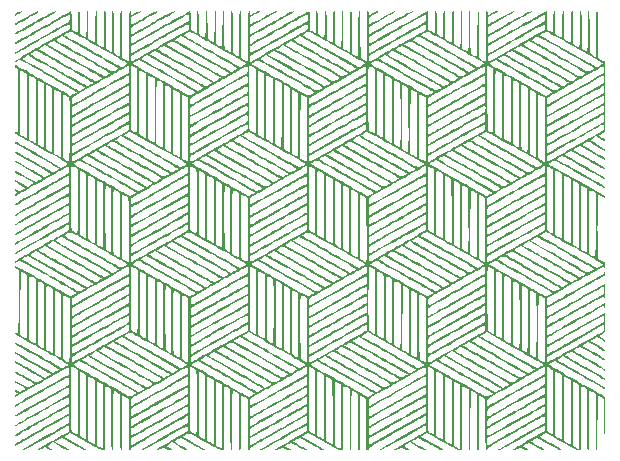
<source format=gbr>
%TF.GenerationSoftware,KiCad,Pcbnew,9.0.6*%
%TF.CreationDate,2025-12-04T22:18:03-08:00*%
%TF.ProjectId,Dev Board,44657620-426f-4617-9264-2e6b69636164,rev?*%
%TF.SameCoordinates,Original*%
%TF.FileFunction,Legend,Bot*%
%TF.FilePolarity,Positive*%
%FSLAX46Y46*%
G04 Gerber Fmt 4.6, Leading zero omitted, Abs format (unit mm)*
G04 Created by KiCad (PCBNEW 9.0.6) date 2025-12-04 22:18:03*
%MOMM*%
%LPD*%
G01*
G04 APERTURE LIST*
%ADD10C,0.000000*%
G04 APERTURE END LIST*
D10*
%TO.C,G\u002A\u002A\u002A*%
G36*
X137278892Y-102127901D02*
G01*
X137279688Y-102398255D01*
X137279688Y-102802722D01*
X137279688Y-103170260D01*
X137519939Y-103311067D01*
X137527560Y-103315528D01*
X137647654Y-103384389D01*
X137737412Y-103433281D01*
X137777908Y-103451874D01*
X137780848Y-103439223D01*
X137785594Y-103360942D01*
X137789660Y-103220707D01*
X137792831Y-103029596D01*
X137794891Y-102798688D01*
X137795625Y-102539062D01*
X137795626Y-102518677D01*
X137795911Y-102231586D01*
X137797290Y-102013733D01*
X137800593Y-101855576D01*
X137806648Y-101747572D01*
X137816287Y-101680180D01*
X137830339Y-101643857D01*
X137849634Y-101629061D01*
X137875000Y-101626250D01*
X137880983Y-101626322D01*
X137904605Y-101630816D01*
X137922526Y-101649076D01*
X137935533Y-101690475D01*
X137944413Y-101764386D01*
X137949951Y-101880181D01*
X137952933Y-102047233D01*
X137954146Y-102274915D01*
X137954375Y-102572598D01*
X137954296Y-102683089D01*
X137953995Y-102962012D01*
X137955900Y-103175808D01*
X137962962Y-103335119D01*
X137978134Y-103450588D01*
X138004366Y-103532859D01*
X138044611Y-103592574D01*
X138101821Y-103640377D01*
X138178947Y-103686910D01*
X138278943Y-103742816D01*
X138352552Y-103782992D01*
X138450907Y-103830305D01*
X138507146Y-103848750D01*
X138516190Y-103836153D01*
X138528491Y-103760907D01*
X138537900Y-103615783D01*
X138544509Y-103398417D01*
X138548408Y-103106443D01*
X138549688Y-102737500D01*
X138549838Y-102428097D01*
X138550713Y-102169502D01*
X138552931Y-101973459D01*
X138557111Y-101831315D01*
X138563871Y-101734418D01*
X138573827Y-101674115D01*
X138587600Y-101641755D01*
X138605806Y-101628684D01*
X138629063Y-101626250D01*
X138634779Y-101626318D01*
X138656259Y-101630287D01*
X138673101Y-101646472D01*
X138685872Y-101683265D01*
X138695138Y-101749064D01*
X138701464Y-101852262D01*
X138705417Y-102001255D01*
X138707564Y-102204438D01*
X138708471Y-102470205D01*
X138708703Y-102806953D01*
X138708969Y-103987656D01*
X138980736Y-104135649D01*
X139012765Y-104152818D01*
X139139149Y-104214912D01*
X139233763Y-104252513D01*
X139278127Y-104258019D01*
X139282140Y-104237930D01*
X139287978Y-104147443D01*
X139293167Y-103993220D01*
X139297522Y-103784779D01*
X139300860Y-103531638D01*
X139302997Y-103243313D01*
X139303750Y-102929322D01*
X139303847Y-102732185D01*
X139304704Y-102410474D01*
X139306739Y-102156490D01*
X139310303Y-101962580D01*
X139315745Y-101821091D01*
X139323414Y-101724367D01*
X139333660Y-101664754D01*
X139346832Y-101634600D01*
X139363282Y-101626250D01*
X139371257Y-101627870D01*
X139386304Y-101645492D01*
X139398303Y-101688727D01*
X139407637Y-101765255D01*
X139414690Y-101882755D01*
X139419846Y-102048909D01*
X139423490Y-102271397D01*
X139426004Y-102557898D01*
X139427774Y-102916093D01*
X139428525Y-103099340D01*
X139429984Y-103403519D01*
X139431568Y-103679275D01*
X139433205Y-103916417D01*
X139434821Y-104104755D01*
X139436342Y-104234098D01*
X139437696Y-104294257D01*
X139458303Y-104350741D01*
X139536474Y-104430749D01*
X139680782Y-104529947D01*
X139687685Y-104534213D01*
X139808786Y-104606826D01*
X139902367Y-104659022D01*
X139948672Y-104679753D01*
X139950099Y-104678122D01*
X139956617Y-104624783D01*
X139962590Y-104502415D01*
X139967851Y-104319564D01*
X139972233Y-104084773D01*
X139975569Y-103806589D01*
X139977693Y-103493556D01*
X139978438Y-103154218D01*
X139978461Y-102927803D01*
X139978770Y-102580848D01*
X139979752Y-102301757D01*
X139981789Y-102083147D01*
X139985265Y-101917636D01*
X139990563Y-101797842D01*
X139998067Y-101716383D01*
X140008161Y-101665876D01*
X140021227Y-101638940D01*
X140037650Y-101628192D01*
X140057813Y-101626250D01*
X140071781Y-101626951D01*
X140089220Y-101633969D01*
X140103247Y-101654638D01*
X140114233Y-101696262D01*
X140122551Y-101766142D01*
X140128570Y-101871581D01*
X140132662Y-102019881D01*
X140135199Y-102218346D01*
X140136552Y-102474279D01*
X140137091Y-102794980D01*
X140137188Y-103187755D01*
X140137385Y-103565674D01*
X140138221Y-103892196D01*
X140140019Y-104154040D01*
X140143102Y-104358731D01*
X140147791Y-104513798D01*
X140154411Y-104626768D01*
X140163283Y-104705169D01*
X140174731Y-104756527D01*
X140189076Y-104788371D01*
X140206641Y-104808227D01*
X140224150Y-104822055D01*
X140306748Y-104878290D01*
X140415931Y-104945716D01*
X140528410Y-105010725D01*
X140620901Y-105059710D01*
X140670115Y-105079062D01*
X140673300Y-105061996D01*
X140677841Y-104975450D01*
X140681975Y-104822929D01*
X140685594Y-104612489D01*
X140688593Y-104352185D01*
X140690867Y-104050074D01*
X140692309Y-103714212D01*
X140692813Y-103352656D01*
X140692816Y-103242965D01*
X140692961Y-102846616D01*
X140693563Y-102520979D01*
X140694940Y-102259109D01*
X140697411Y-102054059D01*
X140701297Y-101898884D01*
X140706916Y-101786639D01*
X140714587Y-101710377D01*
X140724631Y-101663152D01*
X140737366Y-101638020D01*
X140753112Y-101628035D01*
X140772188Y-101626250D01*
X140780768Y-101626457D01*
X140798128Y-101630860D01*
X140812390Y-101646280D01*
X140823858Y-101679554D01*
X140832837Y-101737518D01*
X140839632Y-101827008D01*
X140844546Y-101954858D01*
X140847884Y-102127905D01*
X140849950Y-102352984D01*
X140851049Y-102636931D01*
X140851485Y-102986581D01*
X140851563Y-103408771D01*
X140851563Y-105191293D01*
X141106058Y-105333615D01*
X141122767Y-105342931D01*
X141246871Y-105410294D01*
X141340279Y-105457894D01*
X141383871Y-105475937D01*
X141384306Y-105475604D01*
X141388914Y-105430294D01*
X141393208Y-105313937D01*
X141397094Y-105134164D01*
X141400482Y-104898605D01*
X141403277Y-104614889D01*
X141405388Y-104290645D01*
X141406723Y-103933503D01*
X141407188Y-103551093D01*
X141407239Y-103153443D01*
X141407579Y-102778752D01*
X141408479Y-102470968D01*
X141410211Y-102223511D01*
X141413047Y-102029804D01*
X141417256Y-101883268D01*
X141423111Y-101777324D01*
X141430882Y-101705395D01*
X141440842Y-101660901D01*
X141453261Y-101637265D01*
X141468411Y-101627907D01*
X141486563Y-101626250D01*
X141488051Y-101626253D01*
X141505725Y-101628230D01*
X141520501Y-101638277D01*
X141532638Y-101662876D01*
X141542396Y-101708509D01*
X141550033Y-101781658D01*
X141555810Y-101888807D01*
X141559986Y-102036436D01*
X141562821Y-102231029D01*
X141564574Y-102479068D01*
X141565505Y-102787035D01*
X141565873Y-103161412D01*
X141565938Y-103608682D01*
X141565938Y-105591115D01*
X141817799Y-105731963D01*
X141829195Y-105738311D01*
X141957700Y-105806315D01*
X142060219Y-105854508D01*
X142115455Y-105872812D01*
X142124511Y-105857804D01*
X142133868Y-105797901D01*
X142141681Y-105688294D01*
X142143258Y-105647754D01*
X142321286Y-105647754D01*
X142322034Y-105780935D01*
X142325132Y-105875205D01*
X142329922Y-105910337D01*
X142333279Y-105908843D01*
X142387657Y-105879560D01*
X142502501Y-105815862D01*
X142670999Y-105721608D01*
X142803190Y-105647360D01*
X143181819Y-105647360D01*
X143204724Y-105690486D01*
X143279614Y-105736335D01*
X143289829Y-105741698D01*
X143366441Y-105783612D01*
X143504106Y-105860005D01*
X143696624Y-105967404D01*
X143937795Y-106102334D01*
X144221419Y-106261320D01*
X144541295Y-106440888D01*
X144891225Y-106637563D01*
X145265009Y-106847871D01*
X145656445Y-107068337D01*
X145789050Y-107142981D01*
X146172540Y-107357928D01*
X146534946Y-107559718D01*
X146870276Y-107745096D01*
X147172540Y-107910804D01*
X147435746Y-108053586D01*
X147653903Y-108170184D01*
X147821019Y-108257344D01*
X147931103Y-108311807D01*
X147978164Y-108330317D01*
X147983325Y-108329922D01*
X148063358Y-108304878D01*
X148172323Y-108252032D01*
X148284761Y-108186177D01*
X148375210Y-108122109D01*
X148418209Y-108074622D01*
X148394681Y-108039483D01*
X148317225Y-107980628D01*
X148202953Y-107912098D01*
X148199299Y-107910107D01*
X148119103Y-107865712D01*
X147977024Y-107786399D01*
X147779760Y-107675930D01*
X147534013Y-107538067D01*
X147246481Y-107376574D01*
X146923864Y-107195214D01*
X146572862Y-106997748D01*
X146200174Y-106787940D01*
X145812500Y-106569552D01*
X143649532Y-105350688D01*
X143438939Y-105462922D01*
X143313548Y-105532232D01*
X143216294Y-105597696D01*
X143181819Y-105647360D01*
X142803190Y-105647360D01*
X142886341Y-105600656D01*
X143141712Y-105456865D01*
X143430303Y-105294095D01*
X143517736Y-105244718D01*
X143844670Y-105244718D01*
X143850901Y-105255152D01*
X143909925Y-105300057D01*
X144021012Y-105371886D01*
X144172695Y-105463372D01*
X144353507Y-105567245D01*
X144386164Y-105585602D01*
X144542169Y-105673359D01*
X144755926Y-105793674D01*
X145018569Y-105941554D01*
X145321231Y-106112004D01*
X145655046Y-106300031D01*
X146011145Y-106500642D01*
X146380664Y-106708841D01*
X146754734Y-106919636D01*
X146952019Y-107030784D01*
X147294195Y-107223389D01*
X147611545Y-107401806D01*
X147897740Y-107562488D01*
X148146453Y-107701890D01*
X148351353Y-107816465D01*
X148506112Y-107902668D01*
X148604401Y-107956954D01*
X148639891Y-107975776D01*
X148642658Y-107975390D01*
X148697627Y-107951202D01*
X148792511Y-107899020D01*
X148905434Y-107832126D01*
X149014520Y-107763801D01*
X149097896Y-107707325D01*
X149133684Y-107675980D01*
X149133011Y-107674018D01*
X149090099Y-107641366D01*
X148985531Y-107574669D01*
X148825847Y-107477766D01*
X148617587Y-107354502D01*
X148367288Y-107208718D01*
X148081491Y-107044256D01*
X147766735Y-106864958D01*
X147429558Y-106674668D01*
X147130113Y-106506420D01*
X146760348Y-106298628D01*
X146396727Y-106094254D01*
X146049761Y-105899207D01*
X145729959Y-105719395D01*
X145447831Y-105560729D01*
X145213889Y-105429116D01*
X145038642Y-105330466D01*
X144364002Y-104950503D01*
X144113087Y-105084236D01*
X144102917Y-105089670D01*
X143978620Y-105158520D01*
X143886080Y-105214063D01*
X143844670Y-105244718D01*
X143517736Y-105244718D01*
X143745300Y-105116203D01*
X144079893Y-104927049D01*
X144199134Y-104859578D01*
X144542500Y-104859578D01*
X144542615Y-104860216D01*
X144546766Y-104864813D01*
X144560047Y-104874255D01*
X144586750Y-104890974D01*
X144631165Y-104917400D01*
X144697583Y-104955965D01*
X144790296Y-105009098D01*
X144913593Y-105079231D01*
X145071766Y-105168794D01*
X145269106Y-105280218D01*
X145509904Y-105415934D01*
X145798451Y-105578371D01*
X146139036Y-105769962D01*
X146535953Y-105993136D01*
X146993490Y-106250325D01*
X147515940Y-106543958D01*
X147685269Y-106639115D01*
X148025639Y-106830342D01*
X148341352Y-107007651D01*
X148626047Y-107167473D01*
X148873362Y-107306240D01*
X149076936Y-107420383D01*
X149230405Y-107506332D01*
X149327409Y-107560519D01*
X149361586Y-107579375D01*
X149376775Y-107574972D01*
X149445673Y-107539025D01*
X149546937Y-107477762D01*
X149660461Y-107404379D01*
X149766135Y-107332069D01*
X149843854Y-107274028D01*
X149873508Y-107243450D01*
X149861505Y-107231021D01*
X149809076Y-107194818D01*
X149712677Y-107134769D01*
X149569759Y-107049415D01*
X149377776Y-106937295D01*
X149134179Y-106796952D01*
X148836421Y-106626926D01*
X148481954Y-106425759D01*
X148068230Y-106191990D01*
X147592701Y-105924161D01*
X147052821Y-105620813D01*
X146446041Y-105280487D01*
X146284288Y-105189633D01*
X146030547Y-105046585D01*
X145773411Y-104901132D01*
X145549236Y-104773814D01*
X145107378Y-104522123D01*
X144824939Y-104684961D01*
X144780474Y-104710744D01*
X144659038Y-104782871D01*
X144574328Y-104835813D01*
X144542500Y-104859578D01*
X144199134Y-104859578D01*
X144427269Y-104730491D01*
X144780616Y-104530389D01*
X144974021Y-104420774D01*
X145328631Y-104420774D01*
X145334895Y-104449988D01*
X145378476Y-104483724D01*
X145392131Y-104492221D01*
X145469997Y-104537817D01*
X145608423Y-104617414D01*
X145801449Y-104727630D01*
X146043112Y-104865079D01*
X146327450Y-105026380D01*
X146648501Y-105208147D01*
X147000304Y-105406996D01*
X147376897Y-105619545D01*
X147772318Y-105842410D01*
X147961680Y-105948987D01*
X148346451Y-106165060D01*
X148708456Y-106367710D01*
X149041905Y-106553729D01*
X149341005Y-106719913D01*
X149599965Y-106863057D01*
X149812996Y-106979954D01*
X149974305Y-107067399D01*
X150078101Y-107122187D01*
X150118594Y-107141113D01*
X150133453Y-107137218D01*
X150201370Y-107104904D01*
X150300587Y-107049902D01*
X150410924Y-106984387D01*
X150512205Y-106920532D01*
X150584253Y-106870511D01*
X150606890Y-106846498D01*
X150599522Y-106842134D01*
X150535747Y-106805852D01*
X150411948Y-106735941D01*
X150234563Y-106636025D01*
X150010032Y-106509722D01*
X149744792Y-106360655D01*
X149445285Y-106192445D01*
X149117947Y-106008712D01*
X148769219Y-105813077D01*
X148712858Y-105781464D01*
X148342030Y-105573325D01*
X147976163Y-105367740D01*
X147624442Y-105169885D01*
X147296052Y-104984936D01*
X147000178Y-104818069D01*
X146746004Y-104674459D01*
X146542715Y-104559282D01*
X146399495Y-104477714D01*
X146288093Y-104414626D01*
X146108933Y-104316194D01*
X145958718Y-104237439D01*
X145850625Y-104185184D01*
X145797832Y-104166249D01*
X145743547Y-104181757D01*
X145640513Y-104228366D01*
X145515745Y-104295208D01*
X145465907Y-104323928D01*
X145369147Y-104383086D01*
X145328631Y-104420774D01*
X144974021Y-104420774D01*
X145133122Y-104330601D01*
X145477975Y-104134985D01*
X145637453Y-104044439D01*
X146010938Y-104044439D01*
X146019561Y-104052479D01*
X146085592Y-104095714D01*
X146211390Y-104172138D01*
X146390617Y-104278070D01*
X146616933Y-104409832D01*
X146884000Y-104563742D01*
X147185481Y-104736122D01*
X147515037Y-104923292D01*
X147866329Y-105121572D01*
X147956824Y-105172497D01*
X148328393Y-105381606D01*
X148692977Y-105586805D01*
X149041692Y-105783092D01*
X149365652Y-105965467D01*
X149655974Y-106128926D01*
X149903772Y-106268468D01*
X150100163Y-106379091D01*
X150236261Y-106455794D01*
X150321327Y-106503440D01*
X150495951Y-106599120D01*
X150641398Y-106675945D01*
X150744449Y-106727023D01*
X150791886Y-106745464D01*
X150793541Y-106745400D01*
X150856040Y-106724718D01*
X150956013Y-106675789D01*
X151071731Y-106611293D01*
X151181467Y-106543910D01*
X151263493Y-106486322D01*
X151296082Y-106451209D01*
X151281960Y-106439166D01*
X151206613Y-106390658D01*
X151071198Y-106308696D01*
X150881297Y-106196514D01*
X150642489Y-106057340D01*
X150360356Y-105894408D01*
X150040477Y-105710947D01*
X149688433Y-105510190D01*
X149309805Y-105295367D01*
X148910173Y-105069711D01*
X146523091Y-103724972D01*
X146267015Y-103868178D01*
X146248315Y-103878723D01*
X146128017Y-103951239D01*
X146043102Y-104010462D01*
X146010938Y-104044439D01*
X145637453Y-104044439D01*
X145808365Y-103947401D01*
X146117477Y-103771708D01*
X146365637Y-103630468D01*
X146755947Y-103630468D01*
X146756009Y-103633376D01*
X146760861Y-103643617D01*
X146775934Y-103658675D01*
X146805439Y-103680985D01*
X146853589Y-103712982D01*
X146924596Y-103757100D01*
X147022672Y-103815774D01*
X147152028Y-103891438D01*
X147316878Y-103986527D01*
X147521432Y-104103475D01*
X147769903Y-104244717D01*
X148066503Y-104412687D01*
X148415444Y-104609819D01*
X148820938Y-104838549D01*
X149287197Y-105101310D01*
X149818433Y-105400538D01*
X149852577Y-105419765D01*
X150185489Y-105606942D01*
X150496501Y-105781299D01*
X150778868Y-105939090D01*
X151025847Y-106076570D01*
X151230694Y-106189992D01*
X151386663Y-106275610D01*
X151487012Y-106329678D01*
X151524995Y-106348450D01*
X151536473Y-106345995D01*
X151604718Y-106315144D01*
X151707194Y-106258912D01*
X151823103Y-106189948D01*
X151931646Y-106120900D01*
X152001357Y-106071913D01*
X152506866Y-106071913D01*
X152522609Y-106081987D01*
X152600835Y-106127937D01*
X152739137Y-106207563D01*
X152931813Y-106317629D01*
X153173164Y-106454900D01*
X153457489Y-106616141D01*
X153779087Y-106798116D01*
X154132258Y-106997590D01*
X154511301Y-107211328D01*
X154701596Y-107318468D01*
X154910516Y-107436094D01*
X155155952Y-107574065D01*
X155543178Y-107791280D01*
X155906733Y-107994654D01*
X156240937Y-108181039D01*
X156540106Y-108347287D01*
X156798562Y-108490252D01*
X156815338Y-108499471D01*
X157010621Y-108606786D01*
X157170603Y-108693741D01*
X157272826Y-108747970D01*
X157311609Y-108766325D01*
X157326651Y-108761566D01*
X157397217Y-108726872D01*
X157500922Y-108669081D01*
X157617231Y-108600470D01*
X157725611Y-108533318D01*
X157805530Y-108479902D01*
X157836454Y-108452500D01*
X157831601Y-108447593D01*
X157774931Y-108410435D01*
X157662628Y-108342953D01*
X157504758Y-108251035D01*
X157311390Y-108140570D01*
X157092590Y-108017444D01*
X156986446Y-107958062D01*
X156757012Y-107829430D01*
X156476631Y-107671980D01*
X156156758Y-107492156D01*
X155808849Y-107296401D01*
X155444359Y-107091159D01*
X155074743Y-106882874D01*
X154711457Y-106677991D01*
X154386823Y-106495295D01*
X154076284Y-106321464D01*
X153793136Y-106163903D01*
X153544321Y-106026428D01*
X153336777Y-105912858D01*
X153177447Y-105827009D01*
X153073270Y-105772701D01*
X153031186Y-105753750D01*
X153002258Y-105759709D01*
X152918356Y-105795297D01*
X152809463Y-105852954D01*
X152694722Y-105921060D01*
X152593279Y-105988001D01*
X152535755Y-106033150D01*
X152524279Y-106042157D01*
X152506866Y-106071913D01*
X152001357Y-106071913D01*
X152012023Y-106064418D01*
X152043438Y-106033150D01*
X152018840Y-106011513D01*
X151933382Y-105955286D01*
X151795583Y-105870944D01*
X151614668Y-105764009D01*
X151399862Y-105640005D01*
X151160391Y-105504456D01*
X151139567Y-105492777D01*
X150895962Y-105356033D01*
X150598521Y-105188890D01*
X150261150Y-104999172D01*
X149897754Y-104794703D01*
X149522241Y-104583308D01*
X149148516Y-104372812D01*
X148790486Y-104171038D01*
X148598905Y-104063229D01*
X148295824Y-103893509D01*
X148017959Y-103738929D01*
X147772615Y-103603494D01*
X147567095Y-103491207D01*
X147408703Y-103406074D01*
X147304743Y-103352098D01*
X147262517Y-103333285D01*
X147261896Y-103333299D01*
X147199876Y-103353182D01*
X147099807Y-103402010D01*
X146983535Y-103466969D01*
X146872904Y-103535242D01*
X146789760Y-103594013D01*
X146755947Y-103630468D01*
X146365637Y-103630468D01*
X146398502Y-103611763D01*
X146644626Y-103471427D01*
X146849038Y-103354557D01*
X147004927Y-103265013D01*
X147105479Y-103206653D01*
X147143883Y-103183337D01*
X147165608Y-103130866D01*
X147178517Y-103032696D01*
X147182126Y-102914236D01*
X147176658Y-102800289D01*
X147162339Y-102715662D01*
X147139390Y-102685159D01*
X147128236Y-102690037D01*
X147056788Y-102727437D01*
X146925825Y-102798614D01*
X146741864Y-102899946D01*
X146511421Y-103027811D01*
X146241012Y-103178590D01*
X145937152Y-103348662D01*
X145606359Y-103534404D01*
X145255148Y-103732198D01*
X145179613Y-103774795D01*
X144807596Y-103984481D01*
X144441107Y-104190881D01*
X144089232Y-104388891D01*
X143761054Y-104573405D01*
X143465658Y-104739316D01*
X143212128Y-104881520D01*
X143009548Y-104994911D01*
X142867004Y-105074382D01*
X142322601Y-105376718D01*
X142321301Y-105644609D01*
X142321286Y-105647754D01*
X142143258Y-105647754D01*
X142148042Y-105524744D01*
X142153041Y-105303014D01*
X142156770Y-105018865D01*
X142158763Y-104744726D01*
X142326415Y-104744726D01*
X142328142Y-104893052D01*
X142339844Y-105195606D01*
X142835938Y-104915122D01*
X142876722Y-104892076D01*
X143031064Y-104804974D01*
X143242807Y-104685589D01*
X143503349Y-104538764D01*
X143804090Y-104369344D01*
X144136430Y-104182174D01*
X144491767Y-103982099D01*
X144861501Y-103773963D01*
X145237032Y-103562611D01*
X145455301Y-103439618D01*
X145800319Y-103244514D01*
X146120576Y-103062571D01*
X146409713Y-102897448D01*
X146661374Y-102752805D01*
X146869203Y-102632300D01*
X147026843Y-102539591D01*
X147127936Y-102478340D01*
X147166126Y-102452203D01*
X147181103Y-102400351D01*
X147192202Y-102294650D01*
X147196464Y-102164715D01*
X147193823Y-102036369D01*
X147184212Y-101935435D01*
X147167566Y-101887735D01*
X147137710Y-101893313D01*
X147047460Y-101931340D01*
X146909942Y-101998543D01*
X146737188Y-102088987D01*
X146541233Y-102196734D01*
X146537014Y-102199105D01*
X146380665Y-102286965D01*
X146165049Y-102408089D01*
X145899788Y-102557074D01*
X145594500Y-102728519D01*
X145258804Y-102917022D01*
X144902321Y-103117181D01*
X144534670Y-103323595D01*
X144165469Y-103530861D01*
X144050242Y-103595568D01*
X143710711Y-103786504D01*
X143394178Y-103964898D01*
X143107251Y-104127002D01*
X142856537Y-104269068D01*
X142648646Y-104387345D01*
X142490185Y-104478086D01*
X142387762Y-104537542D01*
X142347986Y-104561962D01*
X142345159Y-104565818D01*
X142332520Y-104628423D01*
X142326415Y-104744726D01*
X142158763Y-104744726D01*
X142159320Y-104668060D01*
X142160783Y-104246362D01*
X142161250Y-103749531D01*
X142161261Y-103503270D01*
X142161428Y-103077148D01*
X142161987Y-102720942D01*
X142163172Y-102428388D01*
X142165216Y-102193224D01*
X142168355Y-102009185D01*
X142172821Y-101870007D01*
X142178850Y-101769426D01*
X142186676Y-101701179D01*
X142196532Y-101659001D01*
X142208653Y-101636630D01*
X142223273Y-101627801D01*
X142240625Y-101626250D01*
X142286441Y-101635237D01*
X142313344Y-101681139D01*
X142320000Y-101785000D01*
X142320579Y-101820476D01*
X142328532Y-101908507D01*
X142342842Y-101943750D01*
X142348483Y-101942264D01*
X142406670Y-101914154D01*
X142510302Y-101857740D01*
X142641500Y-101782664D01*
X142707975Y-101744684D01*
X142852826Y-101672362D01*
X142964575Y-101637960D01*
X143064971Y-101633835D01*
X143073488Y-101634551D01*
X143127889Y-101641228D01*
X143149927Y-101653980D01*
X143132195Y-101679298D01*
X143067286Y-101723671D01*
X142947795Y-101793590D01*
X142766312Y-101895546D01*
X142320000Y-102144999D01*
X142320000Y-102441249D01*
X142320123Y-102467885D01*
X142325066Y-102604711D01*
X142335790Y-102701062D01*
X142350308Y-102737499D01*
X142353164Y-102736769D01*
X142406635Y-102711018D01*
X142518435Y-102652028D01*
X142679561Y-102564708D01*
X142881014Y-102453970D01*
X143113791Y-102324722D01*
X143368892Y-102181874D01*
X143491072Y-102113313D01*
X143767026Y-101959955D01*
X143986028Y-101841228D01*
X144156399Y-101753108D01*
X144286458Y-101691573D01*
X144384525Y-101652600D01*
X144458918Y-101632167D01*
X144517957Y-101626250D01*
X144529990Y-101626398D01*
X144563264Y-101630634D01*
X144572974Y-101643492D01*
X144553387Y-101668699D01*
X144498764Y-101709981D01*
X144403371Y-101771064D01*
X144261471Y-101855674D01*
X144067329Y-101967538D01*
X143815208Y-102110382D01*
X143499373Y-102287931D01*
X142320001Y-102949613D01*
X142320000Y-103264521D01*
X142320795Y-103355651D01*
X142327822Y-103484304D01*
X142343524Y-103549080D01*
X142369610Y-103560162D01*
X142371611Y-103559274D01*
X142423978Y-103531532D01*
X142537728Y-103469176D01*
X142706013Y-103376020D01*
X142921986Y-103255879D01*
X143178797Y-103112569D01*
X143469599Y-102949905D01*
X143787543Y-102771703D01*
X144125782Y-102581777D01*
X144180871Y-102550823D01*
X144569097Y-102333194D01*
X144895120Y-102151630D01*
X145164834Y-102003105D01*
X145384133Y-101884594D01*
X145558910Y-101793070D01*
X145695059Y-101725509D01*
X145798474Y-101678885D01*
X145875048Y-101650172D01*
X145930676Y-101636344D01*
X145971250Y-101634376D01*
X145983859Y-101635273D01*
X146006427Y-101636885D01*
X146022777Y-101640240D01*
X146028972Y-101647662D01*
X146021077Y-101661475D01*
X145995159Y-101684000D01*
X145947280Y-101717562D01*
X145873508Y-101764484D01*
X145769905Y-101827089D01*
X145632538Y-101907701D01*
X145457471Y-102008643D01*
X145240769Y-102132237D01*
X144978497Y-102280808D01*
X144666720Y-102456678D01*
X144301503Y-102662172D01*
X143878910Y-102899611D01*
X143395008Y-103171320D01*
X142845860Y-103479622D01*
X142320001Y-103774867D01*
X142320000Y-104069777D01*
X142320079Y-104095242D01*
X142323499Y-104231941D01*
X142330967Y-104328253D01*
X142341090Y-104364687D01*
X142359722Y-104355790D01*
X142440590Y-104312491D01*
X142578976Y-104236676D01*
X142767984Y-104132213D01*
X143000723Y-104002970D01*
X143270298Y-103852816D01*
X143569817Y-103685620D01*
X143892385Y-103505248D01*
X144231110Y-103315570D01*
X144579098Y-103120454D01*
X144929455Y-102923768D01*
X145275288Y-102729380D01*
X145609704Y-102541159D01*
X145925809Y-102362973D01*
X146216710Y-102198690D01*
X146475514Y-102052178D01*
X146695326Y-101927306D01*
X146869255Y-101827942D01*
X146990405Y-101757954D01*
X147051884Y-101721210D01*
X147088448Y-101699175D01*
X147198078Y-101647077D01*
X147281249Y-101626250D01*
X147295601Y-101626672D01*
X147319842Y-101634037D01*
X147337287Y-101658719D01*
X147348964Y-101711058D01*
X147355902Y-101801399D01*
X147359129Y-101940084D01*
X147359673Y-102137456D01*
X147359559Y-102164715D01*
X147358562Y-102403858D01*
X147358397Y-102437770D01*
X147357950Y-102673932D01*
X147358754Y-102879492D01*
X147359164Y-102914236D01*
X147360675Y-103042257D01*
X147363576Y-103150036D01*
X147367322Y-103190636D01*
X147415071Y-103219656D01*
X147507231Y-103271235D01*
X147619837Y-103332254D01*
X147730436Y-103390705D01*
X147816576Y-103434581D01*
X147855806Y-103451875D01*
X147859198Y-103439223D01*
X147864675Y-103360942D01*
X147869367Y-103220706D01*
X147873026Y-103029595D01*
X147875403Y-102798687D01*
X147876250Y-102539062D01*
X147876251Y-102518677D01*
X147876536Y-102231586D01*
X147877915Y-102013733D01*
X147881218Y-101855576D01*
X147887273Y-101747572D01*
X147896912Y-101680180D01*
X147910964Y-101643857D01*
X147930259Y-101629061D01*
X147955625Y-101626250D01*
X147964400Y-101626427D01*
X147987131Y-101631880D01*
X148004374Y-101651912D01*
X148016886Y-101695782D01*
X148025427Y-101772744D01*
X148030751Y-101892056D01*
X148033617Y-102062974D01*
X148034781Y-102294753D01*
X148035000Y-102596651D01*
X148035000Y-103567052D01*
X148286861Y-103707901D01*
X148298257Y-103714248D01*
X148426763Y-103782253D01*
X148529281Y-103830446D01*
X148584518Y-103848750D01*
X148588304Y-103847405D01*
X148602060Y-103811691D01*
X148612820Y-103723412D01*
X148620804Y-103577211D01*
X148626234Y-103367731D01*
X148629330Y-103089613D01*
X148630313Y-102737500D01*
X148630463Y-102428097D01*
X148631338Y-102169502D01*
X148633556Y-101973459D01*
X148637736Y-101831315D01*
X148644496Y-101734418D01*
X148654452Y-101674115D01*
X148668225Y-101641755D01*
X148686431Y-101628684D01*
X148709688Y-101626250D01*
X148715840Y-101626330D01*
X148737194Y-101630436D01*
X148753935Y-101646880D01*
X148766622Y-101684042D01*
X148775817Y-101750301D01*
X148782082Y-101854038D01*
X148785978Y-102003631D01*
X148788066Y-102207460D01*
X148788907Y-102473905D01*
X148789063Y-102811345D01*
X148789063Y-103996441D01*
X149037001Y-104130954D01*
X149044695Y-104135127D01*
X149170407Y-104202893D01*
X149267250Y-104254368D01*
X149314814Y-104278697D01*
X149320109Y-104259931D01*
X149326766Y-104172025D01*
X149332671Y-104020496D01*
X149337621Y-103814389D01*
X149341411Y-103562754D01*
X149343835Y-103274638D01*
X149344688Y-102959088D01*
X149344768Y-102652904D01*
X149345338Y-102353136D01*
X149346871Y-102118232D01*
X149349835Y-101940288D01*
X149354703Y-101811403D01*
X149361945Y-101723674D01*
X149372031Y-101669196D01*
X149385432Y-101640068D01*
X149402620Y-101628387D01*
X149424063Y-101626250D01*
X149424902Y-101626251D01*
X149445819Y-101628533D01*
X149462650Y-101640424D01*
X149475836Y-101669674D01*
X149485824Y-101724037D01*
X149493057Y-101811264D01*
X149497978Y-101939106D01*
X149501033Y-102115316D01*
X149502665Y-102347646D01*
X149503319Y-102643846D01*
X149503438Y-103011670D01*
X149503438Y-104397090D01*
X149762773Y-104539639D01*
X149783456Y-104550975D01*
X149907457Y-104617507D01*
X149999368Y-104664426D01*
X150040585Y-104682187D01*
X150041466Y-104680460D01*
X150045513Y-104626665D01*
X150049222Y-104503851D01*
X150052489Y-104320581D01*
X150055210Y-104085420D01*
X150057281Y-103806931D01*
X150058600Y-103493675D01*
X150059063Y-103154218D01*
X150059086Y-102927803D01*
X150059395Y-102580848D01*
X150060377Y-102301757D01*
X150062414Y-102083147D01*
X150065890Y-101917636D01*
X150071188Y-101797842D01*
X150078692Y-101716383D01*
X150088786Y-101665876D01*
X150101852Y-101638940D01*
X150118275Y-101628192D01*
X150138438Y-101626250D01*
X150153916Y-101627187D01*
X150170954Y-101635005D01*
X150184659Y-101656974D01*
X150195392Y-101700340D01*
X150203517Y-101772352D01*
X150209397Y-101880256D01*
X150213394Y-102031299D01*
X150215872Y-102232729D01*
X150217192Y-102491792D01*
X150217718Y-102815736D01*
X150217813Y-103211807D01*
X150217813Y-104797365D01*
X150469674Y-104938213D01*
X150483762Y-104946070D01*
X150608100Y-105013371D01*
X150702500Y-105060994D01*
X150747486Y-105079062D01*
X150751128Y-105061996D01*
X150756321Y-104975450D01*
X150761046Y-104822928D01*
X150765184Y-104612488D01*
X150768614Y-104352184D01*
X150771213Y-104050074D01*
X150772862Y-103714212D01*
X150773438Y-103352656D01*
X150773440Y-103251581D01*
X150773584Y-102853748D01*
X150774182Y-102526764D01*
X150775551Y-102263686D01*
X150778010Y-102057569D01*
X150781876Y-101901467D01*
X150787466Y-101788435D01*
X150795099Y-101711528D01*
X150805092Y-101663801D01*
X150817763Y-101638309D01*
X150833429Y-101628107D01*
X150852409Y-101626250D01*
X150860698Y-101626470D01*
X150877998Y-101631051D01*
X150892292Y-101646844D01*
X150903920Y-101680663D01*
X150913220Y-101739326D01*
X150920534Y-101829648D01*
X150926200Y-101958447D01*
X150930558Y-102132539D01*
X150933948Y-102358739D01*
X150936709Y-102643864D01*
X150939182Y-102994731D01*
X150941705Y-103418155D01*
X150952032Y-105210060D01*
X151190157Y-105342525D01*
X151191701Y-105343384D01*
X151315073Y-105409777D01*
X151410718Y-105457209D01*
X151458047Y-105475464D01*
X151458604Y-105475138D01*
X151464486Y-105429906D01*
X151469967Y-105313628D01*
X151474929Y-105133930D01*
X151479252Y-104898439D01*
X151482821Y-104614783D01*
X151485516Y-104290589D01*
X151487219Y-103933483D01*
X151487813Y-103551093D01*
X151487863Y-103161225D01*
X151488201Y-102785192D01*
X151489097Y-102476190D01*
X151490820Y-102227643D01*
X151493642Y-102032971D01*
X151497832Y-101885598D01*
X151503660Y-101778944D01*
X151511396Y-101706433D01*
X151521310Y-101661486D01*
X151533672Y-101637525D01*
X151548753Y-101627972D01*
X151566821Y-101626250D01*
X151568111Y-101626253D01*
X151585705Y-101628333D01*
X151600468Y-101638671D01*
X151612689Y-101663734D01*
X151622659Y-101709984D01*
X151630666Y-101783889D01*
X151637001Y-101891912D01*
X151641953Y-102040519D01*
X151645813Y-102236174D01*
X151648869Y-102485344D01*
X151651412Y-102794493D01*
X151653732Y-103170086D01*
X151656118Y-103618588D01*
X151666407Y-105610926D01*
X151924375Y-105756720D01*
X152182344Y-105902515D01*
X152182979Y-105770152D01*
X152366830Y-105770152D01*
X152379299Y-105848729D01*
X152408654Y-105871860D01*
X152412281Y-105871798D01*
X152424022Y-105870939D01*
X152439684Y-105867092D01*
X152463924Y-105857682D01*
X152501401Y-105840135D01*
X152556771Y-105811880D01*
X152634692Y-105770341D01*
X152739821Y-105712947D01*
X152871917Y-105639834D01*
X153234063Y-105639834D01*
X153245223Y-105648707D01*
X153315986Y-105692919D01*
X153447134Y-105770878D01*
X153633043Y-105879352D01*
X153868086Y-106015108D01*
X154146638Y-106174912D01*
X154463075Y-106355534D01*
X154811772Y-106553739D01*
X155187103Y-106766295D01*
X155583444Y-106989970D01*
X155803587Y-107113841D01*
X156192480Y-107331877D01*
X156559245Y-107536517D01*
X156898017Y-107724543D01*
X157202929Y-107892737D01*
X157468117Y-108037881D01*
X157687714Y-108156756D01*
X157855854Y-108246144D01*
X157966672Y-108302829D01*
X158014303Y-108323590D01*
X158071966Y-108315204D01*
X158181671Y-108274130D01*
X158307456Y-108209260D01*
X158367789Y-108172977D01*
X158454086Y-108112630D01*
X158483529Y-108070820D01*
X158466206Y-108036573D01*
X158450976Y-108026282D01*
X158372691Y-107979286D01*
X158234105Y-107898648D01*
X158041018Y-107787667D01*
X157799229Y-107649643D01*
X157514538Y-107487874D01*
X157192745Y-107305659D01*
X156839649Y-107106299D01*
X156461049Y-106893091D01*
X156062746Y-106669336D01*
X153712210Y-105350459D01*
X153473136Y-105481890D01*
X153469145Y-105484088D01*
X153350567Y-105553048D01*
X153266195Y-105608935D01*
X153234063Y-105639834D01*
X152871917Y-105639834D01*
X152876815Y-105637123D01*
X153050332Y-105540297D01*
X153265029Y-105419894D01*
X153525563Y-105273342D01*
X153552612Y-105258099D01*
X153940457Y-105258099D01*
X153942653Y-105266788D01*
X153951671Y-105278339D01*
X153971964Y-105295328D01*
X154007987Y-105320332D01*
X154064193Y-105355925D01*
X154145036Y-105404684D01*
X154254970Y-105469185D01*
X154398448Y-105552004D01*
X154579925Y-105655716D01*
X154803855Y-105782898D01*
X155074691Y-105936125D01*
X155396887Y-106117974D01*
X155774897Y-106331020D01*
X156213174Y-106577839D01*
X156716173Y-106861007D01*
X156941101Y-106987550D01*
X157287866Y-107182340D01*
X157610559Y-107363249D01*
X157902741Y-107526686D01*
X158157976Y-107669064D01*
X158369827Y-107786795D01*
X158531856Y-107876289D01*
X158637628Y-107933958D01*
X158680705Y-107956214D01*
X158683514Y-107956911D01*
X158745780Y-107943578D01*
X158852380Y-107898545D01*
X158981957Y-107830709D01*
X159085373Y-107769768D01*
X159167724Y-107711727D01*
X159196066Y-107671167D01*
X159180394Y-107638401D01*
X159178612Y-107637030D01*
X159128725Y-107606600D01*
X159017628Y-107541864D01*
X158852285Y-107446755D01*
X158639660Y-107325204D01*
X158386718Y-107181143D01*
X158100422Y-107018504D01*
X157787736Y-106841218D01*
X157455625Y-106653219D01*
X157111051Y-106458437D01*
X156760979Y-106260805D01*
X156412374Y-106064254D01*
X156072199Y-105872716D01*
X155747417Y-105690123D01*
X155444994Y-105520408D01*
X155171892Y-105367501D01*
X154935077Y-105235335D01*
X154741511Y-105127842D01*
X154598159Y-105048953D01*
X154511985Y-105002601D01*
X154464596Y-104984044D01*
X154401686Y-104984883D01*
X154314312Y-105017237D01*
X154181136Y-105086517D01*
X154177811Y-105088345D01*
X154058525Y-105159042D01*
X153973326Y-105219085D01*
X153940463Y-105255650D01*
X153940457Y-105258099D01*
X153552612Y-105258099D01*
X153836591Y-105098067D01*
X154202772Y-104891496D01*
X154260774Y-104858758D01*
X154652545Y-104858758D01*
X154664219Y-104868979D01*
X154735865Y-104915334D01*
X154867887Y-104995286D01*
X155054658Y-105105580D01*
X155290549Y-105242960D01*
X155569933Y-105404172D01*
X155887184Y-105585960D01*
X156236672Y-105785071D01*
X156612772Y-105998248D01*
X157009855Y-106222237D01*
X157240023Y-106351727D01*
X157627252Y-106569397D01*
X157991205Y-106773759D01*
X158326148Y-106961606D01*
X158626347Y-107129730D01*
X158886067Y-107274923D01*
X159099573Y-107393978D01*
X159261132Y-107483687D01*
X159365009Y-107540843D01*
X159405469Y-107562238D01*
X159452851Y-107553574D01*
X159542696Y-107513013D01*
X159654859Y-107451337D01*
X159770753Y-107380020D01*
X159871793Y-107310537D01*
X159939394Y-107254362D01*
X159954970Y-107222971D01*
X159938979Y-107212775D01*
X159860374Y-107166685D01*
X159721697Y-107086959D01*
X159528651Y-106976828D01*
X159286938Y-106839526D01*
X159002261Y-106678284D01*
X158680323Y-106496337D01*
X158326826Y-106296915D01*
X157947473Y-106083252D01*
X157547967Y-105858579D01*
X155174527Y-104524812D01*
X154912844Y-104672952D01*
X154888908Y-104686664D01*
X154768469Y-104761132D01*
X154684005Y-104822549D01*
X154652545Y-104858758D01*
X154260774Y-104858758D01*
X154628762Y-104651056D01*
X155007836Y-104437053D01*
X155378059Y-104437053D01*
X155394107Y-104449867D01*
X155471278Y-104498409D01*
X155605952Y-104578735D01*
X155791108Y-104686785D01*
X156019723Y-104818498D01*
X156284776Y-104969811D01*
X156579244Y-105136665D01*
X156896106Y-105314997D01*
X156961741Y-105351819D01*
X157325322Y-105555853D01*
X157700571Y-105766535D01*
X158074004Y-105976286D01*
X158432136Y-106177530D01*
X158761483Y-106362689D01*
X159048562Y-106524189D01*
X159279887Y-106654450D01*
X159472487Y-106762594D01*
X159693023Y-106885376D01*
X159882927Y-106989936D01*
X160032601Y-107071034D01*
X160132443Y-107123430D01*
X160172856Y-107141883D01*
X160175348Y-107141624D01*
X160231177Y-107119353D01*
X160325788Y-107070283D01*
X160437360Y-107007135D01*
X160544071Y-106942630D01*
X160624100Y-106889491D01*
X160655625Y-106860438D01*
X160655419Y-106859963D01*
X160616806Y-106833815D01*
X160516196Y-106773212D01*
X160360422Y-106682002D01*
X160156315Y-106564033D01*
X159910708Y-106423155D01*
X159630434Y-106263214D01*
X159322324Y-106088059D01*
X158993211Y-105901540D01*
X158649927Y-105707503D01*
X158299304Y-105509798D01*
X157948175Y-105312272D01*
X157603371Y-105118774D01*
X157271726Y-104933153D01*
X156960071Y-104759256D01*
X156675238Y-104600932D01*
X156424061Y-104462029D01*
X156213370Y-104346396D01*
X156049999Y-104257880D01*
X155940779Y-104200331D01*
X155892543Y-104177597D01*
X155892455Y-104177574D01*
X155828981Y-104186498D01*
X155726382Y-104224392D01*
X155607325Y-104279824D01*
X155494476Y-104341365D01*
X155410498Y-104397585D01*
X155378059Y-104437053D01*
X155007836Y-104437053D01*
X155119219Y-104374173D01*
X155476665Y-104172172D01*
X155698709Y-104046426D01*
X156052672Y-104046426D01*
X156059036Y-104053149D01*
X156118126Y-104092951D01*
X156229252Y-104160584D01*
X156380183Y-104248712D01*
X156558687Y-104349995D01*
X156591604Y-104368441D01*
X156744074Y-104454016D01*
X156954340Y-104572167D01*
X157213651Y-104717970D01*
X157513255Y-104886503D01*
X157844399Y-105072841D01*
X158198332Y-105272060D01*
X158566302Y-105479237D01*
X158939557Y-105689448D01*
X159132622Y-105798042D01*
X159477162Y-105991054D01*
X159798097Y-106169850D01*
X160088935Y-106330870D01*
X160343183Y-106470555D01*
X160554346Y-106585343D01*
X160715932Y-106671676D01*
X160821448Y-106725993D01*
X160864401Y-106744735D01*
X160870175Y-106744229D01*
X160939651Y-106720075D01*
X161042021Y-106668856D01*
X161156506Y-106603078D01*
X161262325Y-106535252D01*
X161338699Y-106477886D01*
X161364848Y-106443488D01*
X161362078Y-106440614D01*
X161309959Y-106406423D01*
X161197195Y-106338526D01*
X161030607Y-106240769D01*
X160817012Y-106117000D01*
X160563229Y-105971066D01*
X160276077Y-105806814D01*
X159962374Y-105628092D01*
X159628939Y-105438747D01*
X159282590Y-105242627D01*
X158930147Y-105043578D01*
X158578428Y-104845448D01*
X158234252Y-104652084D01*
X157904437Y-104467334D01*
X157595802Y-104295044D01*
X157315166Y-104139063D01*
X157069347Y-104003237D01*
X156865164Y-103891414D01*
X156709435Y-103807440D01*
X156608980Y-103755164D01*
X156570616Y-103738433D01*
X156501553Y-103773365D01*
X156393164Y-103833307D01*
X156274034Y-103902506D01*
X156164209Y-103969040D01*
X156083739Y-104020987D01*
X156052672Y-104046426D01*
X155698709Y-104046426D01*
X155828954Y-103972667D01*
X156154899Y-103787658D01*
X156390804Y-103653405D01*
X156796344Y-103653405D01*
X156816863Y-103666537D01*
X156899708Y-103715309D01*
X157037827Y-103794912D01*
X157222903Y-103900605D01*
X157446621Y-104027642D01*
X157700665Y-104171279D01*
X157976719Y-104326773D01*
X158021329Y-104351856D01*
X158369604Y-104547688D01*
X158762492Y-104768624D01*
X159178485Y-105002567D01*
X159596074Y-105237422D01*
X159993748Y-105461090D01*
X160349999Y-105661476D01*
X160605151Y-105804599D01*
X160870254Y-105952385D01*
X161106330Y-106083020D01*
X161305369Y-106192118D01*
X161459361Y-106275289D01*
X161560293Y-106328146D01*
X161600155Y-106346299D01*
X161612397Y-106343164D01*
X161682072Y-106311358D01*
X161785722Y-106255437D01*
X161902546Y-106187699D01*
X161906266Y-106185408D01*
X162401331Y-106185408D01*
X162402689Y-106551358D01*
X162405176Y-107221837D01*
X162408835Y-108208181D01*
X162411525Y-108933424D01*
X162411858Y-109023109D01*
X162414734Y-109798629D01*
X162418483Y-110809197D01*
X162420483Y-111348367D01*
X162421719Y-111681439D01*
X162640000Y-111811674D01*
X162747244Y-111873684D01*
X162840983Y-111923694D01*
X162888319Y-111943454D01*
X162891573Y-111926919D01*
X162896109Y-111840062D01*
X162900080Y-111684404D01*
X162903440Y-111466336D01*
X162906142Y-111192247D01*
X162908140Y-110868528D01*
X162909387Y-110501567D01*
X162909837Y-110097756D01*
X162909445Y-109663483D01*
X162908163Y-109205140D01*
X162897969Y-106465281D01*
X162649650Y-106325344D01*
X162401331Y-106185408D01*
X161906266Y-106185408D01*
X162011744Y-106120441D01*
X162092517Y-106065960D01*
X162110026Y-106049639D01*
X162595666Y-106049639D01*
X162608577Y-106061223D01*
X162682082Y-106109280D01*
X162815746Y-106190867D01*
X163003987Y-106302739D01*
X163241224Y-106441651D01*
X163521878Y-106604359D01*
X163840368Y-106787619D01*
X164191112Y-106988186D01*
X164568530Y-107202817D01*
X164967042Y-107428266D01*
X165219013Y-107570386D01*
X165454465Y-107703034D01*
X165605764Y-107788272D01*
X165968537Y-107992342D01*
X166182386Y-108112438D01*
X166301693Y-108179440D01*
X166599590Y-108346409D01*
X166856590Y-108490094D01*
X166893236Y-108510509D01*
X167067052Y-108607339D01*
X167225336Y-108694988D01*
X167325803Y-108749884D01*
X167362813Y-108768874D01*
X167376810Y-108766048D01*
X167447482Y-108734179D01*
X167549814Y-108676988D01*
X167663566Y-108607197D01*
X167768500Y-108537526D01*
X167844381Y-108480699D01*
X167870968Y-108449437D01*
X167861521Y-108441170D01*
X167792710Y-108396757D01*
X167661063Y-108317478D01*
X167470966Y-108205834D01*
X167226802Y-108064328D01*
X166932958Y-107895461D01*
X166593816Y-107701734D01*
X166213763Y-107485649D01*
X165797184Y-107249707D01*
X165348462Y-106996410D01*
X164871983Y-106728259D01*
X164372132Y-106447755D01*
X163853293Y-106157401D01*
X163102053Y-105737566D01*
X162851136Y-105874642D01*
X162838870Y-105881385D01*
X162717474Y-105953082D01*
X162630358Y-106013310D01*
X162608160Y-106036555D01*
X162595666Y-106049639D01*
X162110026Y-106049639D01*
X162124063Y-106036555D01*
X162123998Y-106035560D01*
X162090739Y-105997766D01*
X162014922Y-105946743D01*
X161866132Y-105862013D01*
X161564292Y-105690759D01*
X161234709Y-105504460D01*
X160883842Y-105306716D01*
X160518152Y-105101129D01*
X160144099Y-104891298D01*
X159768141Y-104680824D01*
X159396740Y-104473308D01*
X159036355Y-104272349D01*
X158693445Y-104081549D01*
X158374472Y-103904507D01*
X158085893Y-103744824D01*
X157834171Y-103606101D01*
X157625763Y-103491938D01*
X157467131Y-103405935D01*
X157364734Y-103351693D01*
X157325031Y-103332812D01*
X157293912Y-103339839D01*
X157209496Y-103376810D01*
X157100228Y-103435328D01*
X156985192Y-103503821D01*
X156883475Y-103570714D01*
X156814164Y-103624433D01*
X156796344Y-103653405D01*
X156390804Y-103653405D01*
X156448383Y-103620637D01*
X156703288Y-103475099D01*
X156913497Y-103354534D01*
X157072894Y-103262438D01*
X157175361Y-103202301D01*
X157214782Y-103177617D01*
X157227813Y-103137368D01*
X157236103Y-103037110D01*
X157234625Y-102904057D01*
X157222657Y-102661958D01*
X155476407Y-103645542D01*
X155146291Y-103831492D01*
X154774461Y-104040962D01*
X154409788Y-104246422D01*
X154062606Y-104442051D01*
X153743249Y-104622023D01*
X153462051Y-104780517D01*
X153229347Y-104911707D01*
X153055469Y-105009771D01*
X152380782Y-105390417D01*
X152368966Y-105631615D01*
X152366830Y-105770152D01*
X152182979Y-105770152D01*
X152187258Y-104878780D01*
X152360938Y-104878780D01*
X152360944Y-104884315D01*
X152365209Y-105022767D01*
X152375873Y-105125710D01*
X152390704Y-105171225D01*
X152407529Y-105165776D01*
X152486644Y-105127307D01*
X152624460Y-105055259D01*
X152814636Y-104953100D01*
X153050829Y-104824294D01*
X153326698Y-104672308D01*
X153635901Y-104500607D01*
X153972097Y-104312658D01*
X154328944Y-104111926D01*
X154471492Y-104031514D01*
X154846238Y-103820241D01*
X155212086Y-103614154D01*
X155560434Y-103418089D01*
X155882681Y-103236882D01*
X156170223Y-103075368D01*
X156414459Y-102938383D01*
X156606787Y-102830763D01*
X156738604Y-102757343D01*
X157239790Y-102479531D01*
X157241145Y-102171953D01*
X157241147Y-102135625D01*
X157237904Y-101997650D01*
X157230376Y-101900873D01*
X157219883Y-101864375D01*
X157204498Y-101871683D01*
X157127851Y-101912767D01*
X156993243Y-101986643D01*
X156807561Y-102089440D01*
X156577690Y-102217290D01*
X156310517Y-102366324D01*
X156012928Y-102532673D01*
X155691810Y-102712468D01*
X155354049Y-102901841D01*
X155006532Y-103096923D01*
X154656145Y-103293844D01*
X154309774Y-103488737D01*
X153974306Y-103677731D01*
X153656628Y-103856959D01*
X153363624Y-104022551D01*
X153102183Y-104170639D01*
X152879190Y-104297353D01*
X152701532Y-104398825D01*
X152576095Y-104471186D01*
X152509766Y-104510567D01*
X152461828Y-104541106D01*
X152403547Y-104588100D01*
X152373590Y-104644494D01*
X152362530Y-104733612D01*
X152360938Y-104878780D01*
X152187258Y-104878780D01*
X152192608Y-103764382D01*
X152193818Y-103514644D01*
X152196046Y-103087163D01*
X152198335Y-102729597D01*
X152200945Y-102435706D01*
X152204137Y-102199248D01*
X152208172Y-102013982D01*
X152213310Y-101873667D01*
X152219812Y-101772063D01*
X152227939Y-101702927D01*
X152237951Y-101660019D01*
X152250109Y-101637097D01*
X152264673Y-101627921D01*
X152281905Y-101626250D01*
X152327303Y-101635179D01*
X152354251Y-101681091D01*
X152360938Y-101785000D01*
X152361607Y-101820494D01*
X152370793Y-101908512D01*
X152387318Y-101943750D01*
X152395910Y-101941465D01*
X152460459Y-101912191D01*
X152570143Y-101856279D01*
X152707069Y-101782738D01*
X152734574Y-101767773D01*
X152905842Y-101683599D01*
X153034421Y-101641017D01*
X153138025Y-101633910D01*
X153176071Y-101637877D01*
X153212088Y-101647904D01*
X153208873Y-101668328D01*
X153158814Y-101706057D01*
X153054303Y-101767997D01*
X152887727Y-101861054D01*
X152696571Y-101967384D01*
X152551588Y-102052814D01*
X152455800Y-102121715D01*
X152399024Y-102185777D01*
X152371076Y-102256692D01*
X152361775Y-102346149D01*
X152360938Y-102465838D01*
X152364216Y-102587705D01*
X152379236Y-102699102D01*
X152405582Y-102737500D01*
X152409334Y-102736720D01*
X152466940Y-102710701D01*
X152582613Y-102651411D01*
X152747211Y-102563765D01*
X152951593Y-102452675D01*
X153186618Y-102323055D01*
X153443146Y-102179818D01*
X153603607Y-102089913D01*
X153870378Y-101942020D01*
X154080910Y-101828259D01*
X154243337Y-101744706D01*
X154365795Y-101687438D01*
X154456418Y-101652532D01*
X154523341Y-101636066D01*
X154574698Y-101634115D01*
X154578811Y-101634498D01*
X154609186Y-101641194D01*
X154616980Y-101655864D01*
X154596334Y-101682312D01*
X154541388Y-101724344D01*
X154446281Y-101785765D01*
X154305155Y-101870380D01*
X154112148Y-101981995D01*
X153861402Y-102124415D01*
X153547056Y-102301445D01*
X152380782Y-102956798D01*
X152369190Y-103263867D01*
X152368375Y-103288204D01*
X152368660Y-103434421D01*
X152378156Y-103534094D01*
X152395470Y-103570937D01*
X152401363Y-103569982D01*
X152464221Y-103543993D01*
X152571823Y-103489690D01*
X152704717Y-103416768D01*
X152899503Y-103306149D01*
X153431837Y-103004327D01*
X153900849Y-102739305D01*
X154310586Y-102508919D01*
X154665096Y-102311004D01*
X154968425Y-102143396D01*
X155224621Y-102003930D01*
X155437731Y-101890441D01*
X155611802Y-101800764D01*
X155750881Y-101732736D01*
X155859016Y-101684190D01*
X155940253Y-101652964D01*
X155998639Y-101636891D01*
X156038223Y-101633807D01*
X156049508Y-101635093D01*
X156071065Y-101642473D01*
X156072870Y-101657741D01*
X156049955Y-101683956D01*
X155997355Y-101724178D01*
X155910101Y-101781468D01*
X155783228Y-101858884D01*
X155611769Y-101959488D01*
X155390757Y-102086339D01*
X155115225Y-102242497D01*
X154780207Y-102431023D01*
X154380735Y-102654975D01*
X154266729Y-102718849D01*
X153921453Y-102912644D01*
X153596733Y-103095413D01*
X153299531Y-103263204D01*
X153036814Y-103412064D01*
X152815546Y-103538042D01*
X152642691Y-103637185D01*
X152525214Y-103705543D01*
X152470079Y-103739162D01*
X152457912Y-103747674D01*
X152404878Y-103793626D01*
X152375752Y-103850790D01*
X152363463Y-103941872D01*
X152360938Y-104089577D01*
X152360956Y-104098404D01*
X152366130Y-104232893D01*
X152378728Y-104328377D01*
X152396166Y-104364687D01*
X152421611Y-104352516D01*
X152510310Y-104305237D01*
X152655839Y-104225902D01*
X152851354Y-104118341D01*
X153090008Y-103986381D01*
X153364955Y-103833852D01*
X153669351Y-103664582D01*
X153996350Y-103482401D01*
X154339105Y-103291136D01*
X154690771Y-103094616D01*
X155044503Y-102896670D01*
X155393454Y-102701128D01*
X155730780Y-102511816D01*
X156049633Y-102332565D01*
X156343170Y-102167203D01*
X156604544Y-102019558D01*
X156826908Y-101893459D01*
X157003419Y-101792735D01*
X157127230Y-101721215D01*
X157191495Y-101682727D01*
X157253288Y-101644729D01*
X157307125Y-101622015D01*
X157346012Y-101628935D01*
X157372378Y-101673781D01*
X157388655Y-101764842D01*
X157397273Y-101910408D01*
X157400661Y-102118768D01*
X157400697Y-102135625D01*
X157401250Y-102398213D01*
X157401250Y-103037110D01*
X157401250Y-103170177D01*
X157653111Y-103311026D01*
X157667200Y-103318882D01*
X157791537Y-103386184D01*
X157885937Y-103433806D01*
X157930924Y-103451874D01*
X157935230Y-103439222D01*
X157942182Y-103360940D01*
X157948138Y-103220704D01*
X157952782Y-103029594D01*
X157955800Y-102798687D01*
X157956875Y-102539062D01*
X157956876Y-102526880D01*
X157957154Y-102237891D01*
X157958518Y-102018383D01*
X157961791Y-101858817D01*
X157967794Y-101749655D01*
X157977350Y-101681356D01*
X157991281Y-101644382D01*
X158010409Y-101629193D01*
X158035557Y-101626250D01*
X158043654Y-101626427D01*
X158066310Y-101632104D01*
X158083711Y-101652668D01*
X158096698Y-101697333D01*
X158106112Y-101775310D01*
X158112794Y-101895810D01*
X158117584Y-102068047D01*
X158121324Y-102301232D01*
X158124854Y-102604577D01*
X158135469Y-103582905D01*
X158373594Y-103715354D01*
X158375133Y-103716209D01*
X158498507Y-103782595D01*
X158594155Y-103830024D01*
X158641485Y-103848276D01*
X158642666Y-103847425D01*
X158650280Y-103798606D01*
X158657112Y-103681938D01*
X158662894Y-103507459D01*
X158667357Y-103285202D01*
X158670232Y-103025204D01*
X158671250Y-102737500D01*
X158671400Y-102428097D01*
X158672275Y-102169502D01*
X158674494Y-101973459D01*
X158678674Y-101831315D01*
X158685433Y-101734418D01*
X158695390Y-101674115D01*
X158709162Y-101641755D01*
X158727368Y-101628684D01*
X158750625Y-101626250D01*
X158755226Y-101626291D01*
X158777030Y-101629912D01*
X158794123Y-101645414D01*
X158807079Y-101681234D01*
X158816469Y-101745808D01*
X158822868Y-101847573D01*
X158826848Y-101994966D01*
X158828981Y-102196424D01*
X158829841Y-102460383D01*
X158830000Y-102795280D01*
X158830001Y-103964311D01*
X159104816Y-104124811D01*
X159141539Y-104146141D01*
X159266868Y-104217017D01*
X159359817Y-104266628D01*
X159402472Y-104285312D01*
X159406445Y-104265036D01*
X159411553Y-104175074D01*
X159416086Y-104021573D01*
X159419886Y-103813713D01*
X159422796Y-103560675D01*
X159424657Y-103271637D01*
X159425313Y-102955781D01*
X159425390Y-102654267D01*
X159425954Y-102354108D01*
X159427477Y-102118896D01*
X159430432Y-101940718D01*
X159435291Y-101811661D01*
X159442527Y-101723812D01*
X159452613Y-101669259D01*
X159466020Y-101640090D01*
X159483221Y-101628391D01*
X159504688Y-101626250D01*
X159505674Y-101626251D01*
X159526553Y-101628568D01*
X159543351Y-101640536D01*
X159556514Y-101669903D01*
X159566482Y-101724414D01*
X159573701Y-101811818D01*
X159578614Y-101939861D01*
X159581663Y-102116290D01*
X159583292Y-102348854D01*
X159583944Y-102645298D01*
X159584063Y-103013370D01*
X159584063Y-104400490D01*
X159835924Y-104541338D01*
X159850012Y-104549195D01*
X159974350Y-104616496D01*
X160068750Y-104664119D01*
X160113736Y-104682187D01*
X160114973Y-104680460D01*
X160120658Y-104626664D01*
X160125866Y-104503849D01*
X160130454Y-104320580D01*
X160134276Y-104085419D01*
X160137186Y-103806930D01*
X160139038Y-103493675D01*
X160139688Y-103154218D01*
X160139711Y-102927803D01*
X160140020Y-102580848D01*
X160141002Y-102301757D01*
X160143039Y-102083147D01*
X160146515Y-101917636D01*
X160151813Y-101797842D01*
X160159317Y-101716383D01*
X160169411Y-101665876D01*
X160182477Y-101638940D01*
X160198900Y-101628192D01*
X160219063Y-101626250D01*
X160234544Y-101627187D01*
X160251581Y-101635007D01*
X160265285Y-101656978D01*
X160276018Y-101700347D01*
X160284143Y-101772363D01*
X160290023Y-101880271D01*
X160294020Y-102031319D01*
X160296497Y-102232753D01*
X160297817Y-102491822D01*
X160298343Y-102815771D01*
X160298438Y-103211848D01*
X160298438Y-104797447D01*
X160538689Y-104938255D01*
X160546310Y-104942716D01*
X160666404Y-105011577D01*
X160756162Y-105060469D01*
X160796658Y-105079062D01*
X160799144Y-105061996D01*
X160802689Y-104975451D01*
X160805916Y-104822930D01*
X160808741Y-104612489D01*
X160811082Y-104352186D01*
X160812857Y-104050075D01*
X160813982Y-103714213D01*
X160814375Y-103352656D01*
X160814378Y-103242965D01*
X160814524Y-102846616D01*
X160815125Y-102520979D01*
X160816502Y-102259109D01*
X160818974Y-102054059D01*
X160822859Y-101898884D01*
X160828478Y-101786639D01*
X160836150Y-101710377D01*
X160846194Y-101663152D01*
X160858929Y-101638020D01*
X160874675Y-101628035D01*
X160893750Y-101626250D01*
X160900942Y-101626382D01*
X160918641Y-101630266D01*
X160933181Y-101644732D01*
X160944874Y-101676659D01*
X160954029Y-101732926D01*
X160960957Y-101820413D01*
X160965968Y-101946000D01*
X160969372Y-102116564D01*
X160971480Y-102338986D01*
X160972601Y-102620145D01*
X160973046Y-102966921D01*
X160973126Y-103386192D01*
X160972801Y-103753891D01*
X160972306Y-104115991D01*
X160972851Y-104412346D01*
X160975664Y-104650295D01*
X160981971Y-104837177D01*
X160992998Y-104980331D01*
X161009971Y-105087096D01*
X161034116Y-105164811D01*
X161066661Y-105220814D01*
X161108831Y-105262445D01*
X161161851Y-105297042D01*
X161226950Y-105331945D01*
X161305353Y-105374492D01*
X161334375Y-105390880D01*
X161438988Y-105443090D01*
X161499423Y-105454978D01*
X161532948Y-105430817D01*
X161539616Y-105384570D01*
X161546122Y-105266289D01*
X161552045Y-105084382D01*
X161557240Y-104846877D01*
X161561561Y-104561805D01*
X161564863Y-104237196D01*
X161567001Y-103881079D01*
X161567830Y-103501484D01*
X161567897Y-103359142D01*
X161568446Y-102943314D01*
X161569660Y-102598485D01*
X161571743Y-102318243D01*
X161574903Y-102096174D01*
X161579344Y-101925864D01*
X161585272Y-101800901D01*
X161592893Y-101714871D01*
X161602412Y-101661361D01*
X161614036Y-101633959D01*
X161627969Y-101626250D01*
X161635500Y-101628258D01*
X161647970Y-101645444D01*
X161658322Y-101685444D01*
X161666749Y-101754542D01*
X161673446Y-101859021D01*
X161678606Y-102005167D01*
X161682421Y-102199265D01*
X161685086Y-102447598D01*
X161686793Y-102756452D01*
X161687736Y-103132111D01*
X161688108Y-103580859D01*
X161688135Y-103633987D01*
X161688982Y-104018425D01*
X161690881Y-104378027D01*
X161693716Y-104705002D01*
X161697372Y-104991558D01*
X161701731Y-105229905D01*
X161706679Y-105412252D01*
X161712099Y-105530806D01*
X161717874Y-105577776D01*
X161750593Y-105607644D01*
X161838312Y-105667215D01*
X161954643Y-105736976D01*
X162075859Y-105803468D01*
X162178233Y-105853233D01*
X162238035Y-105872812D01*
X162244508Y-105864495D01*
X162254143Y-105811151D01*
X162262232Y-105705144D01*
X162268856Y-105542659D01*
X162269420Y-105518679D01*
X162446980Y-105518679D01*
X162449360Y-105664052D01*
X162461407Y-105909656D01*
X162941626Y-105639244D01*
X163314688Y-105639244D01*
X163316002Y-105645255D01*
X163327852Y-105660530D01*
X163356846Y-105683861D01*
X163408786Y-105718640D01*
X163489472Y-105768260D01*
X163604707Y-105836115D01*
X163760294Y-105925599D01*
X163962033Y-106040103D01*
X164215727Y-106183022D01*
X164527178Y-106357748D01*
X164902188Y-106567675D01*
X165116081Y-106687454D01*
X165484447Y-106894134D01*
X165880757Y-107116885D01*
X166280694Y-107342026D01*
X166659939Y-107555873D01*
X166994177Y-107744746D01*
X167085653Y-107796349D01*
X167343710Y-107940129D01*
X167578737Y-108068496D01*
X167781577Y-108176619D01*
X167943076Y-108259666D01*
X168054078Y-108312805D01*
X168105427Y-108331204D01*
X168106074Y-108331181D01*
X168179022Y-108311692D01*
X168280157Y-108265467D01*
X168389449Y-108204556D01*
X168486871Y-108141005D01*
X168552392Y-108086862D01*
X168565984Y-108054174D01*
X168562577Y-108051685D01*
X168507319Y-108018272D01*
X168391068Y-107950763D01*
X168220513Y-107852963D01*
X168002346Y-107728676D01*
X167743255Y-107581708D01*
X167449931Y-107415860D01*
X167129064Y-107234940D01*
X166787344Y-107042749D01*
X166450349Y-106853374D01*
X166082451Y-106646471D01*
X165723571Y-106444484D01*
X165383743Y-106253065D01*
X165073001Y-106077870D01*
X164801380Y-105924554D01*
X164578912Y-105798771D01*
X164415632Y-105706176D01*
X164227359Y-105600496D01*
X164047730Y-105502566D01*
X163902380Y-105426447D01*
X163802775Y-105378133D01*
X163760381Y-105363617D01*
X163750738Y-105367938D01*
X163649882Y-105419102D01*
X163534803Y-105484829D01*
X163426547Y-105552106D01*
X163346160Y-105607915D01*
X163314688Y-105639244D01*
X162941626Y-105639244D01*
X163559391Y-105291380D01*
X163993642Y-105291380D01*
X164025022Y-105309635D01*
X164118505Y-105362664D01*
X164266113Y-105445913D01*
X164459933Y-105554933D01*
X164692052Y-105685271D01*
X164954556Y-105832478D01*
X165239532Y-105992103D01*
X165294839Y-106023072D01*
X165659729Y-106227627D01*
X166061769Y-106453360D01*
X166479671Y-106688294D01*
X166892142Y-106920455D01*
X167277892Y-107137868D01*
X167615631Y-107328557D01*
X167804279Y-107434978D01*
X168064852Y-107581213D01*
X168297672Y-107710978D01*
X168494489Y-107819723D01*
X168647052Y-107902896D01*
X168747110Y-107955947D01*
X168786412Y-107974326D01*
X168803625Y-107970160D01*
X168877388Y-107935675D01*
X168979088Y-107876979D01*
X169089329Y-107806744D01*
X169188716Y-107737645D01*
X169257851Y-107682356D01*
X169277338Y-107653550D01*
X169258316Y-107640627D01*
X169173273Y-107589530D01*
X169023681Y-107502531D01*
X168812500Y-107381307D01*
X168542688Y-107227534D01*
X168217205Y-107042891D01*
X167839009Y-106829055D01*
X167411058Y-106587702D01*
X166936313Y-106320511D01*
X166417732Y-106029159D01*
X165858274Y-105715324D01*
X164492642Y-104949794D01*
X164278462Y-105064038D01*
X164193702Y-105111241D01*
X164068879Y-105191734D01*
X163999294Y-105254094D01*
X163993642Y-105291380D01*
X163559391Y-105291380D01*
X164363968Y-104838322D01*
X164693815Y-104838322D01*
X164698552Y-104844392D01*
X164756780Y-104884377D01*
X164876137Y-104958323D01*
X165051013Y-105062966D01*
X165275799Y-105195040D01*
X165544886Y-105351281D01*
X165852664Y-105528425D01*
X166193524Y-105723206D01*
X166561857Y-105932360D01*
X166952052Y-106152622D01*
X167109163Y-106241045D01*
X167497913Y-106459752D01*
X167866430Y-106666962D01*
X168208600Y-106859241D01*
X168518307Y-107033158D01*
X168789434Y-107185282D01*
X169015867Y-107312179D01*
X169191488Y-107410418D01*
X169310183Y-107476566D01*
X169365834Y-107507192D01*
X169427081Y-107537255D01*
X169481457Y-107548721D01*
X169545125Y-107535057D01*
X169638112Y-107491782D01*
X169780444Y-107414415D01*
X169859219Y-107370489D01*
X169966918Y-107306101D01*
X170018991Y-107263561D01*
X170025367Y-107233246D01*
X169995972Y-107205537D01*
X169989402Y-107201295D01*
X169920120Y-107159986D01*
X169795703Y-107088080D01*
X169627816Y-106992241D01*
X169428121Y-106879134D01*
X169208282Y-106755424D01*
X169109258Y-106699858D01*
X168886618Y-106574852D01*
X168612570Y-106420914D01*
X168298458Y-106244418D01*
X167955624Y-106051738D01*
X167595412Y-105849251D01*
X167229167Y-105643330D01*
X166868230Y-105440351D01*
X165242553Y-104526013D01*
X164983074Y-104668940D01*
X164965645Y-104678563D01*
X164838335Y-104750265D01*
X164741108Y-104807393D01*
X164693815Y-104838322D01*
X164363968Y-104838322D01*
X164882344Y-104546424D01*
X165083146Y-104433352D01*
X165407335Y-104433352D01*
X166037809Y-104790480D01*
X166198057Y-104881107D01*
X166419728Y-105006249D01*
X166690911Y-105159186D01*
X167001684Y-105334330D01*
X167342129Y-105526094D01*
X167702327Y-105728887D01*
X168072359Y-105937122D01*
X168442305Y-106145210D01*
X168550327Y-106205917D01*
X168888727Y-106395583D01*
X169204299Y-106571699D01*
X169490430Y-106730622D01*
X169740510Y-106868711D01*
X169947927Y-106982324D01*
X170106070Y-107067820D01*
X170208327Y-107121555D01*
X170248086Y-107139889D01*
X170250575Y-107139521D01*
X170307272Y-107116694D01*
X170402821Y-107068067D01*
X170515328Y-107006044D01*
X170622897Y-106943031D01*
X170703631Y-106891434D01*
X170735635Y-106863659D01*
X170727616Y-106856871D01*
X170663145Y-106816188D01*
X170540076Y-106742974D01*
X170365603Y-106641378D01*
X170146922Y-106515551D01*
X169891227Y-106369642D01*
X169605714Y-106207801D01*
X169297579Y-106034180D01*
X168966685Y-105848193D01*
X168590379Y-105636521D01*
X168208275Y-105421442D01*
X167835375Y-105211406D01*
X167486685Y-105014864D01*
X167177206Y-104840268D01*
X166921943Y-104696067D01*
X166916538Y-104693012D01*
X166667405Y-104553313D01*
X166439413Y-104427620D01*
X166242106Y-104321024D01*
X166085031Y-104238618D01*
X165977732Y-104185495D01*
X165929756Y-104166746D01*
X165872021Y-104184378D01*
X165767620Y-104232481D01*
X165640934Y-104300298D01*
X165407335Y-104433352D01*
X165083146Y-104433352D01*
X165768817Y-104047250D01*
X166132500Y-104047250D01*
X166145877Y-104057205D01*
X166220112Y-104102713D01*
X166354475Y-104181840D01*
X166543374Y-104291383D01*
X166781216Y-104428139D01*
X167062408Y-104588905D01*
X167381357Y-104770478D01*
X167732469Y-104969657D01*
X168110152Y-105183237D01*
X168508812Y-105408016D01*
X168756121Y-105547075D01*
X169144784Y-105764861D01*
X169510343Y-105968783D01*
X169847051Y-106155688D01*
X170149164Y-106322418D01*
X170410934Y-106465819D01*
X170626615Y-106582735D01*
X170790463Y-106670010D01*
X170896730Y-106724488D01*
X170939671Y-106743014D01*
X170940293Y-106742978D01*
X171010302Y-106721998D01*
X171113325Y-106673302D01*
X171228432Y-106609267D01*
X171334690Y-106542273D01*
X171411170Y-106484698D01*
X171436940Y-106448922D01*
X171406257Y-106420151D01*
X171318619Y-106360128D01*
X171188648Y-106279706D01*
X171030813Y-106188174D01*
X170991997Y-106166317D01*
X170854755Y-106089018D01*
X170659862Y-105979229D01*
X170415392Y-105841502D01*
X170129421Y-105680385D01*
X169810024Y-105500427D01*
X169465276Y-105306180D01*
X169103254Y-105102193D01*
X168732032Y-104893014D01*
X168521706Y-104774521D01*
X168172769Y-104578046D01*
X167846570Y-104394509D01*
X167549738Y-104227632D01*
X167288902Y-104081137D01*
X167070690Y-103958745D01*
X166901730Y-103864179D01*
X166788651Y-103801160D01*
X166738082Y-103773411D01*
X166684556Y-103754930D01*
X166620617Y-103761378D01*
X166529197Y-103799765D01*
X166390816Y-103875836D01*
X166368145Y-103888963D01*
X166248580Y-103961444D01*
X166164357Y-104017971D01*
X166132500Y-104047250D01*
X165768817Y-104047250D01*
X166469537Y-103652674D01*
X166873741Y-103652674D01*
X166886865Y-103661325D01*
X166961345Y-103705493D01*
X167096176Y-103783500D01*
X167285623Y-103892082D01*
X167523949Y-104027977D01*
X167805416Y-104187922D01*
X168124289Y-104368655D01*
X168474829Y-104566913D01*
X168851302Y-104779434D01*
X169247969Y-105002955D01*
X169463745Y-105124342D01*
X169851252Y-105341854D01*
X170216144Y-105546055D01*
X170552612Y-105733727D01*
X170854843Y-105901654D01*
X171117027Y-106046616D01*
X171333352Y-106165397D01*
X171498007Y-106254779D01*
X171605181Y-106311543D01*
X171649063Y-106332473D01*
X171667053Y-106330803D01*
X171743669Y-106302911D01*
X171853496Y-106250982D01*
X171975466Y-106186450D01*
X172088509Y-106120746D01*
X172171558Y-106065306D01*
X172203544Y-106031562D01*
X172184018Y-106014470D01*
X172107696Y-105965208D01*
X171987116Y-105893540D01*
X171836712Y-105808252D01*
X171772743Y-105772575D01*
X171626676Y-105690756D01*
X171424353Y-105577176D01*
X171173394Y-105436123D01*
X170881419Y-105271883D01*
X170556050Y-105088743D01*
X170204906Y-104890992D01*
X169835609Y-104682914D01*
X169455778Y-104468799D01*
X169140861Y-104291527D01*
X168790269Y-104094896D01*
X168465170Y-103913332D01*
X168171788Y-103750271D01*
X167916346Y-103609151D01*
X167705070Y-103493408D01*
X167544184Y-103406479D01*
X167439911Y-103351802D01*
X167398476Y-103332812D01*
X167369927Y-103338525D01*
X167285824Y-103373916D01*
X167176762Y-103431650D01*
X167061882Y-103500060D01*
X166960325Y-103567480D01*
X166891231Y-103622240D01*
X166873741Y-103652674D01*
X166469537Y-103652674D01*
X167303282Y-103183192D01*
X167315231Y-102935343D01*
X167315389Y-102932063D01*
X167319746Y-102798789D01*
X167313329Y-102727945D01*
X167291367Y-102703124D01*
X167249086Y-102707916D01*
X167226444Y-102718355D01*
X167139348Y-102764089D01*
X166994781Y-102842412D01*
X166799722Y-102949412D01*
X166561152Y-103081172D01*
X166286050Y-103233779D01*
X165981398Y-103403318D01*
X165654174Y-103585873D01*
X165311359Y-103777532D01*
X164959934Y-103974378D01*
X164606877Y-104172498D01*
X164259170Y-104367977D01*
X163923793Y-104556901D01*
X163607724Y-104735354D01*
X163317946Y-104899422D01*
X163061437Y-105045191D01*
X162845177Y-105168746D01*
X162676148Y-105266172D01*
X162561328Y-105333556D01*
X162507698Y-105366981D01*
X162493769Y-105378366D01*
X162460389Y-105430544D01*
X162446980Y-105518679D01*
X162269420Y-105518679D01*
X162274095Y-105319880D01*
X162278030Y-105032993D01*
X162280741Y-104678183D01*
X162281112Y-104577198D01*
X162441563Y-104577198D01*
X162441563Y-104887661D01*
X162441609Y-104909692D01*
X162446972Y-105073891D01*
X162462961Y-105167088D01*
X162492003Y-105196490D01*
X162536531Y-105169303D01*
X162551793Y-105159426D01*
X162629243Y-105113771D01*
X162766789Y-105034417D01*
X162958740Y-104924595D01*
X163199405Y-104787540D01*
X163483097Y-104626484D01*
X163804123Y-104444660D01*
X164156795Y-104245301D01*
X164535423Y-104031640D01*
X164934317Y-103806910D01*
X167303282Y-102473338D01*
X167314873Y-102168856D01*
X167315995Y-102134852D01*
X167316560Y-101997343D01*
X167310484Y-101900806D01*
X167298779Y-101864374D01*
X167279020Y-101873655D01*
X167195795Y-101917904D01*
X167052953Y-101995800D01*
X166856121Y-102104220D01*
X166610922Y-102240039D01*
X166322983Y-102400134D01*
X165997928Y-102581380D01*
X165641384Y-102780653D01*
X165258976Y-102994830D01*
X164856328Y-103220786D01*
X162441563Y-104577198D01*
X162281112Y-104577198D01*
X162282308Y-104251634D01*
X162282813Y-103749531D01*
X162282823Y-103503270D01*
X162282991Y-103077148D01*
X162283550Y-102720942D01*
X162284734Y-102428388D01*
X162286779Y-102193224D01*
X162289917Y-102009185D01*
X162294384Y-101870007D01*
X162300413Y-101769426D01*
X162308238Y-101701179D01*
X162318094Y-101659001D01*
X162330215Y-101636630D01*
X162344835Y-101627801D01*
X162362188Y-101626250D01*
X162408003Y-101635237D01*
X162434907Y-101681139D01*
X162441563Y-101785000D01*
X162442217Y-101820491D01*
X162451199Y-101908511D01*
X162467357Y-101943750D01*
X162473079Y-101942393D01*
X162532217Y-101914881D01*
X162636762Y-101859216D01*
X162768500Y-101785000D01*
X162938863Y-101695174D01*
X163083012Y-101642538D01*
X163209034Y-101627166D01*
X163231391Y-101627335D01*
X163286570Y-101630164D01*
X163307467Y-101641148D01*
X163287064Y-101666373D01*
X163218344Y-101711925D01*
X163094293Y-101783890D01*
X162907891Y-101888352D01*
X162441563Y-102148623D01*
X162441563Y-102443061D01*
X162441670Y-102465417D01*
X162447738Y-102603995D01*
X162461353Y-102700978D01*
X162480047Y-102737500D01*
X162483442Y-102736729D01*
X162539334Y-102710720D01*
X162653357Y-102651393D01*
X162816437Y-102563670D01*
X163019502Y-102452469D01*
X163253478Y-102322713D01*
X163509292Y-102179322D01*
X163684075Y-102081110D01*
X163946783Y-101935115D01*
X164153764Y-101823060D01*
X164313198Y-101740996D01*
X164433265Y-101684971D01*
X164522146Y-101651034D01*
X164588021Y-101635234D01*
X164639071Y-101633619D01*
X164644537Y-101634157D01*
X164674514Y-101641078D01*
X164681979Y-101655901D01*
X164661062Y-101682436D01*
X164605891Y-101724492D01*
X164510595Y-101785879D01*
X164369304Y-101870407D01*
X164176146Y-101981887D01*
X163925251Y-102124127D01*
X163610748Y-102300937D01*
X162443406Y-102955781D01*
X162442485Y-103267605D01*
X162442449Y-103322071D01*
X162445223Y-103456795D01*
X162454979Y-103530776D01*
X162475025Y-103558306D01*
X162508666Y-103553679D01*
X162510437Y-103552934D01*
X162564237Y-103525059D01*
X162679508Y-103462475D01*
X162849291Y-103369049D01*
X163066623Y-103248644D01*
X163324543Y-103105126D01*
X163616091Y-102942360D01*
X163934305Y-102764210D01*
X164272223Y-102574542D01*
X164353466Y-102528899D01*
X164735522Y-102314790D01*
X165055804Y-102136499D01*
X165320263Y-101990977D01*
X165534852Y-101875172D01*
X165705521Y-101786035D01*
X165838225Y-101720517D01*
X165938913Y-101675567D01*
X166013539Y-101648134D01*
X166068055Y-101635170D01*
X166108412Y-101633624D01*
X166118906Y-101634753D01*
X166146113Y-101642408D01*
X166150379Y-101658367D01*
X166125887Y-101686390D01*
X166066821Y-101730238D01*
X165967365Y-101793673D01*
X165821702Y-101880457D01*
X165624016Y-101994349D01*
X165368490Y-102139112D01*
X165049309Y-102318507D01*
X164931005Y-102384872D01*
X164601806Y-102569640D01*
X164264719Y-102758959D01*
X163935170Y-102944158D01*
X163628586Y-103116565D01*
X163360393Y-103267510D01*
X163146016Y-103388321D01*
X162441563Y-103785723D01*
X162441563Y-104079451D01*
X162441596Y-104106843D01*
X162444300Y-104246272D01*
X162453929Y-104323142D01*
X162474122Y-104352023D01*
X162508519Y-104347486D01*
X162509560Y-104347055D01*
X162560095Y-104320773D01*
X162673442Y-104259054D01*
X162843689Y-104165206D01*
X163064919Y-104042537D01*
X163331219Y-103894354D01*
X163636675Y-103723966D01*
X163975373Y-103534679D01*
X164341398Y-103329803D01*
X164728835Y-103112644D01*
X165131772Y-102886511D01*
X165544292Y-102654711D01*
X165960483Y-102420551D01*
X166374430Y-102187340D01*
X166780218Y-101958386D01*
X166930802Y-101874399D01*
X167113405Y-101775568D01*
X167265064Y-101696940D01*
X167373176Y-101645004D01*
X167425140Y-101626250D01*
X167430262Y-101626807D01*
X167448952Y-101644363D01*
X167462673Y-101693617D01*
X167472125Y-101784099D01*
X167478009Y-101925345D01*
X167479087Y-101997343D01*
X167481026Y-102126885D01*
X167481875Y-102398255D01*
X167481875Y-102798789D01*
X167481875Y-103170260D01*
X167722127Y-103311067D01*
X167729748Y-103315528D01*
X167849841Y-103384389D01*
X167939599Y-103433281D01*
X167980096Y-103451874D01*
X167983035Y-103439223D01*
X167987782Y-103360942D01*
X167991848Y-103220707D01*
X167995018Y-103029596D01*
X167997079Y-102798688D01*
X167997813Y-102539062D01*
X167997813Y-102518677D01*
X167998099Y-102231586D01*
X167999478Y-102013733D01*
X168002780Y-101855576D01*
X168008836Y-101747572D01*
X168018475Y-101680180D01*
X168032527Y-101643857D01*
X168051821Y-101629061D01*
X168077188Y-101626250D01*
X168085347Y-101626398D01*
X168108274Y-101631628D01*
X168125666Y-101651257D01*
X168138288Y-101694566D01*
X168146903Y-101770839D01*
X168152275Y-101889357D01*
X168155166Y-102059404D01*
X168156341Y-102290260D01*
X168156563Y-102591209D01*
X168156563Y-103556169D01*
X168419762Y-103702459D01*
X168442275Y-103714903D01*
X168570010Y-103782801D01*
X168668298Y-103830647D01*
X168717419Y-103848750D01*
X168718783Y-103847883D01*
X168727598Y-103798958D01*
X168735507Y-103682189D01*
X168742201Y-103507618D01*
X168747368Y-103285285D01*
X168750697Y-103025232D01*
X168751875Y-102737500D01*
X168752025Y-102428097D01*
X168752900Y-102169502D01*
X168755119Y-101973459D01*
X168759299Y-101831315D01*
X168766058Y-101734418D01*
X168776015Y-101674115D01*
X168789787Y-101641755D01*
X168807993Y-101628684D01*
X168831250Y-101626250D01*
X168836966Y-101626318D01*
X168858447Y-101630287D01*
X168875289Y-101646472D01*
X168888060Y-101683265D01*
X168897325Y-101749064D01*
X168903651Y-101852262D01*
X168907605Y-102001255D01*
X168909752Y-102204438D01*
X168910658Y-102470205D01*
X168910891Y-102806953D01*
X168911156Y-103987656D01*
X169184450Y-104136484D01*
X169279643Y-104187923D01*
X169398354Y-104249127D01*
X169466933Y-104277821D01*
X169497266Y-104278471D01*
X169501238Y-104255546D01*
X169500569Y-104235398D01*
X169499799Y-104144648D01*
X169499382Y-103990146D01*
X169499317Y-103781462D01*
X169499605Y-103528165D01*
X169500245Y-103239826D01*
X169501238Y-102926015D01*
X169502307Y-102646876D01*
X169503906Y-102347282D01*
X169506225Y-102112914D01*
X169509794Y-101935768D01*
X169515140Y-101807838D01*
X169522792Y-101721119D01*
X169533278Y-101667606D01*
X169547127Y-101639293D01*
X169564866Y-101628176D01*
X169587025Y-101626250D01*
X169606330Y-101627478D01*
X169624480Y-101636566D01*
X169638621Y-101661463D01*
X169649220Y-101710117D01*
X169656745Y-101790472D01*
X169661663Y-101910473D01*
X169664441Y-102078067D01*
X169665545Y-102301199D01*
X169665444Y-102587814D01*
X169664603Y-102945859D01*
X169664063Y-103158626D01*
X169663385Y-103462468D01*
X169662884Y-103736204D01*
X169662571Y-103969981D01*
X169662461Y-104153946D01*
X169662563Y-104278243D01*
X169662891Y-104333020D01*
X169662952Y-104334014D01*
X169697272Y-104382101D01*
X169780292Y-104452821D01*
X169891183Y-104532181D01*
X170009110Y-104606190D01*
X170113244Y-104660856D01*
X170182752Y-104682187D01*
X170189654Y-104663138D01*
X170198506Y-104571881D01*
X170206026Y-104409814D01*
X170212091Y-104181974D01*
X170216576Y-103893403D01*
X170219358Y-103549138D01*
X170220313Y-103154218D01*
X170220335Y-102935792D01*
X170220641Y-102587331D01*
X170221617Y-102306888D01*
X170223641Y-102087082D01*
X170227098Y-101920532D01*
X170232366Y-101799857D01*
X170239828Y-101717675D01*
X170249865Y-101666604D01*
X170262858Y-101639264D01*
X170279189Y-101628273D01*
X170299238Y-101626250D01*
X170314337Y-101627238D01*
X170331345Y-101635320D01*
X170345144Y-101657755D01*
X170356137Y-101701767D01*
X170364730Y-101774581D01*
X170371327Y-101883422D01*
X170376333Y-102035514D01*
X170380152Y-102238081D01*
X170383189Y-102498348D01*
X170385848Y-102823541D01*
X170388535Y-103220882D01*
X170398907Y-104815515D01*
X170617188Y-104945743D01*
X170724420Y-105007762D01*
X170818046Y-105057761D01*
X170865235Y-105077517D01*
X170869416Y-105060632D01*
X170875371Y-104974358D01*
X170880790Y-104822099D01*
X170885536Y-104611902D01*
X170889468Y-104351812D01*
X170892449Y-104049877D01*
X170894340Y-103714143D01*
X170895000Y-103352656D01*
X170895003Y-103242965D01*
X170895149Y-102846616D01*
X170895750Y-102520979D01*
X170897127Y-102259109D01*
X170899599Y-102054059D01*
X170903484Y-101898884D01*
X170909103Y-101786639D01*
X170916775Y-101710377D01*
X170926819Y-101663152D01*
X170939554Y-101638020D01*
X170955300Y-101628035D01*
X170974375Y-101626250D01*
X170982955Y-101626457D01*
X171000315Y-101630860D01*
X171014577Y-101646280D01*
X171026046Y-101679554D01*
X171035025Y-101737518D01*
X171041819Y-101827008D01*
X171046733Y-101954858D01*
X171050071Y-102127905D01*
X171052137Y-102352984D01*
X171053237Y-102636931D01*
X171053673Y-102986581D01*
X171053751Y-103408771D01*
X171053751Y-105191293D01*
X171308246Y-105333615D01*
X171324954Y-105342931D01*
X171449059Y-105410294D01*
X171542466Y-105457894D01*
X171586058Y-105475937D01*
X171586493Y-105475604D01*
X171591102Y-105430294D01*
X171595395Y-105313937D01*
X171599282Y-105134164D01*
X171602669Y-104898605D01*
X171605465Y-104614889D01*
X171607576Y-104290645D01*
X171608910Y-103933503D01*
X171609375Y-103551093D01*
X171609426Y-103153443D01*
X171609766Y-102778752D01*
X171610667Y-102470968D01*
X171612399Y-102223511D01*
X171615234Y-102029804D01*
X171619443Y-101883268D01*
X171625298Y-101777324D01*
X171633070Y-101705395D01*
X171643030Y-101660901D01*
X171655449Y-101637265D01*
X171670599Y-101627907D01*
X171688750Y-101626250D01*
X171690238Y-101626253D01*
X171707913Y-101628230D01*
X171722689Y-101638277D01*
X171734826Y-101662876D01*
X171744583Y-101708509D01*
X171752220Y-101781658D01*
X171757997Y-101888807D01*
X171762174Y-102036436D01*
X171765008Y-102231029D01*
X171766761Y-102479068D01*
X171767692Y-102787035D01*
X171768060Y-103161412D01*
X171768125Y-103608682D01*
X171768125Y-105591115D01*
X172019986Y-105731963D01*
X172031430Y-105738337D01*
X172159863Y-105806330D01*
X172262241Y-105854512D01*
X172317298Y-105872812D01*
X172325231Y-105860969D01*
X172335021Y-105803499D01*
X172343522Y-105694698D01*
X172350841Y-105530561D01*
X172357081Y-105307080D01*
X172362348Y-105020251D01*
X172366748Y-104666067D01*
X172370386Y-104240521D01*
X172373367Y-103739609D01*
X172374373Y-103566220D01*
X172375751Y-103409346D01*
X172377196Y-103327624D01*
X172378691Y-103318668D01*
X172380220Y-103380092D01*
X172381769Y-103509509D01*
X172383320Y-103704533D01*
X172384859Y-103962778D01*
X172386369Y-104281857D01*
X172387836Y-104659384D01*
X172389242Y-105092974D01*
X172390573Y-105580239D01*
X172391612Y-106031562D01*
X172391813Y-106118793D01*
X172392021Y-106226654D01*
X172392945Y-106706250D01*
X172394113Y-107371186D01*
X172395581Y-108206935D01*
X172396735Y-108864004D01*
X172398480Y-109857249D01*
X172399899Y-110665078D01*
X172400740Y-111143707D01*
X172401904Y-111806093D01*
X172139178Y-111945000D01*
X172117791Y-111956437D01*
X171995305Y-112027530D01*
X171908804Y-112087221D01*
X171875860Y-112123593D01*
X171877128Y-112128339D01*
X171920616Y-112171688D01*
X172013615Y-112238135D01*
X172139197Y-112315351D01*
X172269742Y-112396439D01*
X172370459Y-112479321D01*
X172403125Y-112543555D01*
X172398863Y-112586469D01*
X172378797Y-112619687D01*
X172355023Y-112610403D01*
X172273286Y-112569280D01*
X172149404Y-112502833D01*
X171999070Y-112419342D01*
X171643671Y-112218996D01*
X171386156Y-112363006D01*
X171364909Y-112375040D01*
X171247106Y-112448061D01*
X171167064Y-112508528D01*
X171141092Y-112544369D01*
X171170252Y-112569453D01*
X171258913Y-112628094D01*
X171395729Y-112712083D01*
X171569346Y-112814471D01*
X171768412Y-112928311D01*
X171854049Y-112976806D01*
X172066242Y-113100068D01*
X172218457Y-113194815D01*
X172318768Y-113266651D01*
X172375246Y-113321183D01*
X172395964Y-113364013D01*
X172400440Y-113419842D01*
X172393023Y-113453125D01*
X172389983Y-113452058D01*
X172337583Y-113425134D01*
X172229126Y-113366281D01*
X172075155Y-113281309D01*
X171886212Y-113176029D01*
X171672840Y-113056250D01*
X171626472Y-113030199D01*
X171413619Y-112912429D01*
X171224348Y-112810564D01*
X171069975Y-112730501D01*
X170961819Y-112678139D01*
X170911196Y-112659375D01*
X170910076Y-112659389D01*
X170843818Y-112678092D01*
X170744615Y-112723967D01*
X170633419Y-112784815D01*
X170531181Y-112848440D01*
X170458852Y-112902643D01*
X170437383Y-112935227D01*
X170438821Y-112936793D01*
X170486251Y-112968482D01*
X170592736Y-113032834D01*
X170749294Y-113124625D01*
X170946941Y-113238630D01*
X171176694Y-113369622D01*
X171429571Y-113512378D01*
X171713716Y-113672674D01*
X171940715Y-113802676D01*
X172112627Y-113904275D01*
X172236804Y-113982332D01*
X172320593Y-114041708D01*
X172371344Y-114087264D01*
X172396405Y-114123863D01*
X172403125Y-114156364D01*
X172403125Y-114253348D01*
X172274141Y-114175332D01*
X172272848Y-114174552D01*
X172202472Y-114133482D01*
X172073706Y-114059631D01*
X171896971Y-113958925D01*
X171682689Y-113837291D01*
X171441279Y-113700653D01*
X171183165Y-113554938D01*
X170221172Y-113012559D01*
X169939024Y-113177342D01*
X169891865Y-113205597D01*
X169778217Y-113280998D01*
X169706486Y-113340106D01*
X169690548Y-113372051D01*
X169693014Y-113373884D01*
X169745620Y-113405828D01*
X169858389Y-113471320D01*
X170023580Y-113565954D01*
X170233453Y-113685327D01*
X170480266Y-113825033D01*
X170756279Y-113980666D01*
X171053750Y-114147822D01*
X171112133Y-114180576D01*
X171404808Y-114344872D01*
X171673711Y-114495976D01*
X171911264Y-114629620D01*
X172109889Y-114741534D01*
X172262008Y-114827450D01*
X172360041Y-114883097D01*
X172396410Y-114904207D01*
X172401605Y-114926219D01*
X172396410Y-114996850D01*
X172389262Y-115011854D01*
X172366891Y-115017926D01*
X172323716Y-115008663D01*
X172253732Y-114981040D01*
X172150938Y-114932033D01*
X172009329Y-114858616D01*
X171822903Y-114757766D01*
X171585656Y-114626457D01*
X171291585Y-114461664D01*
X170934688Y-114260364D01*
X169486094Y-113441774D01*
X169232429Y-113576434D01*
X169218083Y-113584109D01*
X169097245Y-113654030D01*
X169012197Y-113712531D01*
X168980569Y-113747628D01*
X168981283Y-113749025D01*
X169024278Y-113780200D01*
X169129020Y-113845671D01*
X169288878Y-113941565D01*
X169497222Y-114064010D01*
X169747420Y-114209132D01*
X170032841Y-114373058D01*
X170346854Y-114551916D01*
X170682828Y-114741832D01*
X170823102Y-114820894D01*
X171203430Y-115036107D01*
X171520748Y-115217259D01*
X171780035Y-115367389D01*
X171986272Y-115489534D01*
X172144437Y-115586731D01*
X172259509Y-115662017D01*
X172336468Y-115718429D01*
X172380293Y-115759005D01*
X172395964Y-115786782D01*
X172393683Y-115855005D01*
X172351603Y-115868151D01*
X172263128Y-115819807D01*
X172256911Y-115815852D01*
X172193052Y-115778401D01*
X172070535Y-115708142D01*
X171897655Y-115609742D01*
X171682707Y-115487871D01*
X171433983Y-115347195D01*
X171159779Y-115192383D01*
X170868389Y-115028104D01*
X170568106Y-114859025D01*
X170267225Y-114689814D01*
X169974041Y-114525140D01*
X169696846Y-114369670D01*
X169443937Y-114228074D01*
X169223605Y-114105018D01*
X169044147Y-114005172D01*
X168913856Y-113933203D01*
X168841026Y-113893779D01*
X168797471Y-113876484D01*
X168734503Y-113876561D01*
X168647124Y-113908421D01*
X168514075Y-113977509D01*
X168511212Y-113979083D01*
X168392835Y-114047262D01*
X168308427Y-114101666D01*
X168276096Y-114130643D01*
X168290083Y-114141396D01*
X168365223Y-114187907D01*
X168500367Y-114267836D01*
X168689856Y-114377963D01*
X168928031Y-114515067D01*
X169209233Y-114675928D01*
X169527802Y-114857327D01*
X169878080Y-115056043D01*
X170254408Y-115268857D01*
X170651125Y-115492548D01*
X171062575Y-115723896D01*
X171483097Y-115959681D01*
X171907032Y-116196683D01*
X172011923Y-116255909D01*
X172188095Y-116360763D01*
X172305203Y-116440724D01*
X172371863Y-116502028D01*
X172396696Y-116550910D01*
X172398332Y-116562687D01*
X172391923Y-116617307D01*
X172342941Y-116613522D01*
X172298991Y-116590871D01*
X172191719Y-116532466D01*
X172027636Y-116441887D01*
X171812970Y-116322608D01*
X171553948Y-116178102D01*
X171256798Y-116011845D01*
X170927748Y-115827311D01*
X170573024Y-115627975D01*
X170198855Y-115417310D01*
X169829699Y-115209677D01*
X169476227Y-115011659D01*
X169148874Y-114829063D01*
X168853777Y-114665273D01*
X168597070Y-114523675D01*
X168384890Y-114407651D01*
X168223372Y-114320587D01*
X168118652Y-114265867D01*
X168076865Y-114246875D01*
X168023953Y-114264291D01*
X167925885Y-114311143D01*
X167807858Y-114374459D01*
X167694070Y-114441237D01*
X167608714Y-114498474D01*
X167600763Y-114504125D01*
X167589981Y-114512606D01*
X167585596Y-114522665D01*
X167592091Y-114536972D01*
X167598778Y-114543464D01*
X167613950Y-114558193D01*
X167655658Y-114588997D01*
X167721697Y-114632052D01*
X167816553Y-114690026D01*
X167944709Y-114765587D01*
X168110649Y-114861403D01*
X168318857Y-114980142D01*
X168573817Y-115124471D01*
X168880014Y-115297059D01*
X169071333Y-115404643D01*
X169241930Y-115500574D01*
X169664051Y-115737684D01*
X169842468Y-115837876D01*
X170150860Y-116011057D01*
X172403125Y-117275919D01*
X172403086Y-122904575D01*
X172403085Y-123015177D01*
X172403085Y-123034131D01*
X172403082Y-123520918D01*
X172403076Y-124356222D01*
X172403072Y-125022119D01*
X172403065Y-126028492D01*
X172403059Y-126838751D01*
X172403054Y-127472097D01*
X172403047Y-128515303D01*
X172403045Y-128792343D01*
X172194726Y-128907865D01*
X172038128Y-128994678D01*
X171933884Y-129059606D01*
X171892627Y-129108303D01*
X171911864Y-129153712D01*
X171989105Y-129208771D01*
X172121860Y-129286421D01*
X172163972Y-129311366D01*
X172302901Y-129402711D01*
X172379586Y-129473788D01*
X172403125Y-129532559D01*
X172401108Y-129571493D01*
X172387385Y-129591975D01*
X172350505Y-129588319D01*
X172279016Y-129556736D01*
X172161468Y-129493435D01*
X171986407Y-129394625D01*
X171668907Y-129214451D01*
X171401016Y-129359014D01*
X171373415Y-129374058D01*
X171251340Y-129444596D01*
X171165534Y-129500782D01*
X171133125Y-129531581D01*
X171163254Y-129556759D01*
X171252611Y-129613984D01*
X171390320Y-129696324D01*
X171565431Y-129797237D01*
X171766991Y-129910183D01*
X171995435Y-130037967D01*
X172164958Y-130136907D01*
X172281547Y-130211560D01*
X172354030Y-130268056D01*
X172391236Y-130312525D01*
X172401991Y-130351097D01*
X172402139Y-130371195D01*
X172394807Y-130416012D01*
X172359148Y-130416098D01*
X172274141Y-130375459D01*
X172229454Y-130351727D01*
X172114271Y-130288485D01*
X171954725Y-130199550D01*
X171765574Y-130093163D01*
X171561578Y-129977564D01*
X171413725Y-129894315D01*
X171233417Y-129795289D01*
X171084680Y-129716487D01*
X170979886Y-129664426D01*
X170931409Y-129645625D01*
X170883205Y-129659402D01*
X170790023Y-129703146D01*
X170678556Y-129764258D01*
X170571202Y-129829682D01*
X170490362Y-129886366D01*
X170458438Y-129921255D01*
X170459192Y-129922929D01*
X170501981Y-129955006D01*
X170604143Y-130019517D01*
X170756892Y-130111251D01*
X170951440Y-130224999D01*
X171178999Y-130355552D01*
X171430782Y-130497699D01*
X171608866Y-130597882D01*
X171875477Y-130750208D01*
X172080739Y-130871391D01*
X172230394Y-130965095D01*
X172330183Y-131034982D01*
X172385847Y-131084713D01*
X172403125Y-131117951D01*
X172403638Y-131132702D01*
X172405683Y-131160026D01*
X172403653Y-131179867D01*
X172391026Y-131189103D01*
X172361278Y-131184613D01*
X172307887Y-131163276D01*
X172224330Y-131121969D01*
X172104084Y-131057572D01*
X171940627Y-130966962D01*
X171727437Y-130847018D01*
X171457989Y-130694618D01*
X171125762Y-130506641D01*
X170978038Y-130423802D01*
X170754790Y-130301301D01*
X170558092Y-130196610D01*
X170398493Y-130115193D01*
X170286543Y-130062516D01*
X170232794Y-130044045D01*
X170184945Y-130055802D01*
X170085226Y-130099571D01*
X169965811Y-130163272D01*
X169849652Y-130233629D01*
X169759703Y-130297371D01*
X169718915Y-130341222D01*
X169720328Y-130344481D01*
X169767055Y-130380383D01*
X169874093Y-130449198D01*
X170034055Y-130546547D01*
X170239556Y-130668048D01*
X170483207Y-130809323D01*
X170757623Y-130965992D01*
X171055417Y-131133675D01*
X171130530Y-131175708D01*
X171463366Y-131362616D01*
X171733961Y-131516097D01*
X171948477Y-131640017D01*
X172113081Y-131738245D01*
X172233934Y-131814649D01*
X172317201Y-131873096D01*
X172369046Y-131917454D01*
X172395633Y-131951592D01*
X172403125Y-131979377D01*
X172396037Y-132034521D01*
X172373360Y-132053611D01*
X172365192Y-132048878D01*
X172297555Y-132010424D01*
X172173719Y-131940400D01*
X172003529Y-131844348D01*
X171796831Y-131727813D01*
X171563472Y-131596336D01*
X171313296Y-131455462D01*
X171056150Y-131310733D01*
X170801879Y-131167693D01*
X170560328Y-131031885D01*
X170341344Y-130908852D01*
X170154772Y-130804136D01*
X170010458Y-130723283D01*
X169929661Y-130678199D01*
X169759308Y-130583961D01*
X169620298Y-130508190D01*
X169525236Y-130457717D01*
X169486725Y-130439375D01*
X169478096Y-130441293D01*
X169416033Y-130471077D01*
X169318430Y-130526845D01*
X169206193Y-130595553D01*
X169100229Y-130664154D01*
X169021446Y-130719603D01*
X168990752Y-130748854D01*
X168991477Y-130750050D01*
X169034584Y-130779518D01*
X169139506Y-130843163D01*
X169299611Y-130937172D01*
X169508268Y-131057732D01*
X169758843Y-131201030D01*
X170044706Y-131363253D01*
X170359224Y-131540587D01*
X170695766Y-131729218D01*
X170760685Y-131765510D01*
X171145091Y-131980924D01*
X171466120Y-132162008D01*
X171729180Y-132312064D01*
X171939676Y-132434393D01*
X172103015Y-132532297D01*
X172224603Y-132609079D01*
X172309847Y-132668039D01*
X172364154Y-132712481D01*
X172392928Y-132745706D01*
X172401578Y-132771015D01*
X172397734Y-132819329D01*
X172364757Y-132858761D01*
X172301922Y-132825443D01*
X172298688Y-132823035D01*
X172243565Y-132789387D01*
X172127389Y-132721582D01*
X171956889Y-132623456D01*
X171738794Y-132498846D01*
X171479833Y-132351588D01*
X171186734Y-132185519D01*
X170866225Y-132004476D01*
X170525037Y-131812294D01*
X168785855Y-130834015D01*
X168550369Y-130963473D01*
X168548419Y-130964547D01*
X168432479Y-131034583D01*
X168353180Y-131094363D01*
X168327590Y-131131048D01*
X168355287Y-131151579D01*
X168446631Y-131208405D01*
X168595773Y-131297399D01*
X168796595Y-131415017D01*
X169042979Y-131557720D01*
X169328809Y-131721966D01*
X169647965Y-131904214D01*
X169994331Y-132100922D01*
X170361789Y-132308549D01*
X170699545Y-132499231D01*
X171097830Y-132725201D01*
X171433838Y-132917436D01*
X171711781Y-133078467D01*
X171935871Y-133210827D01*
X172110322Y-133317046D01*
X172239344Y-133399657D01*
X172327150Y-133461190D01*
X172377953Y-133504179D01*
X172395964Y-133531154D01*
X172397231Y-133581617D01*
X172377495Y-133614375D01*
X172356391Y-133607116D01*
X172276633Y-133568141D01*
X172154901Y-133503029D01*
X172007625Y-133420397D01*
X171959642Y-133392997D01*
X171812004Y-133309106D01*
X171609408Y-133194336D01*
X171361508Y-133054131D01*
X171077959Y-132893937D01*
X170768416Y-132719196D01*
X170442534Y-132535354D01*
X170109968Y-132347854D01*
X169780373Y-132162140D01*
X169463404Y-131983658D01*
X169168715Y-131817850D01*
X168905962Y-131670161D01*
X168684800Y-131546036D01*
X168514882Y-131450918D01*
X168099295Y-131218789D01*
X167845931Y-131357202D01*
X167831117Y-131365357D01*
X167710140Y-131437105D01*
X167624204Y-131497088D01*
X167592901Y-131531070D01*
X167591085Y-131533041D01*
X167617219Y-131552860D01*
X167706089Y-131608492D01*
X167851401Y-131695666D01*
X168046374Y-131810511D01*
X168284230Y-131949154D01*
X168558187Y-132107724D01*
X168861467Y-132282349D01*
X169187289Y-132469157D01*
X169528874Y-132664276D01*
X169879442Y-132863834D01*
X170232214Y-133063960D01*
X170523405Y-133228558D01*
X170580409Y-133260780D01*
X170917248Y-133450424D01*
X171235950Y-133629019D01*
X171529737Y-133792694D01*
X171791829Y-133937576D01*
X172015445Y-134059794D01*
X172401671Y-134269218D01*
X172402398Y-136521484D01*
X172402162Y-136916072D01*
X172400638Y-137399817D01*
X172397752Y-137813304D01*
X172393527Y-138155016D01*
X172387992Y-138423435D01*
X172381171Y-138617042D01*
X172373091Y-138734320D01*
X172363777Y-138773750D01*
X172357677Y-138758251D01*
X172348622Y-138670101D01*
X172340443Y-138505603D01*
X172333182Y-138266619D01*
X172326881Y-137955006D01*
X172321583Y-137572626D01*
X172317331Y-137121336D01*
X172314168Y-136602996D01*
X172303907Y-134432243D01*
X172045938Y-134282054D01*
X172025068Y-134269958D01*
X171900008Y-134199806D01*
X171804642Y-134150153D01*
X171758204Y-134131089D01*
X171753400Y-134161387D01*
X171748277Y-134264377D01*
X171743548Y-134433637D01*
X171739302Y-134662224D01*
X171735628Y-134943194D01*
X171732616Y-135269604D01*
X171730354Y-135634509D01*
X171728932Y-136030966D01*
X171728438Y-136452031D01*
X171728438Y-136502040D01*
X171728374Y-136981862D01*
X171728054Y-137388873D01*
X171727274Y-137729064D01*
X171725827Y-138008425D01*
X171723510Y-138232946D01*
X171720118Y-138408619D01*
X171715446Y-138541433D01*
X171709289Y-138637378D01*
X171701443Y-138702446D01*
X171691701Y-138742627D01*
X171679861Y-138763911D01*
X171665716Y-138772288D01*
X171649063Y-138773750D01*
X171644519Y-138773701D01*
X171628711Y-138771054D01*
X171615303Y-138760043D01*
X171604096Y-138734750D01*
X171594893Y-138689256D01*
X171587498Y-138617646D01*
X171581711Y-138514001D01*
X171577337Y-138372404D01*
X171574177Y-138186937D01*
X171572035Y-137951683D01*
X171570712Y-137660724D01*
X171570011Y-137308142D01*
X171569736Y-136888021D01*
X171569688Y-136394442D01*
X171569688Y-134015134D01*
X171317827Y-133874286D01*
X171303739Y-133866429D01*
X171179401Y-133799128D01*
X171085001Y-133751505D01*
X171040015Y-133733437D01*
X171038824Y-133736076D01*
X171034360Y-133794107D01*
X171030163Y-133923120D01*
X171026304Y-134116447D01*
X171022850Y-134367419D01*
X171019870Y-134669369D01*
X171017432Y-135015630D01*
X171015606Y-135399532D01*
X171014460Y-135814409D01*
X171014063Y-136253593D01*
X171014049Y-136587986D01*
X171013890Y-137049316D01*
X171013406Y-137440698D01*
X171012415Y-137767882D01*
X171010738Y-138036617D01*
X171008194Y-138252654D01*
X171004602Y-138421741D01*
X170999783Y-138549629D01*
X170993555Y-138642067D01*
X170985738Y-138704805D01*
X170976152Y-138743593D01*
X170964617Y-138764180D01*
X170950951Y-138772315D01*
X170934975Y-138773750D01*
X170922129Y-138772927D01*
X170908138Y-138766528D01*
X170896218Y-138748861D01*
X170886172Y-138714253D01*
X170877804Y-138657026D01*
X170870919Y-138571506D01*
X170865319Y-138452017D01*
X170860810Y-138292883D01*
X170857196Y-138088429D01*
X170854280Y-137832978D01*
X170851866Y-137520855D01*
X170849758Y-137146385D01*
X170847761Y-136703892D01*
X170845679Y-136187700D01*
X170835469Y-133601651D01*
X170587422Y-133465542D01*
X170339376Y-133329434D01*
X170339376Y-136051592D01*
X170339375Y-138773750D01*
X170150694Y-138773750D01*
X170128883Y-138773345D01*
X170073035Y-138767602D01*
X170008927Y-138752133D01*
X169928981Y-138723229D01*
X169825614Y-138677178D01*
X169691248Y-138610270D01*
X169518302Y-138518796D01*
X169299195Y-138399044D01*
X169026347Y-138247306D01*
X168692179Y-138059870D01*
X168688093Y-138057573D01*
X168397177Y-137894843D01*
X168126930Y-137745201D01*
X167885413Y-137612995D01*
X167680685Y-137502573D01*
X167520807Y-137418284D01*
X167413842Y-137364475D01*
X167367848Y-137345495D01*
X167362431Y-137345722D01*
X167289740Y-137367638D01*
X167184818Y-137416741D01*
X167068498Y-137480880D01*
X166961610Y-137547905D01*
X166884987Y-137605666D01*
X166859462Y-137642013D01*
X166859885Y-137642884D01*
X166901161Y-137674768D01*
X167002121Y-137739458D01*
X167153731Y-137831546D01*
X167346954Y-137945625D01*
X167572755Y-138076287D01*
X167822098Y-138218125D01*
X167921507Y-138274251D01*
X168179836Y-138420817D01*
X168377126Y-138534539D01*
X168519678Y-138619676D01*
X168613792Y-138680489D01*
X168665765Y-138721237D01*
X168681899Y-138746180D01*
X168668493Y-138759577D01*
X168631845Y-138765690D01*
X168618344Y-138766392D01*
X168562112Y-138760855D01*
X168488504Y-138739518D01*
X168389012Y-138698304D01*
X168255131Y-138633139D01*
X168078355Y-138539948D01*
X167850178Y-138414656D01*
X167562096Y-138253187D01*
X166632221Y-137728901D01*
X166385690Y-137864372D01*
X166377740Y-137868759D01*
X166255832Y-137940807D01*
X166166856Y-138002010D01*
X166129584Y-138039531D01*
X166152492Y-138065424D01*
X166234479Y-138124773D01*
X166365552Y-138209282D01*
X166534845Y-138311975D01*
X166731489Y-138425876D01*
X166945762Y-138547819D01*
X167101524Y-138638466D01*
X167201645Y-138700834D01*
X167252994Y-138740204D01*
X167262438Y-138761858D01*
X167236846Y-138771076D01*
X167183087Y-138773142D01*
X167170061Y-138772961D01*
X167090006Y-138761942D01*
X166991252Y-138730055D01*
X166861667Y-138671965D01*
X166689120Y-138582339D01*
X166461480Y-138455841D01*
X165899754Y-138137932D01*
X165659659Y-138267325D01*
X165654889Y-138269905D01*
X165537901Y-138339576D01*
X165457818Y-138399303D01*
X165431733Y-138436406D01*
X165432587Y-138438435D01*
X165476467Y-138478577D01*
X165570234Y-138541674D01*
X165695122Y-138615000D01*
X165946341Y-138753906D01*
X165811218Y-138767725D01*
X165753806Y-138768427D01*
X165615666Y-138736113D01*
X165437883Y-138653815D01*
X165199671Y-138526086D01*
X164986212Y-138651946D01*
X164884885Y-138707175D01*
X164748163Y-138757678D01*
X164624489Y-138765856D01*
X164616152Y-138765090D01*
X164586917Y-138758827D01*
X164577596Y-138745553D01*
X164593687Y-138721767D01*
X164640691Y-138683971D01*
X164724106Y-138628663D01*
X164849432Y-138552344D01*
X165022168Y-138451516D01*
X165247814Y-138322677D01*
X165531869Y-138162328D01*
X165879832Y-137966970D01*
X167283438Y-137180034D01*
X167283438Y-136925173D01*
X167281525Y-136801095D01*
X167276107Y-136706502D01*
X167268413Y-136670312D01*
X167256579Y-136676078D01*
X167184890Y-136714815D01*
X167053873Y-136786997D01*
X166869881Y-136889083D01*
X166639271Y-137017531D01*
X166368396Y-137168798D01*
X166063613Y-137339343D01*
X165731277Y-137525624D01*
X165377741Y-137724098D01*
X165076553Y-137893128D01*
X164705363Y-138100658D01*
X164393516Y-138273738D01*
X164135407Y-138415267D01*
X163925432Y-138528141D01*
X163757987Y-138615257D01*
X163627465Y-138679514D01*
X163528263Y-138723809D01*
X163454776Y-138751039D01*
X163401400Y-138764102D01*
X163362529Y-138765895D01*
X163341905Y-138761925D01*
X163332454Y-138750469D01*
X163345367Y-138729104D01*
X163385341Y-138694961D01*
X163457077Y-138645171D01*
X163565273Y-138576863D01*
X163714629Y-138487168D01*
X163909844Y-138373218D01*
X164155617Y-138232141D01*
X164456648Y-138061070D01*
X164817636Y-137857134D01*
X165243279Y-137617464D01*
X167263594Y-136481022D01*
X167275244Y-136175549D01*
X167278421Y-136057397D01*
X167274989Y-135946456D01*
X167260486Y-135892685D01*
X167233058Y-135883241D01*
X167213527Y-135892393D01*
X167129797Y-135936724D01*
X166986313Y-136014852D01*
X166788809Y-136123590D01*
X166543022Y-136259753D01*
X166254685Y-136420153D01*
X165929534Y-136601603D01*
X165573305Y-136800917D01*
X165191731Y-137014909D01*
X164790549Y-137240392D01*
X164489956Y-137409607D01*
X164062094Y-137650927D01*
X163695982Y-137858212D01*
X163386943Y-138034280D01*
X163130297Y-138181949D01*
X162921366Y-138304036D01*
X162755471Y-138403360D01*
X162627934Y-138482738D01*
X162534077Y-138544988D01*
X162469221Y-138592928D01*
X162428688Y-138629375D01*
X162407799Y-138657148D01*
X162401875Y-138679064D01*
X162385766Y-138749281D01*
X162322500Y-138773750D01*
X162310800Y-138773230D01*
X162295434Y-138767629D01*
X162282590Y-138750741D01*
X162272041Y-138716375D01*
X162263563Y-138658342D01*
X162256927Y-138570452D01*
X162251910Y-138446515D01*
X162248284Y-138280342D01*
X162245825Y-138065743D01*
X162244305Y-137796528D01*
X162244290Y-137790466D01*
X162401875Y-137790466D01*
X162401875Y-138083670D01*
X162401977Y-138107921D01*
X162406775Y-138244127D01*
X162417323Y-138339840D01*
X162431641Y-138375628D01*
X162451347Y-138366332D01*
X162534524Y-138321993D01*
X162677298Y-138243935D01*
X162874039Y-138135294D01*
X163119115Y-137999205D01*
X163406895Y-137838804D01*
X163731747Y-137657224D01*
X164088039Y-137457602D01*
X164470142Y-137243073D01*
X164872422Y-137016771D01*
X167283438Y-135659161D01*
X167283438Y-135370986D01*
X167283350Y-135351174D01*
X167277477Y-135215221D01*
X167264216Y-135119199D01*
X167246120Y-135082812D01*
X167241632Y-135083990D01*
X167183215Y-135111763D01*
X167067039Y-135172764D01*
X166902084Y-135262097D01*
X166697327Y-135374863D01*
X166461747Y-135506165D01*
X166204323Y-135651104D01*
X165996147Y-135768780D01*
X165677174Y-135948830D01*
X165317764Y-136151479D01*
X164934171Y-136367571D01*
X164542652Y-136587948D01*
X164159463Y-136803453D01*
X163800860Y-137004931D01*
X162401875Y-137790466D01*
X162244290Y-137790466D01*
X162243499Y-137466507D01*
X162243346Y-137275546D01*
X162401939Y-137275546D01*
X162402141Y-137312023D01*
X162407185Y-137449769D01*
X162417632Y-137546168D01*
X162431641Y-137582214D01*
X162434199Y-137581405D01*
X162486579Y-137554929D01*
X162600002Y-137493793D01*
X162767780Y-137401713D01*
X162983220Y-137282401D01*
X163239634Y-137139574D01*
X163530331Y-136976946D01*
X163848621Y-136798231D01*
X164187813Y-136607144D01*
X164497285Y-136432548D01*
X164868362Y-136223267D01*
X165233306Y-136017517D01*
X165581620Y-135821212D01*
X165902806Y-135640269D01*
X166186364Y-135480602D01*
X166421798Y-135348126D01*
X166598609Y-135248757D01*
X167282999Y-134864531D01*
X167283218Y-134552707D01*
X167283162Y-134507874D01*
X167280233Y-134369088D01*
X167270548Y-134291975D01*
X167250879Y-134262341D01*
X167217999Y-134265994D01*
X167182108Y-134284164D01*
X167081944Y-134338338D01*
X166925984Y-134424162D01*
X166721423Y-134537634D01*
X166475454Y-134674751D01*
X166195272Y-134831509D01*
X165888071Y-135003906D01*
X165561046Y-135187939D01*
X165404195Y-135276326D01*
X165037337Y-135483052D01*
X164666931Y-135691774D01*
X164305095Y-135895665D01*
X163963944Y-136087897D01*
X163655594Y-136261644D01*
X163392164Y-136410078D01*
X163185767Y-136526371D01*
X162402003Y-136967968D01*
X162401939Y-137275546D01*
X162243346Y-137275546D01*
X162243181Y-137069490D01*
X162243125Y-136599289D01*
X162243125Y-136479594D01*
X162409053Y-136479594D01*
X162409082Y-136616721D01*
X162416474Y-136712818D01*
X162429972Y-136748786D01*
X162436841Y-136747961D01*
X162456975Y-136741732D01*
X162490692Y-136727040D01*
X162543033Y-136701092D01*
X162619038Y-136661096D01*
X162723748Y-136604260D01*
X162862204Y-136527793D01*
X163039447Y-136428901D01*
X163260519Y-136304793D01*
X163530460Y-136152676D01*
X163854311Y-135969759D01*
X164237113Y-135753249D01*
X164683907Y-135500355D01*
X164787757Y-135441594D01*
X165070813Y-135281670D01*
X165391670Y-135100648D01*
X165728293Y-134910949D01*
X166058649Y-134724992D01*
X166360704Y-134555197D01*
X167283438Y-134036951D01*
X167283438Y-133741659D01*
X167283390Y-133708676D01*
X167280530Y-133570612D01*
X167270530Y-133494127D01*
X167249608Y-133464207D01*
X167213985Y-133465837D01*
X167195955Y-133474069D01*
X167113407Y-133517316D01*
X166970896Y-133594515D01*
X166774241Y-133702439D01*
X166529260Y-133837859D01*
X166241772Y-133997547D01*
X165917597Y-134178275D01*
X165562551Y-134376816D01*
X165182455Y-134589940D01*
X164783125Y-134814421D01*
X162421719Y-136143535D01*
X162410128Y-136446611D01*
X162409053Y-136479594D01*
X162243125Y-136479594D01*
X162243125Y-135680355D01*
X162408566Y-135680355D01*
X162409832Y-135820940D01*
X162417350Y-135917735D01*
X162430096Y-135953004D01*
X162431748Y-135952399D01*
X162480191Y-135926996D01*
X162589716Y-135867048D01*
X162753448Y-135776422D01*
X162964512Y-135658982D01*
X163216032Y-135518594D01*
X163501133Y-135359124D01*
X163812938Y-135184436D01*
X164144573Y-134998395D01*
X164489161Y-134804867D01*
X164839827Y-134607717D01*
X165189696Y-134410810D01*
X165531892Y-134218011D01*
X165859540Y-134033186D01*
X166165763Y-133860200D01*
X166443687Y-133702918D01*
X166686435Y-133565206D01*
X166887132Y-133450927D01*
X167038903Y-133363949D01*
X167134873Y-133308135D01*
X167283438Y-133220176D01*
X167283438Y-133152274D01*
X167449767Y-133152274D01*
X167449776Y-133556173D01*
X167450066Y-133741659D01*
X167450456Y-133990502D01*
X167451838Y-134448864D01*
X167452224Y-134552707D01*
X167455269Y-135370986D01*
X167462032Y-137188353D01*
X167706067Y-137323605D01*
X167715198Y-137328640D01*
X167837440Y-137390887D01*
X167930176Y-137429036D01*
X167973957Y-137435001D01*
X167976195Y-137420951D01*
X167980119Y-137337425D01*
X167983796Y-137184647D01*
X167987170Y-136969155D01*
X167990182Y-136697482D01*
X167992776Y-136376165D01*
X167994893Y-136011739D01*
X167996477Y-135610739D01*
X167997468Y-135180007D01*
X168117935Y-135180007D01*
X168117954Y-135573761D01*
X168118589Y-135952607D01*
X168119859Y-136308632D01*
X168121780Y-136633921D01*
X168124369Y-136920562D01*
X168127642Y-137160639D01*
X168131616Y-137346240D01*
X168136309Y-137469450D01*
X168141736Y-137522355D01*
X168142362Y-137523848D01*
X168189767Y-137574306D01*
X168286672Y-137645522D01*
X168412881Y-137722581D01*
X168423144Y-137728308D01*
X168546902Y-137795346D01*
X168641164Y-137842878D01*
X168686236Y-137860937D01*
X168689016Y-137845260D01*
X168693217Y-137759641D01*
X168697141Y-137605117D01*
X168700729Y-137388098D01*
X168703920Y-137114990D01*
X168706655Y-136792203D01*
X168708872Y-136426145D01*
X168710512Y-136023223D01*
X168711515Y-135589846D01*
X168711821Y-135132421D01*
X168711466Y-132500130D01*
X168870394Y-132500130D01*
X168880170Y-135132421D01*
X168880588Y-135244872D01*
X168890782Y-137989615D01*
X169160310Y-138142535D01*
X169310885Y-138221897D01*
X169408118Y-138257565D01*
X169448399Y-138246868D01*
X169450088Y-138230600D01*
X169452837Y-138143025D01*
X169455129Y-137986298D01*
X169456944Y-137767031D01*
X169458261Y-137491834D01*
X169459060Y-137167316D01*
X169459322Y-136800087D01*
X169459027Y-136396758D01*
X169458153Y-135963939D01*
X169457203Y-135669288D01*
X169625000Y-135669288D01*
X169625000Y-136800087D01*
X169625000Y-138405503D01*
X169872939Y-138540017D01*
X169880632Y-138544189D01*
X170006344Y-138611956D01*
X170103187Y-138663430D01*
X170150751Y-138687760D01*
X170154040Y-138672623D01*
X170158876Y-138587878D01*
X170163404Y-138434265D01*
X170167554Y-138218144D01*
X170171258Y-137945872D01*
X170174444Y-137623806D01*
X170177044Y-137258306D01*
X170178987Y-136855728D01*
X170180204Y-136422432D01*
X170180625Y-135964774D01*
X170180625Y-133228558D01*
X169932687Y-133094045D01*
X169924994Y-133089872D01*
X169799282Y-133022106D01*
X169702439Y-132970631D01*
X169654875Y-132946302D01*
X169651586Y-132961439D01*
X169646750Y-133046184D01*
X169642222Y-133199796D01*
X169638072Y-133415917D01*
X169634368Y-133688190D01*
X169631182Y-134010255D01*
X169628582Y-134375755D01*
X169626639Y-134778333D01*
X169625422Y-135211630D01*
X169625000Y-135669288D01*
X169457203Y-135669288D01*
X169456683Y-135508239D01*
X169446407Y-132818198D01*
X169158400Y-132659164D01*
X168870394Y-132500130D01*
X168711466Y-132500130D01*
X168711453Y-132403906D01*
X168449881Y-132255190D01*
X168426035Y-132241803D01*
X168299575Y-132176712D01*
X168202141Y-132136066D01*
X168153174Y-132128187D01*
X168148016Y-132163597D01*
X168142783Y-132271165D01*
X168138001Y-132442965D01*
X168133684Y-132671081D01*
X168129851Y-132947600D01*
X168126517Y-133264609D01*
X168123700Y-133614193D01*
X168121417Y-133988439D01*
X168119684Y-134379432D01*
X168118676Y-134725161D01*
X168118518Y-134779260D01*
X168117935Y-135180007D01*
X167997468Y-135180007D01*
X167997469Y-135179702D01*
X167997813Y-134725161D01*
X167997807Y-134576564D01*
X167997639Y-134068142D01*
X167997134Y-133631925D01*
X167996149Y-133262251D01*
X167994540Y-132953462D01*
X167992164Y-132699896D01*
X167988878Y-132495894D01*
X167984538Y-132335796D01*
X167979002Y-132213941D01*
X167972126Y-132124669D01*
X167963767Y-132062320D01*
X167953782Y-132021234D01*
X167942027Y-131995750D01*
X167928360Y-131980209D01*
X167911018Y-131966502D01*
X167828391Y-131910216D01*
X167719142Y-131842755D01*
X167606566Y-131777725D01*
X167513958Y-131728730D01*
X167464615Y-131709375D01*
X167462146Y-131726018D01*
X167458752Y-131813044D01*
X167458191Y-131843186D01*
X167455850Y-131968871D01*
X167453471Y-132187102D01*
X167451645Y-132461343D01*
X167450400Y-132785199D01*
X167450234Y-132881494D01*
X167449767Y-133152274D01*
X167283438Y-133152274D01*
X167283438Y-132881494D01*
X167283161Y-132818138D01*
X167280245Y-132677304D01*
X167274828Y-132579466D01*
X167267752Y-132542812D01*
X167249040Y-132552305D01*
X167167376Y-132596866D01*
X167026091Y-132675088D01*
X166830771Y-132783844D01*
X166587001Y-132920012D01*
X166300366Y-133080465D01*
X165976453Y-133262080D01*
X165620846Y-133461732D01*
X165239130Y-133676297D01*
X164836892Y-133902649D01*
X162421719Y-135262486D01*
X162410252Y-135609212D01*
X162408566Y-135680355D01*
X162243125Y-135680355D01*
X162243125Y-134816675D01*
X162407745Y-134816675D01*
X162409636Y-134950057D01*
X162423155Y-135021219D01*
X162449815Y-135041764D01*
X162468543Y-135034122D01*
X162551149Y-134992052D01*
X162693523Y-134916021D01*
X162889936Y-134809192D01*
X163134657Y-134674730D01*
X163421956Y-134515798D01*
X163746105Y-134335560D01*
X164101372Y-134137179D01*
X164482029Y-133923819D01*
X164882344Y-133698644D01*
X167263594Y-132356884D01*
X167275121Y-132033129D01*
X167276716Y-131982591D01*
X167278681Y-131843186D01*
X167276318Y-131745923D01*
X167269922Y-131709375D01*
X167251008Y-131718916D01*
X167169084Y-131763563D01*
X167027563Y-131841885D01*
X166843857Y-131944173D01*
X166832032Y-131950757D01*
X166588076Y-132087054D01*
X166301283Y-132247649D01*
X166114291Y-132352539D01*
X165977238Y-132429417D01*
X165621528Y-132629231D01*
X165402712Y-132752303D01*
X165239739Y-132843966D01*
X164837458Y-133070495D01*
X164648357Y-133177042D01*
X163941849Y-133575116D01*
X163227901Y-133977382D01*
X162421719Y-134431616D01*
X162410128Y-134737370D01*
X162407745Y-134816675D01*
X162243125Y-134816675D01*
X162243125Y-134424828D01*
X161965313Y-134274775D01*
X161687500Y-134124722D01*
X161687500Y-136449236D01*
X161687500Y-136494294D01*
X161687436Y-136975168D01*
X161687116Y-137383169D01*
X161686335Y-137724285D01*
X161684891Y-138004501D01*
X161682580Y-138229805D01*
X161679198Y-138406182D01*
X161674542Y-138539619D01*
X161668407Y-138636102D01*
X161660591Y-138701619D01*
X161650890Y-138742156D01*
X161639100Y-138763699D01*
X161625017Y-138772235D01*
X161608438Y-138773750D01*
X161604980Y-138773720D01*
X161589039Y-138771235D01*
X161575474Y-138760511D01*
X161564061Y-138735621D01*
X161554576Y-138690636D01*
X161546796Y-138619628D01*
X161540497Y-138516670D01*
X161535458Y-138375833D01*
X161531453Y-138191189D01*
X161528260Y-137956811D01*
X161525656Y-137666771D01*
X161523417Y-137315139D01*
X161521320Y-136895990D01*
X161519141Y-136403394D01*
X161508907Y-134033038D01*
X161270782Y-133885672D01*
X161263880Y-133881407D01*
X161142779Y-133808796D01*
X161049197Y-133756601D01*
X161002891Y-133735871D01*
X161001520Y-133738418D01*
X160996401Y-133796093D01*
X160991589Y-133924753D01*
X160987163Y-134117739D01*
X160983202Y-134368393D01*
X160979784Y-134670054D01*
X160976989Y-135016064D01*
X160974895Y-135399763D01*
X160973581Y-135814493D01*
X160973125Y-136253593D01*
X160973111Y-136596393D01*
X160972952Y-137056486D01*
X160972465Y-137446728D01*
X160971471Y-137772869D01*
X160969787Y-138040660D01*
X160967234Y-138255851D01*
X160963629Y-138424191D01*
X160958792Y-138551431D01*
X160952542Y-138643319D01*
X160944697Y-138705607D01*
X160935077Y-138744044D01*
X160923499Y-138764381D01*
X160909784Y-138772366D01*
X160893750Y-138773750D01*
X160880898Y-138773004D01*
X160866840Y-138766896D01*
X160854916Y-138749724D01*
X160844951Y-138715795D01*
X160836770Y-138659416D01*
X160830195Y-138574896D01*
X160825052Y-138456541D01*
X160821165Y-138298659D01*
X160818358Y-138095557D01*
X160816456Y-137841544D01*
X160815282Y-137530925D01*
X160814661Y-137158009D01*
X160814418Y-136717103D01*
X160814375Y-136202515D01*
X160814376Y-133631281D01*
X160558165Y-133483921D01*
X160538350Y-133472562D01*
X160415027Y-133403617D01*
X160322797Y-133354978D01*
X160280352Y-133336562D01*
X160278096Y-133351391D01*
X160274580Y-133435737D01*
X160271287Y-133589080D01*
X160268267Y-133805002D01*
X160265572Y-134077082D01*
X160263252Y-134398899D01*
X160261359Y-134764036D01*
X160259944Y-135166070D01*
X160259057Y-135598584D01*
X160258750Y-136055156D01*
X160258750Y-138773750D01*
X160076223Y-138773750D01*
X160063365Y-138773584D01*
X160008510Y-138768463D01*
X159944991Y-138753426D01*
X159865287Y-138724769D01*
X159761880Y-138678788D01*
X159627250Y-138611780D01*
X159453878Y-138520038D01*
X159234243Y-138399860D01*
X158960828Y-138247540D01*
X158626112Y-138059375D01*
X158622426Y-138057297D01*
X158332122Y-137894394D01*
X158062757Y-137744557D01*
X157822341Y-137612144D01*
X157618889Y-137501512D01*
X157460412Y-137417019D01*
X157354924Y-137363022D01*
X157310436Y-137343879D01*
X157296565Y-137345312D01*
X157219475Y-137371687D01*
X157111137Y-137422477D01*
X156992229Y-137486177D01*
X156883427Y-137551280D01*
X156805409Y-137606282D01*
X156778851Y-137639676D01*
X156780468Y-137642480D01*
X156806746Y-137664433D01*
X156867767Y-137704818D01*
X156967864Y-137766149D01*
X157111367Y-137850939D01*
X157302608Y-137961700D01*
X157545917Y-138100946D01*
X157845625Y-138271190D01*
X158206063Y-138474945D01*
X158631563Y-138714723D01*
X158664305Y-138733382D01*
X158698738Y-138759457D01*
X158670817Y-138769543D01*
X158572032Y-138771796D01*
X158559104Y-138771637D01*
X158489749Y-138762298D01*
X158402914Y-138735294D01*
X158288514Y-138685939D01*
X158136463Y-138609549D01*
X157936675Y-138501435D01*
X157679063Y-138356914D01*
X157633291Y-138330989D01*
X157401549Y-138200179D01*
X157182850Y-138077423D01*
X156991177Y-137970524D01*
X156840515Y-137887288D01*
X156744849Y-137835519D01*
X156544853Y-137730231D01*
X156276989Y-137884293D01*
X156225740Y-137913251D01*
X156139159Y-137962361D01*
X156083710Y-138002454D01*
X156064710Y-138040581D01*
X156087480Y-138083791D01*
X156157338Y-138139134D01*
X156279604Y-138213660D01*
X156459595Y-138314419D01*
X156702631Y-138448462D01*
X156834606Y-138521719D01*
X157001176Y-138615686D01*
X157109789Y-138680778D01*
X157167752Y-138722682D01*
X157182374Y-138747086D01*
X157160963Y-138759676D01*
X157110827Y-138766140D01*
X157077309Y-138767143D01*
X157004692Y-138756740D01*
X156912153Y-138725694D01*
X156787731Y-138668838D01*
X156619461Y-138581002D01*
X156395382Y-138457016D01*
X155823277Y-138135658D01*
X155580389Y-138278011D01*
X155569431Y-138284450D01*
X155452165Y-138355589D01*
X155369063Y-138410003D01*
X155337500Y-138436365D01*
X155339223Y-138439147D01*
X155384522Y-138471855D01*
X155478838Y-138530000D01*
X155605391Y-138603135D01*
X155873282Y-138753906D01*
X155739335Y-138766712D01*
X155702594Y-138767935D01*
X155557398Y-138738564D01*
X155370894Y-138654535D01*
X155136400Y-138529550D01*
X154916155Y-138653849D01*
X154833693Y-138697599D01*
X154682166Y-138755380D01*
X154553273Y-138766027D01*
X154525625Y-138761642D01*
X154510570Y-138750340D01*
X154520295Y-138729059D01*
X154560378Y-138694239D01*
X154636402Y-138642316D01*
X154753947Y-138569728D01*
X154918594Y-138472911D01*
X155135923Y-138348305D01*
X155411516Y-138192345D01*
X155750953Y-138001470D01*
X155810200Y-137968200D01*
X156106724Y-137801395D01*
X156381314Y-137646457D01*
X156626082Y-137507869D01*
X156833139Y-137390116D01*
X156994597Y-137297680D01*
X157102568Y-137235047D01*
X157149165Y-137206699D01*
X157179110Y-137165756D01*
X157196125Y-137072925D01*
X157195016Y-136917706D01*
X157182969Y-136671049D01*
X155308158Y-137724820D01*
X155014728Y-137889572D01*
X154642334Y-138097882D01*
X154329396Y-138271663D01*
X154070321Y-138413812D01*
X153859511Y-138527221D01*
X153691373Y-138614786D01*
X153560311Y-138679401D01*
X153460728Y-138723961D01*
X153387031Y-138751359D01*
X153333624Y-138764490D01*
X153294911Y-138766249D01*
X153275389Y-138762529D01*
X153265418Y-138751267D01*
X153277767Y-138730139D01*
X153317144Y-138696276D01*
X153388251Y-138646806D01*
X153495796Y-138578859D01*
X153644482Y-138489564D01*
X153839016Y-138376050D01*
X154084101Y-138235447D01*
X154384444Y-138064884D01*
X154744750Y-137861490D01*
X155169723Y-137622394D01*
X157182969Y-136490883D01*
X157194649Y-136178802D01*
X157195571Y-136153412D01*
X157198442Y-136006453D01*
X157192626Y-135922855D01*
X157175751Y-135888703D01*
X157145447Y-135890083D01*
X157102225Y-135912279D01*
X156996266Y-135969837D01*
X156835039Y-136058679D01*
X156625607Y-136174879D01*
X156375031Y-136314508D01*
X156090371Y-136473641D01*
X155778690Y-136648349D01*
X155447048Y-136834705D01*
X155217003Y-136964109D01*
X154856889Y-137166614D01*
X154501975Y-137366119D01*
X154162924Y-137556637D01*
X153850397Y-137732178D01*
X153575056Y-137886752D01*
X153347561Y-138014370D01*
X153178575Y-138109043D01*
X153066728Y-138171646D01*
X152834083Y-138302354D01*
X152659164Y-138402363D01*
X152533741Y-138477410D01*
X152449580Y-138533235D01*
X152398452Y-138575577D01*
X152372123Y-138610175D01*
X152362362Y-138642768D01*
X152360938Y-138679095D01*
X152360600Y-138694322D01*
X152337102Y-138757390D01*
X152260726Y-138773750D01*
X152160514Y-138773750D01*
X152161755Y-137970937D01*
X152365463Y-137970937D01*
X152368910Y-138113371D01*
X152380782Y-138377773D01*
X154791797Y-137022158D01*
X157202813Y-135666543D01*
X157202813Y-135370432D01*
X157202734Y-135327264D01*
X157199771Y-135193603D01*
X157189738Y-135121083D01*
X157168859Y-135095051D01*
X157133360Y-135100853D01*
X157091256Y-135122424D01*
X156985355Y-135179936D01*
X156822511Y-135269692D01*
X156608985Y-135388203D01*
X156351033Y-135531980D01*
X156054916Y-135697535D01*
X155726892Y-135881378D01*
X155373219Y-136080021D01*
X155000157Y-136289975D01*
X154677930Y-136471463D01*
X154308341Y-136679542D01*
X153958296Y-136876528D01*
X153634880Y-137058440D01*
X153345180Y-137221293D01*
X153096282Y-137361105D01*
X152895272Y-137473891D01*
X152749236Y-137555669D01*
X152665261Y-137602455D01*
X152637494Y-137618003D01*
X152510729Y-137694407D01*
X152417237Y-137759525D01*
X152375577Y-137800657D01*
X152368079Y-137857597D01*
X152365463Y-137970937D01*
X152161755Y-137970937D01*
X152162524Y-137473984D01*
X152162595Y-137427458D01*
X152162971Y-137131091D01*
X152367345Y-137131091D01*
X152369080Y-137280084D01*
X152380782Y-137584670D01*
X154007969Y-136668035D01*
X154200292Y-136559712D01*
X154570670Y-136351188D01*
X154942986Y-136141677D01*
X155305393Y-135937838D01*
X155646043Y-135746332D01*
X155953090Y-135573822D01*
X156214687Y-135426968D01*
X156418985Y-135312431D01*
X157202813Y-134873463D01*
X157202813Y-134561419D01*
X157202650Y-134521268D01*
X157200750Y-134444003D01*
X157361563Y-134444003D01*
X157361568Y-134561419D01*
X157361569Y-134595898D01*
X157361739Y-135104368D01*
X157362048Y-135370432D01*
X157362246Y-135540667D01*
X157363235Y-135910454D01*
X157364848Y-136219390D01*
X157367227Y-136473135D01*
X157370517Y-136677348D01*
X157374859Y-136837690D01*
X157380396Y-136959822D01*
X157387272Y-137049402D01*
X157395629Y-137112092D01*
X157405610Y-137153551D01*
X157417358Y-137179440D01*
X157431016Y-137195418D01*
X157476109Y-137228525D01*
X157581845Y-137292921D01*
X157708829Y-137360987D01*
X157917188Y-137465399D01*
X157917188Y-134841045D01*
X158075938Y-134841045D01*
X158075938Y-137575840D01*
X158335273Y-137718389D01*
X158355956Y-137729725D01*
X158479957Y-137796257D01*
X158571868Y-137843176D01*
X158613085Y-137860937D01*
X158615073Y-137845133D01*
X158618071Y-137759326D01*
X158620879Y-137604628D01*
X158623454Y-137387447D01*
X158625751Y-137114187D01*
X158627728Y-136791257D01*
X158629341Y-136425062D01*
X158630546Y-136022008D01*
X158631302Y-135588503D01*
X158631563Y-135130953D01*
X158631563Y-134001272D01*
X158797240Y-134001272D01*
X158797536Y-134404685D01*
X158798410Y-134837588D01*
X158799881Y-135293372D01*
X158810157Y-137984400D01*
X159097891Y-138143981D01*
X159385625Y-138303561D01*
X159385625Y-135668964D01*
X159544375Y-135668964D01*
X159544375Y-138398240D01*
X159791698Y-138536386D01*
X159800170Y-138541115D01*
X159925332Y-138610465D01*
X160021875Y-138663032D01*
X160069511Y-138687760D01*
X160072885Y-138672442D01*
X160077818Y-138587426D01*
X160082436Y-138433563D01*
X160086669Y-138217207D01*
X160090446Y-137944716D01*
X160093696Y-137622444D01*
X160096348Y-137256747D01*
X160098330Y-136853980D01*
X160099571Y-136420499D01*
X160100000Y-135962660D01*
X160100000Y-133224331D01*
X159845505Y-133082009D01*
X159828797Y-133072693D01*
X159704692Y-133005330D01*
X159611285Y-132957730D01*
X159567693Y-132939687D01*
X159565189Y-132955430D01*
X159561404Y-133041147D01*
X159557860Y-133195760D01*
X159554611Y-133412864D01*
X159551712Y-133686050D01*
X159549217Y-134008911D01*
X159547181Y-134375040D01*
X159545659Y-134778030D01*
X159544705Y-135211474D01*
X159544375Y-135668964D01*
X159385625Y-135668964D01*
X159385625Y-135565524D01*
X159385625Y-132827486D01*
X159106161Y-132666363D01*
X158948584Y-132581856D01*
X158849211Y-132544170D01*
X158808151Y-132553792D01*
X158806458Y-132570146D01*
X158803712Y-132657843D01*
X158801423Y-132814681D01*
X158799612Y-133034052D01*
X158798297Y-133309346D01*
X158797500Y-133633956D01*
X158797240Y-134001272D01*
X158631563Y-134001272D01*
X158631563Y-132400968D01*
X158375352Y-132253609D01*
X158355537Y-132242249D01*
X158232215Y-132173304D01*
X158139984Y-132124666D01*
X158097540Y-132106250D01*
X158095187Y-132122475D01*
X158091687Y-132208897D01*
X158088408Y-132364165D01*
X158085403Y-132581878D01*
X158082722Y-132855634D01*
X158080414Y-133179034D01*
X158078532Y-133545675D01*
X158077125Y-133949158D01*
X158076243Y-134383082D01*
X158075938Y-134841045D01*
X157917188Y-134841045D01*
X157917188Y-134729912D01*
X157917188Y-131994426D01*
X157669638Y-131855383D01*
X157658133Y-131848959D01*
X157534186Y-131784734D01*
X157438808Y-131743899D01*
X157391826Y-131735043D01*
X157388940Y-131749049D01*
X157383970Y-131832394D01*
X157379313Y-131984962D01*
X157375044Y-132200014D01*
X157375040Y-132200237D01*
X157371225Y-132471707D01*
X157367941Y-132792858D01*
X157365260Y-133157177D01*
X157365235Y-133162125D01*
X157363255Y-133558150D01*
X157362766Y-133725728D01*
X157361998Y-133989263D01*
X157361563Y-134444003D01*
X157200750Y-134444003D01*
X157199247Y-134382847D01*
X157192340Y-134285900D01*
X157183125Y-134249375D01*
X157181397Y-134249905D01*
X157132460Y-134274910D01*
X157022422Y-134334550D01*
X156858122Y-134424981D01*
X156646398Y-134542354D01*
X156394088Y-134682824D01*
X156108029Y-134842545D01*
X155795061Y-135017671D01*
X155462020Y-135204354D01*
X155115744Y-135398749D01*
X154763073Y-135597010D01*
X154410843Y-135795290D01*
X154065893Y-135989744D01*
X153735061Y-136176523D01*
X153425184Y-136351784D01*
X153143102Y-136511678D01*
X152895651Y-136652361D01*
X152689669Y-136769985D01*
X152531996Y-136860704D01*
X152429468Y-136920673D01*
X152388923Y-136946044D01*
X152385955Y-136950262D01*
X152373399Y-137013928D01*
X152367345Y-137131091D01*
X152162971Y-137131091D01*
X152163067Y-137055914D01*
X152163424Y-136664728D01*
X152163547Y-136456890D01*
X152360938Y-136456890D01*
X152361038Y-136480852D01*
X152365828Y-136616934D01*
X152376379Y-136712488D01*
X152390704Y-136748101D01*
X152393997Y-136747467D01*
X152449372Y-136722385D01*
X152550581Y-136668247D01*
X152678438Y-136595244D01*
X152678469Y-136595226D01*
X152759249Y-136548666D01*
X152902323Y-136467096D01*
X153100805Y-136354412D01*
X153347808Y-136214507D01*
X153636446Y-136051276D01*
X153959831Y-135868614D01*
X154311078Y-135670414D01*
X154683300Y-135460573D01*
X155069610Y-135242983D01*
X157202813Y-134041994D01*
X157202813Y-133725728D01*
X157202813Y-133409463D01*
X157073829Y-133487711D01*
X157064227Y-133493403D01*
X156988716Y-133536798D01*
X156851995Y-133614501D01*
X156660271Y-133723012D01*
X156419753Y-133858830D01*
X156136647Y-134018454D01*
X155817161Y-134198383D01*
X155467503Y-134395118D01*
X155093880Y-134605156D01*
X154702500Y-134824998D01*
X154573403Y-134897504D01*
X154190537Y-135112778D01*
X153829469Y-135316148D01*
X153496129Y-135504254D01*
X153196450Y-135673733D01*
X152936362Y-135821223D01*
X152721797Y-135943363D01*
X152558685Y-136036791D01*
X152452958Y-136098146D01*
X152410547Y-136124065D01*
X152388809Y-136162558D01*
X152368132Y-136278182D01*
X152360938Y-136456890D01*
X152163547Y-136456890D01*
X152163656Y-136273702D01*
X152163755Y-135902641D01*
X152163712Y-135571347D01*
X152163542Y-135333829D01*
X152365394Y-135333829D01*
X152365479Y-135454748D01*
X152369242Y-135609422D01*
X152380782Y-135947588D01*
X154781875Y-134597931D01*
X155054056Y-134444913D01*
X155441838Y-134226815D01*
X155805190Y-134022351D01*
X156138517Y-133834676D01*
X156436221Y-133666946D01*
X156692705Y-133522315D01*
X156902373Y-133403938D01*
X157059627Y-133314970D01*
X157158872Y-133258567D01*
X157194509Y-133237883D01*
X157196470Y-133229868D01*
X157199119Y-133162125D01*
X157198465Y-133041379D01*
X157194509Y-132886477D01*
X157182969Y-132545461D01*
X154783751Y-133894943D01*
X154513343Y-134047076D01*
X154125553Y-134265384D01*
X153762128Y-134470133D01*
X153428672Y-134658160D01*
X153130789Y-134826297D01*
X152874083Y-134971379D01*
X152664159Y-135090241D01*
X152506620Y-135179715D01*
X152407072Y-135236637D01*
X152371117Y-135257841D01*
X152368886Y-135265818D01*
X152365394Y-135333829D01*
X152163542Y-135333829D01*
X152163517Y-135299625D01*
X152162501Y-134425031D01*
X152157335Y-134422060D01*
X152360938Y-134422060D01*
X152360938Y-134732592D01*
X152361173Y-134771598D01*
X152366297Y-134909651D01*
X152376746Y-135006188D01*
X152390704Y-135042290D01*
X152393626Y-135041578D01*
X152447409Y-135016167D01*
X152557349Y-134958642D01*
X152712536Y-134874879D01*
X152902057Y-134770756D01*
X153115000Y-134652151D01*
X153511829Y-134429679D01*
X154132156Y-134081718D01*
X154686940Y-133770251D01*
X155178568Y-133493928D01*
X155609426Y-133251397D01*
X155981902Y-133041309D01*
X156298381Y-132862311D01*
X156561251Y-132713055D01*
X156772898Y-132592187D01*
X156935710Y-132498359D01*
X157052071Y-132430218D01*
X157124371Y-132386415D01*
X157154994Y-132365597D01*
X157180365Y-132316653D01*
X157195558Y-132200014D01*
X157194681Y-132013165D01*
X157182969Y-131708216D01*
X156751968Y-131951617D01*
X156018580Y-132365786D01*
X155340231Y-132748873D01*
X155149288Y-132856705D01*
X154870395Y-133014162D01*
X154588199Y-133173384D01*
X154495270Y-133225817D01*
X154135949Y-133428407D01*
X153865091Y-133581002D01*
X153800046Y-133617647D01*
X153495174Y-133789252D01*
X153228947Y-133938938D01*
X153181644Y-133965492D01*
X153008979Y-134062419D01*
X152842883Y-134155410D01*
X152738273Y-134213627D01*
X152360938Y-134422060D01*
X152157335Y-134422060D01*
X151906290Y-134277671D01*
X151886475Y-134266312D01*
X151763152Y-134197367D01*
X151670922Y-134148728D01*
X151628477Y-134130312D01*
X151624993Y-134160715D01*
X151621274Y-134263822D01*
X151617842Y-134433197D01*
X151614760Y-134661892D01*
X151612094Y-134942960D01*
X151609908Y-135269455D01*
X151608266Y-135634430D01*
X151607234Y-136030938D01*
X151606875Y-136452031D01*
X151606875Y-136502040D01*
X151606812Y-136981862D01*
X151606492Y-137388873D01*
X151605711Y-137729064D01*
X151604265Y-138008425D01*
X151601948Y-138232946D01*
X151598556Y-138408619D01*
X151593884Y-138541433D01*
X151587727Y-138637378D01*
X151579880Y-138702446D01*
X151570139Y-138742627D01*
X151558298Y-138763911D01*
X151544154Y-138772288D01*
X151527500Y-138773750D01*
X151523026Y-138773703D01*
X151507204Y-138771078D01*
X151493783Y-138760110D01*
X151482566Y-138734880D01*
X151473355Y-138689469D01*
X151465952Y-138617958D01*
X151460160Y-138514426D01*
X151455782Y-138372955D01*
X151452619Y-138187625D01*
X151450474Y-137952517D01*
X151449150Y-137661711D01*
X151448449Y-137309288D01*
X151448174Y-136889330D01*
X151448125Y-136395915D01*
X151448125Y-134018081D01*
X151193630Y-133875759D01*
X151176922Y-133866443D01*
X151052817Y-133799080D01*
X150959410Y-133751480D01*
X150915818Y-133733437D01*
X150914748Y-133736076D01*
X150910737Y-133794107D01*
X150906966Y-133923120D01*
X150903499Y-134116446D01*
X150900395Y-134367419D01*
X150897718Y-134669369D01*
X150895528Y-135015629D01*
X150893887Y-135399532D01*
X150892857Y-135814409D01*
X150892500Y-136253593D01*
X150892486Y-136596393D01*
X150892327Y-137056486D01*
X150891840Y-137446728D01*
X150890846Y-137772869D01*
X150889162Y-138040660D01*
X150886609Y-138255851D01*
X150883004Y-138424191D01*
X150878167Y-138551431D01*
X150871917Y-138643319D01*
X150864072Y-138705607D01*
X150854452Y-138744044D01*
X150842874Y-138764381D01*
X150829159Y-138772366D01*
X150813125Y-138773750D01*
X150800018Y-138772960D01*
X150786014Y-138766714D01*
X150774136Y-138749318D01*
X150764209Y-138715085D01*
X150756058Y-138658332D01*
X150749509Y-138573371D01*
X150744386Y-138454519D01*
X150740514Y-138296089D01*
X150737718Y-138092397D01*
X150735823Y-137837756D01*
X150734654Y-137526482D01*
X150734035Y-137152889D01*
X150733792Y-136711291D01*
X150733750Y-136196004D01*
X150733750Y-133618259D01*
X150481890Y-133477411D01*
X150467801Y-133469554D01*
X150343464Y-133402253D01*
X150249064Y-133354630D01*
X150204077Y-133336562D01*
X150201367Y-133351391D01*
X150197143Y-133435737D01*
X150193186Y-133589081D01*
X150189558Y-133805002D01*
X150186320Y-134077082D01*
X150183533Y-134398900D01*
X150181259Y-134764036D01*
X150179559Y-135166071D01*
X150178494Y-135598584D01*
X150178125Y-136055156D01*
X150178125Y-138773750D01*
X150000830Y-138773750D01*
X149990632Y-138773625D01*
X149936693Y-138768347D01*
X149872803Y-138752644D01*
X149791606Y-138722870D01*
X149685745Y-138675381D01*
X149547863Y-138606534D01*
X149370605Y-138512683D01*
X149146612Y-138390186D01*
X148868529Y-138235399D01*
X148529000Y-138044676D01*
X147234465Y-137315602D01*
X146973807Y-137459285D01*
X146951188Y-137471921D01*
X146831814Y-137544926D01*
X146749755Y-137605873D01*
X146721656Y-137642656D01*
X146722142Y-137643775D01*
X146763497Y-137676003D01*
X146864561Y-137740764D01*
X147016365Y-137832707D01*
X147209936Y-137946483D01*
X147436303Y-138076739D01*
X147686494Y-138218125D01*
X147831809Y-138299615D01*
X148081193Y-138440248D01*
X148270491Y-138548837D01*
X148406016Y-138629646D01*
X148494079Y-138686939D01*
X148540992Y-138724978D01*
X148553066Y-138748027D01*
X148536615Y-138760348D01*
X148497949Y-138766206D01*
X148475100Y-138767116D01*
X148417687Y-138760567D01*
X148344175Y-138738775D01*
X148245849Y-138697569D01*
X148113991Y-138632778D01*
X147939884Y-138540229D01*
X147714810Y-138415752D01*
X147430053Y-138255175D01*
X146507032Y-137731844D01*
X146252155Y-137866490D01*
X146239135Y-137873411D01*
X146114894Y-137943998D01*
X146023844Y-138003683D01*
X145984892Y-138040178D01*
X146005241Y-138064271D01*
X146084678Y-138121852D01*
X146213751Y-138204389D01*
X146381537Y-138304940D01*
X146577113Y-138416562D01*
X146761861Y-138520017D01*
X146925514Y-138613550D01*
X147032716Y-138678844D01*
X147090640Y-138721307D01*
X147106461Y-138746345D01*
X147087351Y-138759364D01*
X147040484Y-138765771D01*
X147013489Y-138766757D01*
X146941246Y-138757240D01*
X146848875Y-138726799D01*
X146724499Y-138670278D01*
X146556240Y-138582523D01*
X146332222Y-138458380D01*
X145765195Y-138139125D01*
X145508984Y-138282406D01*
X145486473Y-138295139D01*
X145371799Y-138365291D01*
X145296712Y-138420388D01*
X145276519Y-138449435D01*
X145279931Y-138452331D01*
X145334535Y-138487793D01*
X145436279Y-138548321D01*
X145566305Y-138622644D01*
X145832344Y-138772106D01*
X145678629Y-138772928D01*
X145665792Y-138772753D01*
X145497535Y-138738466D01*
X145297245Y-138648588D01*
X145069577Y-138523426D01*
X144846544Y-138651032D01*
X144758971Y-138698048D01*
X144609836Y-138755668D01*
X144484981Y-138766272D01*
X144456852Y-138760748D01*
X144447031Y-138747661D01*
X144462972Y-138723726D01*
X144510129Y-138685484D01*
X144593960Y-138629479D01*
X144719919Y-138552252D01*
X144893463Y-138450347D01*
X145120048Y-138320306D01*
X145405129Y-138158672D01*
X145754163Y-137961987D01*
X147161876Y-137170067D01*
X147161875Y-136915944D01*
X147161844Y-136900307D01*
X147156558Y-136762636D01*
X147140741Y-136692979D01*
X147112266Y-136681282D01*
X147100574Y-136687103D01*
X147027749Y-136726459D01*
X146895348Y-136799398D01*
X146709940Y-136902260D01*
X146478094Y-137031381D01*
X146206379Y-137183102D01*
X145901364Y-137353761D01*
X145569619Y-137539696D01*
X145217711Y-137737247D01*
X145090194Y-137808851D01*
X144692809Y-138031376D01*
X144357046Y-138218151D01*
X144077301Y-138372079D01*
X143847969Y-138496064D01*
X143663446Y-138593010D01*
X143518127Y-138665818D01*
X143406407Y-138717393D01*
X143322682Y-138750638D01*
X143261348Y-138768455D01*
X143216800Y-138773750D01*
X143181833Y-138773394D01*
X143101487Y-138768649D01*
X143077370Y-138760145D01*
X143107317Y-138742633D01*
X143200959Y-138689338D01*
X143352234Y-138603757D01*
X143555029Y-138489333D01*
X143803232Y-138349509D01*
X144090732Y-138187727D01*
X144411416Y-138007431D01*
X144759173Y-137812063D01*
X145127891Y-137605067D01*
X147161876Y-136463593D01*
X147161876Y-136170078D01*
X147157861Y-136026109D01*
X147142981Y-135914965D01*
X147117984Y-135876562D01*
X147100068Y-135883119D01*
X147019674Y-135922824D01*
X146883854Y-135994484D01*
X146701150Y-136093456D01*
X146480100Y-136215095D01*
X146229244Y-136354758D01*
X145957124Y-136507801D01*
X145862497Y-136561264D01*
X145521695Y-136753644D01*
X145137826Y-136970121D01*
X144730813Y-137199473D01*
X144320581Y-137430473D01*
X143927054Y-137651899D01*
X143570157Y-137852524D01*
X143520990Y-137880154D01*
X143195985Y-138063385D01*
X142933146Y-138213074D01*
X142725970Y-138333365D01*
X142567953Y-138428403D01*
X142452589Y-138502334D01*
X142373376Y-138559302D01*
X142323809Y-138603452D01*
X142297385Y-138638930D01*
X142287599Y-138669879D01*
X142263804Y-138743405D01*
X142198641Y-138773750D01*
X142190670Y-138773408D01*
X142175322Y-138768127D01*
X142162396Y-138751551D01*
X142151645Y-138717491D01*
X142142822Y-138659759D01*
X142135679Y-138572165D01*
X142129969Y-138448521D01*
X142125446Y-138282636D01*
X142124796Y-138243741D01*
X142287504Y-138243741D01*
X142294889Y-138338533D01*
X142308409Y-138373004D01*
X142333490Y-138362169D01*
X142419037Y-138317789D01*
X142552597Y-138245285D01*
X142722059Y-138151254D01*
X142915313Y-138042295D01*
X142975419Y-138008187D01*
X143203111Y-137879303D01*
X143473775Y-137726474D01*
X143767457Y-137560948D01*
X144064205Y-137393974D01*
X144344063Y-137236803D01*
X144488689Y-137155618D01*
X144801455Y-136979787D01*
X145148582Y-136784365D01*
X145507427Y-136582112D01*
X145855343Y-136385787D01*
X146169688Y-136208148D01*
X147142032Y-135658149D01*
X147153692Y-135370480D01*
X147155727Y-135217602D01*
X147144807Y-135115698D01*
X147119361Y-135082812D01*
X147118892Y-135082841D01*
X147072455Y-135103215D01*
X146965336Y-135158404D01*
X146805493Y-135244060D01*
X146600881Y-135355838D01*
X146359459Y-135489394D01*
X146089184Y-135640380D01*
X145798013Y-135804452D01*
X145681672Y-135870264D01*
X145310836Y-136079852D01*
X144910775Y-136305719D01*
X144501147Y-136536781D01*
X144101606Y-136761954D01*
X143731807Y-136970154D01*
X143411407Y-137150296D01*
X142300157Y-137774501D01*
X142288565Y-138075688D01*
X142287515Y-138107534D01*
X142287504Y-138243741D01*
X142124796Y-138243741D01*
X142121863Y-138068322D01*
X142118971Y-137799391D01*
X142116525Y-137469652D01*
X142114277Y-137072917D01*
X142113716Y-136958212D01*
X142280313Y-136958212D01*
X142280313Y-137270668D01*
X142280570Y-137311614D01*
X142285732Y-137449394D01*
X142296168Y-137545248D01*
X142310079Y-137580461D01*
X142310378Y-137580389D01*
X142351125Y-137559175D01*
X142453761Y-137502880D01*
X142611470Y-137415348D01*
X142817436Y-137300421D01*
X143064842Y-137161944D01*
X143346872Y-137003760D01*
X143656709Y-136829711D01*
X143987537Y-136643641D01*
X144332540Y-136449393D01*
X144684902Y-136250811D01*
X145037805Y-136051738D01*
X145384433Y-135856016D01*
X145717971Y-135667490D01*
X146031601Y-135490003D01*
X146318507Y-135327397D01*
X146571874Y-135183517D01*
X146784883Y-135062204D01*
X146950720Y-134967304D01*
X147062567Y-134902658D01*
X147113608Y-134872110D01*
X147129392Y-134845230D01*
X147147477Y-134758473D01*
X147158654Y-134636196D01*
X147162487Y-134501273D01*
X147158537Y-134376579D01*
X147146366Y-134284988D01*
X147125536Y-134249375D01*
X147115068Y-134253458D01*
X147044936Y-134289215D01*
X146915236Y-134358842D01*
X146732472Y-134458744D01*
X146503147Y-134585323D01*
X146233764Y-134734983D01*
X145930826Y-134904126D01*
X145600838Y-135089157D01*
X145250302Y-135286479D01*
X145183456Y-135324178D01*
X144810740Y-135534339D01*
X144442578Y-135741874D01*
X144088195Y-135941584D01*
X143756818Y-136128274D01*
X143457670Y-136296747D01*
X143199978Y-136441806D01*
X142992966Y-136558255D01*
X142845860Y-136640897D01*
X142280313Y-136958212D01*
X142113716Y-136958212D01*
X142111980Y-136602996D01*
X142111282Y-136455268D01*
X142280313Y-136455268D01*
X142280422Y-136480496D01*
X142285244Y-136616909D01*
X142295786Y-136712805D01*
X142310079Y-136748765D01*
X142320843Y-136743882D01*
X142390719Y-136706794D01*
X142519276Y-136636525D01*
X142699562Y-136536975D01*
X142924624Y-136412045D01*
X143187511Y-136265635D01*
X143481272Y-136101646D01*
X143798953Y-135923979D01*
X144133605Y-135736533D01*
X144478275Y-135543210D01*
X144826010Y-135347910D01*
X145169860Y-135154533D01*
X145502873Y-134966980D01*
X145818096Y-134789152D01*
X146108579Y-134624948D01*
X146367368Y-134478270D01*
X146587514Y-134353018D01*
X146762062Y-134253092D01*
X146884063Y-134182393D01*
X147142032Y-134031093D01*
X147153996Y-133777305D01*
X147157293Y-133653536D01*
X147154816Y-133536823D01*
X147146327Y-133472351D01*
X147140808Y-133470320D01*
X147081809Y-133490014D01*
X146958361Y-133547819D01*
X146769898Y-133644039D01*
X146515851Y-133778978D01*
X146195654Y-133952939D01*
X145808739Y-134166228D01*
X145354540Y-134419147D01*
X144832488Y-134712001D01*
X144671576Y-134802552D01*
X144282203Y-135021800D01*
X143913047Y-135229846D01*
X143570229Y-135423232D01*
X143259873Y-135598494D01*
X142988101Y-135752173D01*
X142761035Y-135880807D01*
X142584797Y-135980936D01*
X142465511Y-136049097D01*
X142409297Y-136081832D01*
X142364284Y-136110376D01*
X142316418Y-136152720D01*
X142291413Y-136209996D01*
X142281852Y-136303686D01*
X142280313Y-136455268D01*
X142111282Y-136455268D01*
X142106481Y-135439781D01*
X142287337Y-135439781D01*
X142288520Y-135632791D01*
X142300157Y-135958224D01*
X143490782Y-135287078D01*
X143536263Y-135261441D01*
X143895071Y-135059208D01*
X144298003Y-134832136D01*
X144723096Y-134592601D01*
X145148389Y-134352977D01*
X145551917Y-134125641D01*
X145911719Y-133922966D01*
X147142032Y-133230001D01*
X147153499Y-132886406D01*
X147155333Y-132818472D01*
X147155922Y-132677346D01*
X147151644Y-132579450D01*
X147143048Y-132542812D01*
X147140881Y-132543449D01*
X147089985Y-132569101D01*
X146978147Y-132629433D01*
X146812194Y-132720596D01*
X146598955Y-132838739D01*
X146345260Y-132980014D01*
X146057935Y-133140571D01*
X145743809Y-133316560D01*
X145409711Y-133504133D01*
X145062468Y-133699438D01*
X144708911Y-133898627D01*
X144355865Y-134097851D01*
X144010161Y-134293258D01*
X143678626Y-134481001D01*
X143368089Y-134657230D01*
X143085378Y-134818095D01*
X142837322Y-134959746D01*
X142630748Y-135078333D01*
X142472486Y-135170009D01*
X142369363Y-135230921D01*
X142328208Y-135257223D01*
X142300863Y-135316768D01*
X142287337Y-135439781D01*
X142106481Y-135439781D01*
X142103551Y-134819877D01*
X142286085Y-134819877D01*
X142288154Y-134951304D01*
X142301705Y-135020867D01*
X142328253Y-135040191D01*
X142347078Y-135032321D01*
X142429780Y-134989856D01*
X142572215Y-134913398D01*
X142768656Y-134806117D01*
X143013378Y-134671187D01*
X143300655Y-134511778D01*
X143624760Y-134331064D01*
X143979967Y-134132214D01*
X144360549Y-133918402D01*
X144760782Y-133692798D01*
X147142032Y-132348338D01*
X147153559Y-132028856D01*
X147154993Y-131981970D01*
X147155801Y-131842987D01*
X147151010Y-131745892D01*
X147141334Y-131709375D01*
X147110275Y-131724797D01*
X147014855Y-131776427D01*
X146860480Y-131861476D01*
X146694081Y-131953857D01*
X146652482Y-131976952D01*
X146396193Y-132119863D01*
X146096944Y-132287219D01*
X145940190Y-132375075D01*
X145760068Y-132476028D01*
X145390897Y-132683299D01*
X145267653Y-132752597D01*
X144994762Y-132906039D01*
X144576995Y-133141259D01*
X144499713Y-133184827D01*
X144142929Y-133385966D01*
X143805963Y-133576170D01*
X143697895Y-133637170D01*
X143247225Y-133891878D01*
X143134947Y-133955420D01*
X142796250Y-134147100D01*
X142300157Y-134428055D01*
X142288565Y-134735590D01*
X142286085Y-134819877D01*
X142103551Y-134819877D01*
X142101719Y-134432243D01*
X141845403Y-134284046D01*
X141824958Y-134272344D01*
X141700274Y-134206278D01*
X141604752Y-134164377D01*
X141557668Y-134155267D01*
X141552858Y-134185344D01*
X141547403Y-134288417D01*
X141542365Y-134457904D01*
X141537839Y-134686746D01*
X141533922Y-134967884D01*
X141530709Y-135294260D01*
X141528296Y-135658813D01*
X141526778Y-136054485D01*
X141526251Y-136474217D01*
X141526250Y-136490720D01*
X141526195Y-136972908D01*
X141525894Y-137381930D01*
X141525137Y-137723806D01*
X141523719Y-138004555D01*
X141521431Y-138230196D01*
X141518065Y-138406748D01*
X141513414Y-138540231D01*
X141507269Y-138636664D01*
X141499423Y-138702066D01*
X141489669Y-138742456D01*
X141477798Y-138763854D01*
X141463603Y-138772279D01*
X141446875Y-138773750D01*
X141442331Y-138773701D01*
X141426524Y-138771054D01*
X141413115Y-138760043D01*
X141401908Y-138734750D01*
X141392706Y-138689256D01*
X141385310Y-138617646D01*
X141379524Y-138514001D01*
X141375149Y-138372404D01*
X141371990Y-138186937D01*
X141369847Y-137951683D01*
X141368524Y-137660724D01*
X141367824Y-137308142D01*
X141367548Y-136888021D01*
X141367500Y-136394442D01*
X141367500Y-134015134D01*
X141115640Y-133874286D01*
X141101551Y-133866429D01*
X140977214Y-133799128D01*
X140882814Y-133751505D01*
X140837827Y-133733437D01*
X140836637Y-133736076D01*
X140832172Y-133794107D01*
X140827976Y-133923120D01*
X140824116Y-134116447D01*
X140820662Y-134367419D01*
X140817682Y-134669369D01*
X140815245Y-135015630D01*
X140813419Y-135399532D01*
X140812273Y-135814409D01*
X140811875Y-136253593D01*
X140811862Y-136587986D01*
X140811703Y-137049316D01*
X140811218Y-137440698D01*
X140810228Y-137767882D01*
X140808551Y-138036617D01*
X140806006Y-138252654D01*
X140802415Y-138421741D01*
X140797595Y-138549629D01*
X140791367Y-138642067D01*
X140783551Y-138704805D01*
X140773965Y-138743593D01*
X140762429Y-138764180D01*
X140748764Y-138772315D01*
X140732788Y-138773750D01*
X140719941Y-138772927D01*
X140705951Y-138766528D01*
X140694030Y-138748861D01*
X140683984Y-138714253D01*
X140675617Y-138657026D01*
X140668731Y-138571506D01*
X140663132Y-138452017D01*
X140658623Y-138292883D01*
X140655008Y-138088429D01*
X140652092Y-137832978D01*
X140649678Y-137520855D01*
X140647571Y-137146385D01*
X140645574Y-136703892D01*
X140643491Y-136187700D01*
X140633282Y-133601651D01*
X140385235Y-133465542D01*
X140137188Y-133329434D01*
X140137188Y-135955473D01*
X140137188Y-136051592D01*
X140137188Y-138773750D01*
X139948507Y-138773750D01*
X139926696Y-138773345D01*
X139870847Y-138767602D01*
X139806740Y-138752133D01*
X139726793Y-138723229D01*
X139623427Y-138677178D01*
X139489061Y-138610270D01*
X139316115Y-138518796D01*
X139097008Y-138399044D01*
X138824160Y-138247306D01*
X138489991Y-138059870D01*
X138486076Y-138057669D01*
X138195095Y-137894920D01*
X137924722Y-137745259D01*
X137683028Y-137613035D01*
X137478082Y-137502597D01*
X137317956Y-137418295D01*
X137210718Y-137364478D01*
X137164439Y-137345495D01*
X137132465Y-137352678D01*
X137047096Y-137388247D01*
X136935568Y-137443918D01*
X136817422Y-137508796D01*
X136712200Y-137571987D01*
X136639444Y-137622599D01*
X136618695Y-137649735D01*
X136620770Y-137651314D01*
X136670761Y-137681538D01*
X136779497Y-137744472D01*
X136938043Y-137835030D01*
X137137465Y-137948125D01*
X137368831Y-138078672D01*
X137623206Y-138221586D01*
X137807122Y-138324827D01*
X138052675Y-138463529D01*
X138238637Y-138570433D01*
X138371110Y-138649642D01*
X138456190Y-138705255D01*
X138499979Y-138741372D01*
X138508576Y-138762093D01*
X138488080Y-138771519D01*
X138444590Y-138773750D01*
X138433263Y-138773548D01*
X138370321Y-138765324D01*
X138291610Y-138741999D01*
X138188359Y-138699372D01*
X138051800Y-138633246D01*
X137873163Y-138539422D01*
X137643677Y-138413701D01*
X137354574Y-138251885D01*
X136427999Y-137730020D01*
X136182485Y-137864931D01*
X136175437Y-137868818D01*
X136053598Y-137940773D01*
X135964558Y-138001971D01*
X135927155Y-138039531D01*
X135950067Y-138065488D01*
X136032050Y-138124892D01*
X136163116Y-138209459D01*
X136332405Y-138312214D01*
X136529060Y-138426182D01*
X136728653Y-138539818D01*
X136888847Y-138632960D01*
X136992844Y-138697426D01*
X137047522Y-138738462D01*
X137059762Y-138761313D01*
X137036441Y-138771227D01*
X136984439Y-138773448D01*
X136980338Y-138773430D01*
X136900855Y-138763457D01*
X136800705Y-138731707D01*
X136668255Y-138673061D01*
X136491875Y-138582400D01*
X136259932Y-138454605D01*
X135691769Y-138135461D01*
X135468214Y-138266090D01*
X135359193Y-138334211D01*
X135274353Y-138396393D01*
X135240221Y-138434263D01*
X135240812Y-138438105D01*
X135280642Y-138479880D01*
X135370531Y-138545308D01*
X135493750Y-138622001D01*
X135751719Y-138772196D01*
X135600083Y-138772973D01*
X135580933Y-138772508D01*
X135416731Y-138736903D01*
X135223051Y-138649371D01*
X134997657Y-138524992D01*
X134784021Y-138651452D01*
X134690538Y-138702949D01*
X134550310Y-138756659D01*
X134426834Y-138765909D01*
X134423916Y-138765652D01*
X134394048Y-138759712D01*
X134384155Y-138746632D01*
X134399720Y-138722911D01*
X134446229Y-138685052D01*
X134529167Y-138629554D01*
X134654019Y-138552919D01*
X134826269Y-138451648D01*
X135051404Y-138322241D01*
X135334908Y-138161200D01*
X135682266Y-137965025D01*
X137081251Y-137176144D01*
X137081250Y-136923228D01*
X137079069Y-136800984D01*
X137072791Y-136706487D01*
X137063852Y-136670312D01*
X137051980Y-136675976D01*
X136980194Y-136714574D01*
X136849090Y-136786675D01*
X136665035Y-136888729D01*
X136434395Y-137017189D01*
X136163535Y-137168505D01*
X135858824Y-137339128D01*
X135526626Y-137525511D01*
X135173308Y-137724105D01*
X134859214Y-137900608D01*
X134490740Y-138106870D01*
X134181375Y-138278768D01*
X133925498Y-138419212D01*
X133717487Y-138531109D01*
X133551722Y-138617369D01*
X133422581Y-138680900D01*
X133324441Y-138724609D01*
X133251683Y-138751407D01*
X133198683Y-138764202D01*
X133159822Y-138765902D01*
X133138394Y-138761738D01*
X133129148Y-138750186D01*
X133142222Y-138728761D01*
X133182318Y-138694592D01*
X133254142Y-138644807D01*
X133362398Y-138576535D01*
X133511789Y-138486902D01*
X133707022Y-138373039D01*
X133952799Y-138232072D01*
X134253826Y-138061129D01*
X134614806Y-137857340D01*
X135040444Y-137617831D01*
X137061407Y-136481756D01*
X137072998Y-136179159D01*
X137074039Y-136146690D01*
X137073382Y-136009408D01*
X137064631Y-135912971D01*
X137049290Y-135876562D01*
X137020795Y-135888702D01*
X136937113Y-135931899D01*
X136797391Y-136007143D01*
X136600190Y-136115237D01*
X136344071Y-136256980D01*
X136027596Y-136433175D01*
X135649327Y-136644622D01*
X135207824Y-136892122D01*
X134701650Y-137176476D01*
X134129365Y-137498486D01*
X133489532Y-137858952D01*
X133290807Y-137970633D01*
X133050604Y-138104983D01*
X132818447Y-138234258D01*
X132624845Y-138341434D01*
X132532176Y-138393153D01*
X132383898Y-138481568D01*
X132289386Y-138549929D01*
X132236497Y-138607765D01*
X132213087Y-138664609D01*
X132183697Y-138737663D01*
X132115352Y-138773750D01*
X132109058Y-138773494D01*
X132093914Y-138768332D01*
X132081196Y-138751762D01*
X132070692Y-138717606D01*
X132062192Y-138659684D01*
X132055484Y-138571817D01*
X132050356Y-138447828D01*
X132046597Y-138281536D01*
X132044292Y-138091224D01*
X132207613Y-138091224D01*
X132213434Y-138211037D01*
X132224367Y-138311725D01*
X132237501Y-138355872D01*
X132256561Y-138348374D01*
X132338777Y-138306570D01*
X132480592Y-138230943D01*
X132676396Y-138124586D01*
X132920577Y-137990592D01*
X133207525Y-137832054D01*
X133531629Y-137652067D01*
X133887279Y-137453722D01*
X134268864Y-137240114D01*
X134670773Y-137014336D01*
X137080553Y-135658281D01*
X137080902Y-135370546D01*
X137080841Y-135351100D01*
X137075216Y-135215198D01*
X137062231Y-135119195D01*
X137044389Y-135082812D01*
X137041933Y-135083383D01*
X136989206Y-135108579D01*
X136876542Y-135168023D01*
X136711683Y-135257460D01*
X136502367Y-135372636D01*
X136256337Y-135509296D01*
X135981332Y-135663184D01*
X135685092Y-135830045D01*
X135503826Y-135932423D01*
X135130284Y-136143173D01*
X134736020Y-136365359D01*
X134338995Y-136588873D01*
X133957167Y-136803607D01*
X133608495Y-136999453D01*
X133310938Y-137166304D01*
X133209623Y-137223170D01*
X132953095Y-137368299D01*
X132722211Y-137500538D01*
X132525725Y-137614769D01*
X132372395Y-137705870D01*
X132270974Y-137768724D01*
X132230218Y-137798211D01*
X132217587Y-137846234D01*
X132208600Y-137953524D01*
X132207613Y-138091224D01*
X132044292Y-138091224D01*
X132043996Y-138066764D01*
X132042341Y-137797331D01*
X132041421Y-137467061D01*
X132041169Y-137215609D01*
X132205404Y-137215609D01*
X132208472Y-137308392D01*
X132218933Y-137432058D01*
X132233653Y-137508757D01*
X132246240Y-137517176D01*
X132278749Y-137513141D01*
X132335381Y-137493451D01*
X132420618Y-137455738D01*
X132538942Y-137397633D01*
X132694833Y-137316767D01*
X132892774Y-137210772D01*
X133137246Y-137077278D01*
X133432731Y-136913917D01*
X133783710Y-136718320D01*
X134194665Y-136488117D01*
X134670077Y-136220942D01*
X137080934Y-134864531D01*
X137081092Y-134552707D01*
X137080950Y-134487140D01*
X137077661Y-134357116D01*
X137067370Y-134286762D01*
X137046581Y-134261684D01*
X137011797Y-134267493D01*
X136995815Y-134275199D01*
X136915707Y-134317960D01*
X136777158Y-134393921D01*
X136587216Y-134499112D01*
X136352930Y-134629560D01*
X136081348Y-134781295D01*
X135779519Y-134950344D01*
X135454491Y-135132737D01*
X135113314Y-135324501D01*
X134763035Y-135521665D01*
X134410702Y-135720257D01*
X134063366Y-135916307D01*
X133728074Y-136105841D01*
X133411874Y-136284890D01*
X133121816Y-136449480D01*
X132864948Y-136595642D01*
X132648318Y-136719402D01*
X132478976Y-136816789D01*
X132363968Y-136883833D01*
X132310345Y-136916561D01*
X132269752Y-136947229D01*
X132226427Y-137001994D01*
X132208096Y-137082568D01*
X132205404Y-137215609D01*
X132041169Y-137215609D01*
X132041023Y-137069773D01*
X132040938Y-136599289D01*
X132040938Y-136330085D01*
X132209168Y-136330085D01*
X132212082Y-136469704D01*
X132223607Y-136594875D01*
X132242000Y-136692725D01*
X132262629Y-136732964D01*
X132262681Y-136732972D01*
X132300933Y-136714475D01*
X132401388Y-136660753D01*
X132557242Y-136575625D01*
X132761692Y-136462905D01*
X133007933Y-136326411D01*
X133289163Y-136169960D01*
X133598577Y-135997369D01*
X133929372Y-135812453D01*
X134274745Y-135619031D01*
X134627891Y-135420918D01*
X134982008Y-135221931D01*
X135330292Y-135025887D01*
X135665938Y-134836603D01*
X135982145Y-134657896D01*
X136272107Y-134493582D01*
X136529021Y-134347478D01*
X136746084Y-134223400D01*
X136916493Y-134125166D01*
X137033443Y-134056593D01*
X137034693Y-134055811D01*
X137062353Y-134006687D01*
X137074768Y-133899245D01*
X137073130Y-133723481D01*
X137061407Y-133421040D01*
X134660313Y-134771706D01*
X134392626Y-134922463D01*
X134003497Y-135142265D01*
X133638323Y-135349307D01*
X133302766Y-135540337D01*
X133002489Y-135712102D01*
X132743155Y-135861350D01*
X132530428Y-135984830D01*
X132369970Y-136079289D01*
X132267445Y-136141476D01*
X132228516Y-136168139D01*
X132215739Y-136220110D01*
X132209168Y-136330085D01*
X132040938Y-136330085D01*
X132040938Y-135638616D01*
X132210885Y-135638616D01*
X132212406Y-135781978D01*
X132219690Y-135885596D01*
X132231580Y-135929692D01*
X132233916Y-135929936D01*
X132262853Y-135919464D01*
X132325302Y-135889417D01*
X132424218Y-135838151D01*
X132562557Y-135764025D01*
X132743274Y-135665396D01*
X132969324Y-135540624D01*
X133243661Y-135388064D01*
X133569242Y-135206076D01*
X133949020Y-134993018D01*
X134385952Y-134747246D01*
X134882993Y-134467120D01*
X135443097Y-134150997D01*
X136069219Y-133797235D01*
X137061407Y-133236404D01*
X137064180Y-133152547D01*
X137247580Y-133152547D01*
X137247589Y-133556480D01*
X137248126Y-133899245D01*
X137248269Y-133990840D01*
X137249651Y-134449234D01*
X137250036Y-134552707D01*
X137253079Y-135370546D01*
X137259844Y-137189093D01*
X137502191Y-137325664D01*
X137510621Y-137330391D01*
X137632569Y-137393214D01*
X137725570Y-137431347D01*
X137770081Y-137436689D01*
X137772475Y-137422511D01*
X137776677Y-137338744D01*
X137780615Y-137185730D01*
X137784227Y-136970010D01*
X137787453Y-136698126D01*
X137790231Y-136376618D01*
X137792499Y-136012026D01*
X137794195Y-135610892D01*
X137795258Y-135179757D01*
X137795625Y-134725161D01*
X137795619Y-134576564D01*
X137795452Y-134068142D01*
X137794947Y-133631925D01*
X137793962Y-133262251D01*
X137792352Y-132953462D01*
X137789976Y-132699896D01*
X137786690Y-132495894D01*
X137782351Y-132335796D01*
X137776814Y-132213941D01*
X137769938Y-132124669D01*
X137766719Y-132100660D01*
X137954375Y-132100660D01*
X137954375Y-134725161D01*
X137954375Y-134839950D01*
X137954375Y-137579240D01*
X138206236Y-137720088D01*
X138220325Y-137727945D01*
X138344662Y-137795246D01*
X138439062Y-137842869D01*
X138484049Y-137860937D01*
X138486841Y-137845123D01*
X138491052Y-137759303D01*
X138494996Y-137604594D01*
X138498611Y-137387401D01*
X138501838Y-137114131D01*
X138504614Y-136791191D01*
X138506879Y-136424986D01*
X138508573Y-136021924D01*
X138509633Y-135588410D01*
X138510000Y-135130851D01*
X138510000Y-132496760D01*
X138668205Y-132496760D01*
X138678400Y-135244343D01*
X138688594Y-137991926D01*
X138926719Y-138124396D01*
X139052697Y-138190788D01*
X139156684Y-138238830D01*
X139214727Y-138257339D01*
X139214954Y-138257335D01*
X139224953Y-138242257D01*
X139233463Y-138194846D01*
X139240554Y-138110398D01*
X139246295Y-137984208D01*
X139250752Y-137811574D01*
X139253997Y-137587791D01*
X139256096Y-137308156D01*
X139257118Y-136967965D01*
X139257133Y-136562514D01*
X139256209Y-136087100D01*
X139254415Y-135537018D01*
X139248713Y-134015509D01*
X139429400Y-134015509D01*
X139429451Y-134382584D01*
X139429970Y-134786484D01*
X139430971Y-135220813D01*
X139432463Y-135679176D01*
X139435750Y-136562514D01*
X139442657Y-138418665D01*
X139686692Y-138553917D01*
X139695823Y-138558953D01*
X139818065Y-138621199D01*
X139910801Y-138659349D01*
X139954582Y-138665314D01*
X139956820Y-138651264D01*
X139960744Y-138567737D01*
X139964421Y-138414960D01*
X139967795Y-138199467D01*
X139970807Y-137927795D01*
X139973401Y-137606478D01*
X139975518Y-137242052D01*
X139977102Y-136841052D01*
X139978094Y-136410014D01*
X139978438Y-135955473D01*
X139978432Y-135807314D01*
X139978265Y-135298827D01*
X139977760Y-134862547D01*
X139976774Y-134492814D01*
X139975165Y-134183968D01*
X139972789Y-133930346D01*
X139969503Y-133726290D01*
X139965164Y-133566137D01*
X139959627Y-133444226D01*
X139952751Y-133354898D01*
X139944392Y-133292490D01*
X139934407Y-133251343D01*
X139922652Y-133225794D01*
X139908985Y-133210184D01*
X139882736Y-133190405D01*
X139798156Y-133135568D01*
X139688173Y-133069795D01*
X139575944Y-133006368D01*
X139484629Y-132958571D01*
X139437386Y-132939687D01*
X139435783Y-132956330D01*
X139433660Y-133043355D01*
X139431949Y-133199181D01*
X139430661Y-133417412D01*
X139429807Y-133691653D01*
X139429400Y-134015509D01*
X139248713Y-134015509D01*
X139244219Y-132816224D01*
X138956212Y-132656492D01*
X138668205Y-132496760D01*
X138510000Y-132496760D01*
X138510000Y-132400765D01*
X138232188Y-132250712D01*
X137954375Y-132100660D01*
X137766719Y-132100660D01*
X137761579Y-132062320D01*
X137751594Y-132021234D01*
X137739840Y-131995750D01*
X137726172Y-131980209D01*
X137708831Y-131966502D01*
X137626204Y-131910216D01*
X137516954Y-131842755D01*
X137404378Y-131777725D01*
X137311770Y-131728730D01*
X137262427Y-131709375D01*
X137259956Y-131726051D01*
X137256563Y-131813125D01*
X137253662Y-131968995D01*
X137253071Y-132023252D01*
X137251283Y-132187267D01*
X137249457Y-132461546D01*
X137248627Y-132677468D01*
X137248212Y-132785438D01*
X137247580Y-133152547D01*
X137064180Y-133152547D01*
X137072874Y-132889608D01*
X137074802Y-132818869D01*
X137075784Y-132677468D01*
X137072319Y-132579467D01*
X137064825Y-132542812D01*
X137045589Y-132552046D01*
X136964152Y-132595774D01*
X136825649Y-132671875D01*
X136637172Y-132776401D01*
X136405815Y-132905402D01*
X136138670Y-133054931D01*
X135842830Y-133221039D01*
X135525389Y-133399777D01*
X135416795Y-133461003D01*
X135064479Y-133659613D01*
X134710639Y-133859046D01*
X134367053Y-134052665D01*
X134045497Y-134233835D01*
X133757749Y-134395921D01*
X133515585Y-134532286D01*
X133330782Y-134636295D01*
X133117281Y-134756521D01*
X132897960Y-134880258D01*
X132701256Y-134991467D01*
X132542696Y-135081368D01*
X132437813Y-135141178D01*
X132219532Y-135266507D01*
X132211736Y-135590350D01*
X132210885Y-135638616D01*
X132040938Y-135638616D01*
X132040938Y-134748274D01*
X132216264Y-134748274D01*
X132216278Y-134749347D01*
X132223406Y-134885672D01*
X132238826Y-134985898D01*
X132259219Y-135028396D01*
X132260094Y-135028526D01*
X132294506Y-135016232D01*
X132374321Y-134977473D01*
X132501671Y-134911065D01*
X132678688Y-134815823D01*
X132907504Y-134690563D01*
X133190251Y-134534102D01*
X133529061Y-134345256D01*
X133926066Y-134122840D01*
X134383398Y-133865670D01*
X134903188Y-133572562D01*
X135487569Y-133242332D01*
X136138672Y-132873797D01*
X137081250Y-132339921D01*
X137081250Y-132023252D01*
X137080707Y-131881306D01*
X137076078Y-131783117D01*
X137062791Y-131738336D01*
X137036273Y-131733169D01*
X136991954Y-131753819D01*
X136959723Y-131771554D01*
X136861250Y-131826528D01*
X136705044Y-131914093D01*
X136642571Y-131949179D01*
X136497585Y-132030606D01*
X136245352Y-132172423D01*
X135954826Y-132335902D01*
X135933226Y-132348064D01*
X135632486Y-132517398D01*
X135284812Y-132713268D01*
X135218366Y-132750721D01*
X134918282Y-132919868D01*
X134673552Y-133057812D01*
X134474823Y-133169752D01*
X134305732Y-133264997D01*
X133954946Y-133462426D01*
X133750281Y-133577514D01*
X133628634Y-133645919D01*
X133334239Y-133811297D01*
X133088529Y-133949147D01*
X133079203Y-133954379D01*
X132870966Y-134070987D01*
X132716972Y-134156941D01*
X132624661Y-134208060D01*
X132566902Y-134240091D01*
X132428363Y-134320263D01*
X132320968Y-134387092D01*
X132264206Y-134428651D01*
X132245431Y-134460851D01*
X132222617Y-134574205D01*
X132216264Y-134748274D01*
X132040938Y-134748274D01*
X132040938Y-134424828D01*
X131763125Y-134274775D01*
X131485313Y-134124722D01*
X131485313Y-136449236D01*
X131485313Y-136503454D01*
X131485248Y-136982980D01*
X131484926Y-137389740D01*
X131484142Y-137729720D01*
X131482692Y-138008908D01*
X131480372Y-138233290D01*
X131476977Y-138408852D01*
X131472302Y-138541583D01*
X131466143Y-138637468D01*
X131458296Y-138702494D01*
X131448557Y-138742648D01*
X131436720Y-138763918D01*
X131422582Y-138772289D01*
X131405938Y-138773750D01*
X131402556Y-138773726D01*
X131386504Y-138771421D01*
X131372888Y-138761114D01*
X131361507Y-138736856D01*
X131352162Y-138692699D01*
X131344651Y-138622696D01*
X131338775Y-138520899D01*
X131334332Y-138381361D01*
X131331123Y-138198134D01*
X131328947Y-137965270D01*
X131327603Y-137676822D01*
X131326892Y-137326842D01*
X131326612Y-136909382D01*
X131326563Y-136418494D01*
X131326548Y-136219879D01*
X131326308Y-135755963D01*
X131325641Y-135363029D01*
X131324372Y-135035016D01*
X131322327Y-134765863D01*
X131319332Y-134549510D01*
X131315212Y-134379894D01*
X131309793Y-134250955D01*
X131302901Y-134156632D01*
X131294361Y-134090863D01*
X131283999Y-134047587D01*
X131271640Y-134020744D01*
X131257110Y-134004272D01*
X131255354Y-134002787D01*
X131157495Y-133931501D01*
X131038278Y-133859720D01*
X130919494Y-133798667D01*
X130822932Y-133759561D01*
X130770382Y-133753624D01*
X130768453Y-133756632D01*
X130760010Y-133818253D01*
X130752583Y-133956599D01*
X130746206Y-134169488D01*
X130740912Y-134454740D01*
X130736736Y-134810176D01*
X130733711Y-135233614D01*
X130731871Y-135722875D01*
X130731250Y-136275779D01*
X130731238Y-136646033D01*
X130731085Y-137099417D01*
X130730604Y-137483335D01*
X130729606Y-137803564D01*
X130727903Y-138065880D01*
X130725306Y-138276060D01*
X130721627Y-138439879D01*
X130716678Y-138563115D01*
X130710269Y-138651544D01*
X130702213Y-138710941D01*
X130692321Y-138747085D01*
X130680404Y-138765749D01*
X130666275Y-138772712D01*
X130649743Y-138773750D01*
X130634068Y-138772886D01*
X130620041Y-138766513D01*
X130608198Y-138748948D01*
X130598374Y-138714509D01*
X130590404Y-138657515D01*
X130584124Y-138572283D01*
X130579369Y-138453132D01*
X130575975Y-138294380D01*
X130573777Y-138090344D01*
X130572611Y-137835343D01*
X130572312Y-137523695D01*
X130572715Y-137149718D01*
X130573656Y-136707730D01*
X130574970Y-136192049D01*
X130575372Y-136026454D01*
X130576139Y-135589456D01*
X130576440Y-135178834D01*
X130576296Y-134801213D01*
X130575725Y-134463217D01*
X130574749Y-134171471D01*
X130573386Y-133932601D01*
X130571657Y-133753231D01*
X130569582Y-133639986D01*
X130567180Y-133599490D01*
X130518597Y-133569648D01*
X130426437Y-133517858D01*
X130313743Y-133456609D01*
X130202969Y-133397946D01*
X130116572Y-133353916D01*
X130077008Y-133336562D01*
X130074873Y-133351391D01*
X130071545Y-133435736D01*
X130068428Y-133589080D01*
X130065570Y-133805002D01*
X130063019Y-134077081D01*
X130060823Y-134398899D01*
X130059032Y-134764036D01*
X130057692Y-135166070D01*
X130056853Y-135598584D01*
X130056563Y-136055156D01*
X130056563Y-138773750D01*
X129875763Y-138773750D01*
X129865472Y-138773637D01*
X129810892Y-138768689D01*
X129747357Y-138753729D01*
X129667380Y-138725074D01*
X129563470Y-138679044D01*
X129428138Y-138611955D01*
X129253897Y-138520126D01*
X129033255Y-138399874D01*
X128758726Y-138247518D01*
X128422819Y-138059374D01*
X128415858Y-138055466D01*
X128125218Y-137892926D01*
X127855747Y-137743452D01*
X127615429Y-137611382D01*
X127412252Y-137501053D01*
X127254200Y-137416801D01*
X127149260Y-137362964D01*
X127105416Y-137343879D01*
X127091830Y-137345334D01*
X127015772Y-137371799D01*
X126908157Y-137422659D01*
X126789701Y-137486359D01*
X126681117Y-137551345D01*
X126603119Y-137606062D01*
X126576423Y-137638956D01*
X126577050Y-137640076D01*
X126619603Y-137671679D01*
X126721661Y-137736041D01*
X126874246Y-137827829D01*
X127068378Y-137941712D01*
X127295077Y-138072354D01*
X127545364Y-138214424D01*
X127641271Y-138268509D01*
X127901852Y-138416177D01*
X128101261Y-138530968D01*
X128245784Y-138617114D01*
X128341709Y-138678849D01*
X128395322Y-138720404D01*
X128412912Y-138746013D01*
X128400765Y-138759908D01*
X128365169Y-138766321D01*
X128353656Y-138767020D01*
X128298093Y-138761940D01*
X128224693Y-138740890D01*
X128125016Y-138699839D01*
X127990626Y-138634757D01*
X127813083Y-138541612D01*
X127583948Y-138416374D01*
X127294784Y-138255011D01*
X126361904Y-137731285D01*
X126155405Y-137842198D01*
X126065791Y-137891176D01*
X125951552Y-137956108D01*
X125878258Y-138000894D01*
X125869758Y-138006519D01*
X125845193Y-138023692D01*
X125835100Y-138040896D01*
X125847270Y-138063732D01*
X125889494Y-138097799D01*
X125969561Y-138148695D01*
X126095263Y-138222020D01*
X126274389Y-138323374D01*
X126514730Y-138458354D01*
X126606772Y-138510142D01*
X126778908Y-138608285D01*
X126892026Y-138676423D01*
X126953500Y-138720420D01*
X126970703Y-138746142D01*
X126951007Y-138759453D01*
X126901787Y-138766217D01*
X126875628Y-138767257D01*
X126803798Y-138757766D01*
X126711177Y-138727125D01*
X126586051Y-138670241D01*
X126416705Y-138582021D01*
X126191425Y-138457372D01*
X125620141Y-138136215D01*
X125371234Y-138282095D01*
X125273940Y-138339850D01*
X125194009Y-138397051D01*
X125170613Y-138444523D01*
X125207053Y-138494171D01*
X125306633Y-138557901D01*
X125472657Y-138647617D01*
X125671094Y-138753279D01*
X125537148Y-138766399D01*
X125497211Y-138767639D01*
X125353390Y-138737987D01*
X125168707Y-138654535D01*
X124934212Y-138529550D01*
X124713967Y-138653849D01*
X124628821Y-138698931D01*
X124478650Y-138755720D01*
X124350112Y-138766027D01*
X124322022Y-138761659D01*
X124306507Y-138750503D01*
X124315675Y-138729484D01*
X124355124Y-138695033D01*
X124430450Y-138643581D01*
X124547250Y-138571557D01*
X124711120Y-138475391D01*
X124927658Y-138351514D01*
X125202459Y-138196357D01*
X125541120Y-138006348D01*
X125593679Y-137976900D01*
X125890421Y-137810314D01*
X126165650Y-137655271D01*
X126411401Y-137516297D01*
X126619707Y-137397916D01*
X126782604Y-137304652D01*
X126892125Y-137241031D01*
X126940306Y-137211577D01*
X126945647Y-137207442D01*
X126980196Y-137156726D01*
X126994764Y-137066635D01*
X126992828Y-136917706D01*
X126980782Y-136671049D01*
X125105971Y-137724820D01*
X124789603Y-137902438D01*
X124421254Y-138108438D01*
X124112006Y-138280110D01*
X123856239Y-138420359D01*
X123648335Y-138532090D01*
X123482676Y-138618208D01*
X123353642Y-138681616D01*
X123255614Y-138725219D01*
X123182974Y-138751923D01*
X123130104Y-138764631D01*
X123091383Y-138766249D01*
X123077178Y-138764922D01*
X123032027Y-138757230D01*
X123019078Y-138741812D01*
X123045776Y-138712521D01*
X123119569Y-138663210D01*
X123247904Y-138587731D01*
X123438226Y-138479938D01*
X123675697Y-138346254D01*
X124280974Y-138005662D01*
X124818564Y-137703389D01*
X125289487Y-137438864D01*
X125694762Y-137211517D01*
X126035409Y-137020776D01*
X126312447Y-136866070D01*
X126526895Y-136746828D01*
X126679774Y-136662479D01*
X126772102Y-136612452D01*
X126999984Y-136491718D01*
X127000305Y-136179894D01*
X127000308Y-136176422D01*
X126998103Y-136020436D01*
X126989369Y-135929908D01*
X126971327Y-135891250D01*
X126941199Y-135890874D01*
X126935205Y-135893699D01*
X126872036Y-135927422D01*
X126747443Y-135995814D01*
X126567404Y-136095541D01*
X126337898Y-136223267D01*
X126064903Y-136375655D01*
X125754396Y-136549370D01*
X125412357Y-136741077D01*
X125044762Y-136947438D01*
X124657590Y-137165120D01*
X124536206Y-137233400D01*
X124156106Y-137446977D01*
X123798402Y-137647625D01*
X123468936Y-137832087D01*
X123173553Y-137997106D01*
X122918094Y-138139425D01*
X122708405Y-138255787D01*
X122550328Y-138342935D01*
X122449706Y-138397612D01*
X122412382Y-138416562D01*
X122402213Y-138398954D01*
X122404037Y-138332108D01*
X122428950Y-138282161D01*
X122524954Y-138196293D01*
X122694532Y-138089486D01*
X122740974Y-138063123D01*
X122874426Y-137987671D01*
X123063562Y-137880958D01*
X123299650Y-137747895D01*
X123573962Y-137593395D01*
X123877767Y-137422366D01*
X124202335Y-137239720D01*
X124538935Y-137050368D01*
X124878837Y-136859221D01*
X125213312Y-136671188D01*
X125533629Y-136491182D01*
X125831057Y-136324112D01*
X126096866Y-136174890D01*
X126322327Y-136048426D01*
X126498709Y-135949631D01*
X126595722Y-135895175D01*
X126743199Y-135811684D01*
X126761253Y-135801328D01*
X127158407Y-135801328D01*
X127159321Y-136134885D01*
X127161948Y-136411695D01*
X127166946Y-136637517D01*
X127174970Y-136818109D01*
X127186679Y-136959233D01*
X127202728Y-137066647D01*
X127223775Y-137146110D01*
X127250476Y-137203383D01*
X127283489Y-137244224D01*
X127323471Y-137274394D01*
X127371078Y-137299651D01*
X127426967Y-137325755D01*
X127491796Y-137358466D01*
X127572330Y-137401697D01*
X127660075Y-137446635D01*
X127700156Y-137464062D01*
X127701778Y-137447718D01*
X127704182Y-137361124D01*
X127706434Y-137205697D01*
X127708499Y-136987836D01*
X127710341Y-136713941D01*
X127711926Y-136390411D01*
X127713219Y-136023645D01*
X127714185Y-135620042D01*
X127714791Y-135186001D01*
X127714951Y-134836234D01*
X127873750Y-134836234D01*
X127873750Y-137566218D01*
X128129961Y-137713578D01*
X128149776Y-137724937D01*
X128273099Y-137793882D01*
X128365329Y-137842521D01*
X128407774Y-137860937D01*
X128410127Y-137844692D01*
X128413628Y-137758240D01*
X128416906Y-137602945D01*
X128419911Y-137385208D01*
X128422592Y-137111428D01*
X128424899Y-136788007D01*
X128426782Y-136421344D01*
X128428189Y-136017841D01*
X128429070Y-135583898D01*
X128429375Y-135125915D01*
X128429375Y-133946870D01*
X128594950Y-133946870D01*
X128595369Y-134350872D01*
X128596306Y-134785301D01*
X128597776Y-135243762D01*
X128607969Y-137984400D01*
X128895976Y-138144132D01*
X129183983Y-138303864D01*
X129174206Y-135669773D01*
X129342188Y-135669773D01*
X129342188Y-138303864D01*
X129342188Y-138399859D01*
X129620000Y-138549912D01*
X129897813Y-138699964D01*
X129897813Y-135962148D01*
X129897813Y-133224331D01*
X129643318Y-133082009D01*
X129626609Y-133072693D01*
X129502505Y-133005330D01*
X129409097Y-132957730D01*
X129365505Y-132939687D01*
X129362996Y-132955500D01*
X129359212Y-133041320D01*
X129355669Y-133196030D01*
X129352421Y-133413223D01*
X129349522Y-133686493D01*
X129347028Y-134009433D01*
X129344992Y-134375637D01*
X129343471Y-134778700D01*
X129342518Y-135212214D01*
X129342188Y-135669773D01*
X129174206Y-135669773D01*
X129173789Y-135557436D01*
X129163594Y-132811009D01*
X128892265Y-132657067D01*
X128859382Y-132638479D01*
X128735155Y-132569615D01*
X128644191Y-132521330D01*
X128604259Y-132503125D01*
X128602479Y-132519870D01*
X128600105Y-132607042D01*
X128598158Y-132763004D01*
X128596654Y-132981361D01*
X128595608Y-133255721D01*
X128595035Y-133579688D01*
X128594950Y-133946870D01*
X128429375Y-133946870D01*
X128429375Y-132390893D01*
X128174880Y-132248571D01*
X128158172Y-132239255D01*
X128034067Y-132171893D01*
X127940660Y-132124293D01*
X127897068Y-132106250D01*
X127894559Y-132122054D01*
X127890776Y-132207861D01*
X127887232Y-132362559D01*
X127883984Y-132579740D01*
X127881085Y-132853000D01*
X127878590Y-133175930D01*
X127876555Y-133542125D01*
X127875033Y-133945178D01*
X127874080Y-134378683D01*
X127873750Y-134836234D01*
X127714951Y-134836234D01*
X127715000Y-134727923D01*
X127715000Y-131991784D01*
X127468961Y-131853128D01*
X127458705Y-131847381D01*
X127334756Y-131783149D01*
X127238901Y-131742535D01*
X127191148Y-131734110D01*
X127188120Y-131748188D01*
X127182902Y-131831667D01*
X127178012Y-131984365D01*
X127173526Y-132199765D01*
X127169521Y-132471352D01*
X127166072Y-132792609D01*
X127163257Y-133157019D01*
X127161152Y-133558065D01*
X127159832Y-133989232D01*
X127159375Y-134444003D01*
X127159090Y-134940932D01*
X127158548Y-135405263D01*
X127158407Y-135801328D01*
X126761253Y-135801328D01*
X126859428Y-135745012D01*
X126925350Y-135706041D01*
X126957981Y-135678298D01*
X126984498Y-135621775D01*
X126997300Y-135524271D01*
X127000625Y-135366675D01*
X127000608Y-135346794D01*
X126998029Y-135204717D01*
X126988573Y-135125851D01*
X126968653Y-135095664D01*
X126934679Y-135099626D01*
X126928895Y-135102311D01*
X126865726Y-135135875D01*
X126741096Y-135204197D01*
X126561015Y-135303922D01*
X126331490Y-135431697D01*
X126058531Y-135584165D01*
X125748147Y-135757971D01*
X125406345Y-135949761D01*
X125039135Y-136156180D01*
X124652526Y-136373872D01*
X124537020Y-136438950D01*
X124157466Y-136652581D01*
X123800258Y-136853309D01*
X123471243Y-137037869D01*
X123176267Y-137202995D01*
X122921177Y-137345421D01*
X122711818Y-137461881D01*
X122554038Y-137549110D01*
X122453682Y-137603842D01*
X122416597Y-137622812D01*
X122405338Y-137608824D01*
X122396875Y-137545188D01*
X122398935Y-137522183D01*
X122410631Y-137495920D01*
X122439435Y-137464708D01*
X122492804Y-137423723D01*
X122578193Y-137368145D01*
X122703057Y-137293149D01*
X122874854Y-137193916D01*
X123101037Y-137065621D01*
X123389063Y-136903442D01*
X123459728Y-136863685D01*
X123628241Y-136768786D01*
X123850334Y-136643636D01*
X124116252Y-136493738D01*
X124416238Y-136324590D01*
X124740537Y-136141694D01*
X125079392Y-135950551D01*
X125423047Y-135756661D01*
X127000626Y-134866496D01*
X127000625Y-134557935D01*
X127000454Y-134520777D01*
X126996409Y-134382699D01*
X126988087Y-134285881D01*
X126976950Y-134249375D01*
X126972568Y-134251136D01*
X126915105Y-134281262D01*
X126796162Y-134346198D01*
X126621593Y-134442679D01*
X126397251Y-134567437D01*
X126128989Y-134717208D01*
X125822661Y-134888723D01*
X125484121Y-135078718D01*
X125119220Y-135283926D01*
X124733814Y-135501081D01*
X124622112Y-135564064D01*
X124240453Y-135779057D01*
X123880080Y-135981749D01*
X123546973Y-136168797D01*
X123247107Y-136336857D01*
X122986460Y-136482586D01*
X122771010Y-136602641D01*
X122606734Y-136693678D01*
X122499610Y-136752354D01*
X122455614Y-136775327D01*
X122415963Y-136776410D01*
X122396875Y-136718551D01*
X122412966Y-136695913D01*
X122484413Y-136639521D01*
X122614071Y-136552407D01*
X122803110Y-136433888D01*
X123052704Y-136283279D01*
X123364024Y-136099900D01*
X123738242Y-135883067D01*
X124176531Y-135632096D01*
X124680062Y-135346306D01*
X125250007Y-135025012D01*
X125887538Y-134667533D01*
X126593829Y-134273186D01*
X127000625Y-134046468D01*
X127000625Y-133729530D01*
X127000626Y-133412591D01*
X126831954Y-133510563D01*
X126831265Y-133510963D01*
X126765478Y-133548521D01*
X126637197Y-133621199D01*
X126452978Y-133725303D01*
X126219374Y-133857136D01*
X125942941Y-134013002D01*
X125630232Y-134189206D01*
X125287803Y-134382051D01*
X124922207Y-134587843D01*
X124540000Y-134802885D01*
X124111958Y-135043426D01*
X123735267Y-135254452D01*
X123417766Y-135431341D01*
X123154485Y-135576677D01*
X122940453Y-135693046D01*
X122770698Y-135783032D01*
X122640248Y-135849219D01*
X122544133Y-135894193D01*
X122477381Y-135920538D01*
X122435021Y-135930839D01*
X122412081Y-135927680D01*
X122403591Y-135913646D01*
X122398371Y-135861929D01*
X122403591Y-135820261D01*
X122411494Y-135815635D01*
X122476620Y-135778667D01*
X122602655Y-135707529D01*
X122783861Y-135605447D01*
X123014501Y-135475651D01*
X123288835Y-135321367D01*
X123601126Y-135145823D01*
X123945636Y-134952246D01*
X124316627Y-134743863D01*
X124708361Y-134523903D01*
X127000002Y-133237343D01*
X127000314Y-132888681D01*
X127000626Y-132540019D01*
X126911329Y-132587367D01*
X126899400Y-132593847D01*
X126822978Y-132636228D01*
X126687591Y-132711794D01*
X126500669Y-132816371D01*
X126269643Y-132945785D01*
X126001944Y-133095863D01*
X125705003Y-133262431D01*
X125386250Y-133441316D01*
X125053115Y-133628343D01*
X124713030Y-133819340D01*
X124373425Y-134010132D01*
X124041731Y-134196546D01*
X123725378Y-134374409D01*
X123431798Y-134539547D01*
X123168420Y-134687785D01*
X122942675Y-134814952D01*
X122761994Y-134916872D01*
X122633808Y-134989373D01*
X122565547Y-135028281D01*
X122396876Y-135125845D01*
X122396875Y-135034575D01*
X122398394Y-135024182D01*
X122413218Y-134998010D01*
X122447891Y-134963383D01*
X122507369Y-134917293D01*
X122596603Y-134856729D01*
X122720549Y-134778683D01*
X122884159Y-134680144D01*
X123092387Y-134558104D01*
X123350186Y-134409553D01*
X123662510Y-134231481D01*
X124034313Y-134020878D01*
X124470547Y-133774737D01*
X124808840Y-133584198D01*
X125175771Y-133377753D01*
X125521744Y-133183332D01*
X125839877Y-133004789D01*
X126123288Y-132845980D01*
X126365098Y-132710760D01*
X126558424Y-132602986D01*
X126696386Y-132526512D01*
X126772102Y-132485193D01*
X126999984Y-132364218D01*
X127000305Y-132033025D01*
X127000625Y-131701832D01*
X126831954Y-131799767D01*
X126787883Y-131825037D01*
X126673191Y-131890216D01*
X126502981Y-131986615D01*
X126285151Y-132109770D01*
X126027602Y-132255219D01*
X125738232Y-132418499D01*
X125424940Y-132595147D01*
X125095625Y-132780701D01*
X124919365Y-132879986D01*
X124570661Y-133076430D01*
X124227922Y-133269544D01*
X123901680Y-133453392D01*
X123602468Y-133622036D01*
X123340819Y-133769541D01*
X123127267Y-133889970D01*
X122972344Y-133977387D01*
X122868072Y-134036128D01*
X122689046Y-134135462D01*
X122564032Y-134200937D01*
X122482986Y-134236558D01*
X122435862Y-134246331D01*
X122412617Y-134234263D01*
X122403207Y-134204358D01*
X122405791Y-134146243D01*
X122442894Y-134087007D01*
X122489572Y-134057581D01*
X122573106Y-133999051D01*
X122584741Y-133990311D01*
X122621957Y-133953024D01*
X122604290Y-133921806D01*
X122523496Y-133876252D01*
X122433224Y-133809643D01*
X122396875Y-133732418D01*
X122396968Y-133722139D01*
X122405706Y-133672808D01*
X122438785Y-133661294D01*
X122510464Y-133689117D01*
X122635000Y-133757796D01*
X122813594Y-133860574D01*
X123061588Y-133727552D01*
X123072350Y-133721759D01*
X123192288Y-133654148D01*
X123277317Y-133600751D01*
X123309635Y-133572683D01*
X123308140Y-133570070D01*
X123262609Y-133536693D01*
X123163054Y-133474537D01*
X123022327Y-133391419D01*
X122853282Y-133295154D01*
X122843005Y-133289394D01*
X122654709Y-133181474D01*
X122526332Y-133101194D01*
X122447489Y-133040632D01*
X122407798Y-132991868D01*
X122396875Y-132946980D01*
X122396876Y-132854487D01*
X122605235Y-132973554D01*
X122634778Y-132990434D01*
X122782076Y-133074568D01*
X122958149Y-133175105D01*
X123131094Y-133273827D01*
X123202204Y-133313685D01*
X123339309Y-133386240D01*
X123445071Y-133436476D01*
X123501012Y-133455329D01*
X123509630Y-133454548D01*
X123580664Y-133430400D01*
X123684901Y-133381146D01*
X123801329Y-133318551D01*
X123908935Y-133254378D01*
X123986705Y-133200390D01*
X124013629Y-133168351D01*
X124001825Y-133157851D01*
X123931973Y-133112049D01*
X123808051Y-133036727D01*
X123639920Y-132937730D01*
X123437440Y-132820906D01*
X123210469Y-132692101D01*
X123141514Y-132653198D01*
X122889772Y-132509243D01*
X122699293Y-132396186D01*
X122562779Y-132309172D01*
X122472931Y-132243349D01*
X122422450Y-132193862D01*
X122404037Y-132155859D01*
X122399964Y-132099828D01*
X122408788Y-132066562D01*
X122436644Y-132080037D01*
X122525496Y-132127834D01*
X122666006Y-132205212D01*
X122848767Y-132306953D01*
X123064371Y-132427840D01*
X123303410Y-132562656D01*
X123505164Y-132676222D01*
X123727348Y-132799947D01*
X123919189Y-132905307D01*
X124071038Y-132987057D01*
X124173245Y-133039952D01*
X124216163Y-133058750D01*
X124240442Y-133052059D01*
X124319994Y-133015891D01*
X124430667Y-132958373D01*
X124552078Y-132890955D01*
X124663844Y-132825086D01*
X124745580Y-132772213D01*
X124776906Y-132743788D01*
X124756452Y-132728322D01*
X124674519Y-132677597D01*
X124537380Y-132596470D01*
X124353006Y-132489556D01*
X124129371Y-132361470D01*
X123874445Y-132216828D01*
X123596202Y-132060245D01*
X123509365Y-132011508D01*
X123187577Y-131829487D01*
X122929296Y-131680568D01*
X122729195Y-131561425D01*
X122581947Y-131468733D01*
X122482222Y-131399165D01*
X122424695Y-131349398D01*
X122404037Y-131316104D01*
X122403059Y-131266009D01*
X122423881Y-131234381D01*
X122463011Y-131252717D01*
X122563519Y-131306071D01*
X122717306Y-131390055D01*
X122916438Y-131500276D01*
X123152981Y-131632343D01*
X123419001Y-131781863D01*
X123706563Y-131944444D01*
X124956719Y-132653251D01*
X125193530Y-132522598D01*
X125193783Y-132522458D01*
X125314343Y-132452082D01*
X125402967Y-132393089D01*
X125440486Y-132358238D01*
X125424955Y-132343689D01*
X125348486Y-132293145D01*
X125214443Y-132211129D01*
X125029776Y-132101707D01*
X124801434Y-131968943D01*
X124536369Y-131816902D01*
X124241530Y-131649650D01*
X123923868Y-131471250D01*
X123606258Y-131293439D01*
X123290554Y-131115654D01*
X123033733Y-130969380D01*
X122829989Y-130851022D01*
X122673516Y-130756985D01*
X122558508Y-130683672D01*
X122479157Y-130627488D01*
X122429658Y-130584838D01*
X122404205Y-130552127D01*
X122396990Y-130525759D01*
X122396876Y-130433549D01*
X122605235Y-130551316D01*
X122623925Y-130561872D01*
X122724463Y-130618563D01*
X122882655Y-130707696D01*
X123089794Y-130824366D01*
X123337169Y-130963667D01*
X123616071Y-131120696D01*
X123917790Y-131290547D01*
X124233616Y-131468316D01*
X125653638Y-132267549D01*
X125912241Y-132122930D01*
X125934413Y-132110367D01*
X126052315Y-132037241D01*
X126132396Y-131976741D01*
X126158375Y-131940905D01*
X126147986Y-131932049D01*
X126078623Y-131887455D01*
X125949654Y-131809738D01*
X125767457Y-131702590D01*
X125538412Y-131569702D01*
X125268896Y-131414766D01*
X124965289Y-131241472D01*
X124633968Y-131053513D01*
X124281313Y-130854580D01*
X123893115Y-130635902D01*
X123541449Y-130436931D01*
X123248960Y-130270142D01*
X123010353Y-130132297D01*
X122820336Y-130020153D01*
X122673613Y-129930470D01*
X122564892Y-129860009D01*
X122488877Y-129805528D01*
X122440276Y-129763789D01*
X122413795Y-129731549D01*
X122404139Y-129705569D01*
X122391559Y-129605477D01*
X122523202Y-129681967D01*
X122701212Y-129784575D01*
X122925201Y-129912307D01*
X123184676Y-130059259D01*
X123472162Y-130221275D01*
X123780185Y-130394201D01*
X124101268Y-130573884D01*
X124427936Y-130756170D01*
X124752714Y-130936904D01*
X125068127Y-131111932D01*
X125366699Y-131277101D01*
X125640955Y-131428256D01*
X125883420Y-131561244D01*
X126086618Y-131671910D01*
X126243074Y-131756100D01*
X126345312Y-131809660D01*
X126385857Y-131828437D01*
X126386976Y-131828417D01*
X126450462Y-131808778D01*
X126551849Y-131760744D01*
X126669236Y-131696845D01*
X126780722Y-131629610D01*
X126864405Y-131571568D01*
X126882260Y-131552482D01*
X127345119Y-131552482D01*
X127358215Y-131561064D01*
X127432623Y-131605154D01*
X127567354Y-131683141D01*
X127756675Y-131791758D01*
X127994852Y-131927741D01*
X128107390Y-131991784D01*
X128276152Y-132087823D01*
X128594840Y-132268740D01*
X128810451Y-132390893D01*
X128945184Y-132467225D01*
X129321448Y-132680014D01*
X129717901Y-132903840D01*
X129930642Y-133023713D01*
X130287850Y-133224331D01*
X130319016Y-133241835D01*
X130685341Y-133446664D01*
X131023743Y-133634967D01*
X131328349Y-133803508D01*
X131593285Y-133949055D01*
X131812675Y-134068373D01*
X131980647Y-134158230D01*
X132091326Y-134215390D01*
X132138839Y-134236621D01*
X132210214Y-134224865D01*
X132318393Y-134182869D01*
X132441112Y-134122453D01*
X132556259Y-134055463D01*
X132641725Y-133993746D01*
X132675400Y-133949147D01*
X132674322Y-133942956D01*
X132631976Y-133896254D01*
X132546954Y-133844437D01*
X132535586Y-133838626D01*
X132457654Y-133796391D01*
X132318847Y-133719681D01*
X132125331Y-133611951D01*
X131883272Y-133476655D01*
X131598834Y-133317245D01*
X131278184Y-133137176D01*
X130927485Y-132939903D01*
X130552904Y-132728878D01*
X130160606Y-132507556D01*
X130011305Y-132423306D01*
X129629293Y-132208120D01*
X129269697Y-132006100D01*
X128938350Y-131820490D01*
X128641082Y-131654535D01*
X128383725Y-131511479D01*
X128172109Y-131394565D01*
X128012065Y-131307039D01*
X127909425Y-131252144D01*
X127870019Y-131233125D01*
X127841446Y-131239376D01*
X127758508Y-131275484D01*
X127650043Y-131333606D01*
X127535261Y-131402055D01*
X127433374Y-131469142D01*
X127363590Y-131523181D01*
X127345119Y-131552482D01*
X126882260Y-131552482D01*
X126898384Y-131535247D01*
X126881362Y-131516536D01*
X126805960Y-131462856D01*
X126680682Y-131383255D01*
X126516888Y-131284884D01*
X126325938Y-131174893D01*
X126211177Y-131110096D01*
X126009428Y-130996278D01*
X125756375Y-130853591D01*
X125462080Y-130687703D01*
X125136601Y-130504285D01*
X124790000Y-130309006D01*
X124432337Y-130107537D01*
X124073672Y-129905548D01*
X124022864Y-129876918D01*
X124341563Y-129876918D01*
X124596058Y-130019240D01*
X124612731Y-130028536D01*
X124736894Y-130095908D01*
X124830413Y-130143516D01*
X124874145Y-130161562D01*
X124876590Y-130146223D01*
X124880105Y-130061108D01*
X124883119Y-129907052D01*
X124885600Y-129690469D01*
X124887518Y-129417771D01*
X124888840Y-129095371D01*
X124889534Y-128729682D01*
X124889570Y-128327116D01*
X124888916Y-127894086D01*
X124887911Y-127560088D01*
X125055938Y-127560088D01*
X125055938Y-128327116D01*
X125055938Y-130276740D01*
X125307799Y-130417588D01*
X125321887Y-130425445D01*
X125446225Y-130492746D01*
X125540625Y-130540369D01*
X125585611Y-130558437D01*
X125588308Y-130543772D01*
X125592534Y-130459675D01*
X125596493Y-130306563D01*
X125600123Y-130090856D01*
X125603363Y-129818978D01*
X125606151Y-129497350D01*
X125608427Y-129132395D01*
X125610128Y-128730534D01*
X125611194Y-128298190D01*
X125611563Y-127841786D01*
X125611563Y-127076629D01*
X125777931Y-127076629D01*
X125778586Y-127509856D01*
X125779961Y-127967132D01*
X125790157Y-130693952D01*
X126022592Y-130824632D01*
X126142468Y-130889391D01*
X126240071Y-130937091D01*
X126290483Y-130955312D01*
X126292533Y-130951431D01*
X126298791Y-130888847D01*
X126304578Y-130753988D01*
X126309821Y-130552257D01*
X126314452Y-130289057D01*
X126318399Y-129969792D01*
X126321591Y-129599863D01*
X126323959Y-129184675D01*
X126325432Y-128729631D01*
X126325938Y-128240134D01*
X126325938Y-127069924D01*
X126492135Y-127069924D01*
X126492212Y-127472594D01*
X126492936Y-127905725D01*
X126494336Y-128362907D01*
X126504532Y-131088626D01*
X126722813Y-131218862D01*
X126830687Y-131279946D01*
X126932604Y-131330604D01*
X126990704Y-131350642D01*
X126999942Y-131338450D01*
X127008762Y-131293509D01*
X127016292Y-131211031D01*
X127019702Y-131143828D01*
X127199671Y-131143828D01*
X127201270Y-131218927D01*
X127216886Y-131319899D01*
X127250335Y-131352187D01*
X127251559Y-131352022D01*
X127302074Y-131328999D01*
X127419192Y-131267931D01*
X127600773Y-131170009D01*
X127677129Y-131128189D01*
X128084024Y-131128189D01*
X128087875Y-131133322D01*
X128141861Y-131173359D01*
X128248830Y-131241212D01*
X128395773Y-131328843D01*
X128569683Y-131428217D01*
X128612299Y-131452120D01*
X128763937Y-131537355D01*
X128972855Y-131654962D01*
X129230595Y-131800172D01*
X129528701Y-131968217D01*
X129858716Y-132154329D01*
X130212182Y-132353740D01*
X130580642Y-132561682D01*
X130955640Y-132773387D01*
X131182128Y-132901123D01*
X131527288Y-133095185D01*
X131847911Y-133274725D01*
X132137639Y-133436224D01*
X132390115Y-133576163D01*
X132598979Y-133691021D01*
X132757875Y-133777279D01*
X132860444Y-133831417D01*
X132900327Y-133849916D01*
X132946564Y-133831736D01*
X133041600Y-133783792D01*
X133163357Y-133716904D01*
X133207958Y-133691113D01*
X133311470Y-133623610D01*
X133353322Y-133577514D01*
X133341951Y-133544692D01*
X133339349Y-133542673D01*
X133311181Y-133524151D01*
X133255786Y-133490623D01*
X133169664Y-133440107D01*
X133049315Y-133370616D01*
X132891238Y-133280166D01*
X132691933Y-133166772D01*
X132447898Y-133028450D01*
X132155634Y-132863215D01*
X131811639Y-132669081D01*
X131412413Y-132444065D01*
X130954456Y-132186181D01*
X130434266Y-131893445D01*
X129848344Y-131563872D01*
X128548719Y-130832982D01*
X128310966Y-130963600D01*
X128307125Y-130965716D01*
X128190679Y-131035359D01*
X128110600Y-131093660D01*
X128084024Y-131128189D01*
X127677129Y-131128189D01*
X127844678Y-131036423D01*
X128148769Y-130868367D01*
X128385000Y-130737031D01*
X128778043Y-130737031D01*
X128778150Y-130741220D01*
X128781645Y-130750497D01*
X128793147Y-130763329D01*
X128817025Y-130782245D01*
X128857648Y-130809769D01*
X128919385Y-130848431D01*
X129006604Y-130900756D01*
X129123675Y-130969271D01*
X129274966Y-131056504D01*
X129464845Y-131164981D01*
X129697683Y-131297230D01*
X129977847Y-131455777D01*
X130309707Y-131643149D01*
X130697631Y-131861873D01*
X131145988Y-132114477D01*
X131659147Y-132403487D01*
X131799709Y-132482540D01*
X132143575Y-132675021D01*
X132465728Y-132854086D01*
X132759411Y-133016053D01*
X133017861Y-133157242D01*
X133234320Y-133273974D01*
X133402028Y-133362567D01*
X133514223Y-133419341D01*
X133564147Y-133440617D01*
X133635612Y-133428020D01*
X133750188Y-133381426D01*
X133880358Y-133311034D01*
X134112435Y-133169752D01*
X133999421Y-133101528D01*
X133983842Y-133092403D01*
X133901627Y-133045362D01*
X133758959Y-132964347D01*
X133561879Y-132852769D01*
X133316429Y-132714041D01*
X133028649Y-132551572D01*
X132704581Y-132368776D01*
X132350266Y-132169062D01*
X131971745Y-131955842D01*
X131575059Y-131732528D01*
X129263711Y-130431754D01*
X129021710Y-130564548D01*
X129016545Y-130567391D01*
X128896797Y-130638672D01*
X128811221Y-130699518D01*
X128778043Y-130737031D01*
X128385000Y-130737031D01*
X128510908Y-130667031D01*
X128928955Y-130433606D01*
X129059304Y-130360582D01*
X129487210Y-130360582D01*
X129491457Y-130364388D01*
X129505795Y-130375251D01*
X129530823Y-130391762D01*
X129571042Y-130416480D01*
X129630949Y-130451963D01*
X129715046Y-130500771D01*
X129827830Y-130565463D01*
X129973801Y-130648596D01*
X130157459Y-130752731D01*
X130383303Y-130880427D01*
X130655832Y-131034241D01*
X130979546Y-131216733D01*
X131358944Y-131430461D01*
X131798524Y-131677986D01*
X132302788Y-131961864D01*
X132560278Y-132106627D01*
X132907542Y-132301257D01*
X133229884Y-132481226D01*
X133520992Y-132643046D01*
X133774557Y-132783232D01*
X133984268Y-132898300D01*
X134143813Y-132984762D01*
X134246881Y-133039133D01*
X134287163Y-133057928D01*
X134292995Y-133056844D01*
X134355271Y-133030557D01*
X134462609Y-132976367D01*
X134595696Y-132903913D01*
X134868424Y-132750721D01*
X134633536Y-132613057D01*
X134515905Y-132544595D01*
X134302380Y-132421827D01*
X134048000Y-132276912D01*
X133759642Y-132113670D01*
X133444180Y-131935920D01*
X133108490Y-131747481D01*
X132759449Y-131552171D01*
X132403932Y-131353810D01*
X132048815Y-131156215D01*
X131700974Y-130963207D01*
X131367285Y-130778603D01*
X131054623Y-130606224D01*
X130769864Y-130449887D01*
X130519884Y-130313411D01*
X130311559Y-130200615D01*
X130151765Y-130115319D01*
X130047377Y-130061341D01*
X130005272Y-130042500D01*
X129978492Y-130046804D01*
X129892798Y-130080050D01*
X129783304Y-130136466D01*
X129669004Y-130204390D01*
X129568891Y-130272158D01*
X129501962Y-130328110D01*
X129487210Y-130360582D01*
X129059304Y-130360582D01*
X129400772Y-130169285D01*
X129849369Y-129917304D01*
X130215559Y-129917304D01*
X130216417Y-129918516D01*
X130260451Y-129947815D01*
X130366929Y-130011991D01*
X130529968Y-130107664D01*
X130743685Y-130231452D01*
X131002198Y-130379972D01*
X131299624Y-130549843D01*
X131630080Y-130737684D01*
X131987683Y-130940114D01*
X132366550Y-131153750D01*
X132381645Y-131162245D01*
X132769127Y-131380297D01*
X133142312Y-131590252D01*
X133494341Y-131788255D01*
X133818355Y-131970450D01*
X134107496Y-132132983D01*
X134354905Y-132271997D01*
X134553724Y-132383637D01*
X134697093Y-132464048D01*
X134778153Y-132509375D01*
X135039011Y-132654531D01*
X135291511Y-132512708D01*
X135338037Y-132486431D01*
X135446484Y-132421527D01*
X135497986Y-132379096D01*
X135502706Y-132348064D01*
X135470809Y-132317358D01*
X135427945Y-132290301D01*
X135320992Y-132227226D01*
X135159244Y-132133867D01*
X134949583Y-132014077D01*
X134698894Y-131871706D01*
X134414060Y-131710608D01*
X134101965Y-131534632D01*
X133769491Y-131347631D01*
X133423523Y-131153456D01*
X133070944Y-130955960D01*
X132718638Y-130758992D01*
X132373488Y-130566406D01*
X132042377Y-130382053D01*
X131732189Y-130209783D01*
X131449808Y-130053450D01*
X131202117Y-129916903D01*
X130995999Y-129803996D01*
X130838339Y-129718580D01*
X130736019Y-129664505D01*
X130695923Y-129645625D01*
X130642863Y-129662064D01*
X130548350Y-129706817D01*
X130436071Y-129767325D01*
X130328319Y-129830980D01*
X130247384Y-129885176D01*
X130215559Y-129917304D01*
X129849369Y-129917304D01*
X129924221Y-129875259D01*
X130497162Y-129552719D01*
X130543538Y-129526562D01*
X130890330Y-129526562D01*
X130907163Y-129538395D01*
X130986255Y-129586127D01*
X131125112Y-129667301D01*
X131318187Y-129778747D01*
X131559934Y-129917298D01*
X131844806Y-130079784D01*
X132167254Y-130263036D01*
X132521731Y-130463886D01*
X132902691Y-130679164D01*
X133304587Y-130905703D01*
X133589298Y-131065908D01*
X133977641Y-131284153D01*
X134341550Y-131488349D01*
X134675436Y-131675379D01*
X134973712Y-131842123D01*
X135230791Y-131985464D01*
X135441085Y-132102282D01*
X135599006Y-132189459D01*
X135698968Y-132243876D01*
X135735382Y-132262416D01*
X135738065Y-132261896D01*
X135800251Y-132235083D01*
X135898226Y-132180341D01*
X136010986Y-132111025D01*
X136117531Y-132040489D01*
X136196859Y-131982089D01*
X136227969Y-131949179D01*
X136212834Y-131936159D01*
X136135993Y-131886479D01*
X135999143Y-131803482D01*
X135807859Y-131690398D01*
X135567718Y-131550454D01*
X135284295Y-131386877D01*
X134963168Y-131202894D01*
X134609911Y-131001734D01*
X134230101Y-130786624D01*
X133829314Y-130560792D01*
X131430658Y-129212595D01*
X131160595Y-129359657D01*
X131130178Y-129376345D01*
X131008299Y-129446047D01*
X130922699Y-129499609D01*
X130890330Y-129526562D01*
X130543538Y-129526562D01*
X131117458Y-129202857D01*
X131265817Y-129119039D01*
X131597230Y-129119039D01*
X132245725Y-129486858D01*
X132398876Y-129573588D01*
X132621768Y-129699576D01*
X132894334Y-129853474D01*
X133206443Y-130029566D01*
X133547958Y-130222136D01*
X133908747Y-130425468D01*
X134278676Y-130633847D01*
X134647611Y-130841557D01*
X134735580Y-130891032D01*
X135073917Y-131080601D01*
X135390434Y-131256835D01*
X135678380Y-131416050D01*
X135931010Y-131554559D01*
X136141573Y-131668676D01*
X136303324Y-131754717D01*
X136409513Y-131808995D01*
X136453392Y-131827825D01*
X136470780Y-131823875D01*
X136545721Y-131792427D01*
X136654040Y-131738955D01*
X136774776Y-131674787D01*
X136886968Y-131611252D01*
X136969655Y-131559679D01*
X136998353Y-131534487D01*
X137388856Y-131534487D01*
X137389060Y-131536064D01*
X137426582Y-131571245D01*
X137519489Y-131634893D01*
X137654644Y-131718486D01*
X137818912Y-131813501D01*
X137868556Y-131841386D01*
X138016947Y-131924879D01*
X138222301Y-132040544D01*
X138476472Y-132183789D01*
X138771316Y-132350019D01*
X138861297Y-132400765D01*
X139098686Y-132534644D01*
X139450438Y-132733070D01*
X139818426Y-132940704D01*
X140194505Y-133152954D01*
X140444640Y-133293845D01*
X140793068Y-133489079D01*
X141117429Y-133669642D01*
X141411304Y-133832026D01*
X141668275Y-133972721D01*
X141881922Y-134088220D01*
X142045826Y-134175013D01*
X142153566Y-134229591D01*
X142198724Y-134248446D01*
X142202581Y-134248257D01*
X142274952Y-134226780D01*
X142379698Y-134178257D01*
X142495941Y-134114772D01*
X142602805Y-134048414D01*
X142679410Y-133991267D01*
X142704880Y-133955420D01*
X142672008Y-133929340D01*
X142578407Y-133869360D01*
X142433384Y-133781480D01*
X142246163Y-133671198D01*
X142025969Y-133544011D01*
X141782025Y-133405417D01*
X141765407Y-133396050D01*
X141516134Y-133255563D01*
X141212989Y-133084745D01*
X140870166Y-132891593D01*
X140501859Y-132684102D01*
X140122262Y-132470270D01*
X139745570Y-132258093D01*
X139385977Y-132055567D01*
X137900546Y-131219011D01*
X137646233Y-131358759D01*
X137630458Y-131367493D01*
X137509202Y-131439458D01*
X137422724Y-131499181D01*
X137391822Y-131531395D01*
X137388856Y-131534487D01*
X136998353Y-131534487D01*
X137001875Y-131531395D01*
X136979011Y-131511824D01*
X136903504Y-131463366D01*
X136793516Y-131398963D01*
X136362519Y-131155457D01*
X136206689Y-131067543D01*
X136525625Y-131067543D01*
X136780121Y-131209865D01*
X136796793Y-131219161D01*
X136920957Y-131286533D01*
X137014475Y-131334141D01*
X137058207Y-131352187D01*
X137060652Y-131336848D01*
X137064168Y-131251733D01*
X137067182Y-131097677D01*
X137069663Y-130881094D01*
X137069843Y-130855544D01*
X137279688Y-130855544D01*
X137279688Y-131103865D01*
X137283286Y-131221793D01*
X137294041Y-131315859D01*
X137309454Y-131351760D01*
X137309472Y-131351759D01*
X137333706Y-131341213D01*
X137395928Y-131308902D01*
X137498725Y-131253379D01*
X137644685Y-131173195D01*
X137721046Y-131130857D01*
X138125339Y-131130857D01*
X138125413Y-131131043D01*
X138163735Y-131159056D01*
X138267895Y-131223573D01*
X138434416Y-131322608D01*
X138659817Y-131454171D01*
X138940619Y-131616276D01*
X139273343Y-131806934D01*
X139654510Y-132024156D01*
X140080639Y-132265956D01*
X140548253Y-132530345D01*
X141053871Y-132815334D01*
X141594014Y-133118937D01*
X142165204Y-133439164D01*
X142242670Y-133482419D01*
X142456152Y-133600305D01*
X142643190Y-133701692D01*
X142793131Y-133780920D01*
X142895322Y-133832332D01*
X142939110Y-133850267D01*
X142980131Y-133836894D01*
X143068359Y-133792837D01*
X143176074Y-133731132D01*
X143280818Y-133665382D01*
X143360134Y-133609193D01*
X143391563Y-133576170D01*
X143389962Y-133572640D01*
X143375810Y-133559846D01*
X143343989Y-133537640D01*
X143290819Y-133503916D01*
X143212619Y-133456569D01*
X143105710Y-133393492D01*
X142966410Y-133312580D01*
X142791039Y-133211728D01*
X142575918Y-133088830D01*
X142317364Y-132941781D01*
X142011699Y-132768474D01*
X141655241Y-132566805D01*
X141244310Y-132334667D01*
X140775226Y-132069955D01*
X140244307Y-131770564D01*
X139647875Y-131434387D01*
X138583094Y-130834330D01*
X138347895Y-130963631D01*
X138346179Y-130964576D01*
X138230262Y-131034554D01*
X138150955Y-131094259D01*
X138125339Y-131130857D01*
X137721046Y-131130857D01*
X137836399Y-131066900D01*
X138076453Y-130933047D01*
X138367437Y-130770186D01*
X138419252Y-130741110D01*
X138800549Y-130741110D01*
X138832249Y-130779698D01*
X138916447Y-130840807D01*
X139036372Y-130912123D01*
X139088021Y-130940678D01*
X139213880Y-131010885D01*
X139396594Y-131113190D01*
X139629043Y-131243592D01*
X139904107Y-131398092D01*
X140214667Y-131572691D01*
X140553603Y-131763389D01*
X140913796Y-131966186D01*
X141288125Y-132177084D01*
X141574204Y-132338334D01*
X141932922Y-132540582D01*
X142269659Y-132730499D01*
X142577677Y-132904280D01*
X142850235Y-133058121D01*
X143080596Y-133188217D01*
X143262019Y-133290766D01*
X143387764Y-133361962D01*
X143451094Y-133398001D01*
X143609844Y-133489363D01*
X143882413Y-133337568D01*
X143998927Y-133272067D01*
X144083616Y-133219285D01*
X144115965Y-133184827D01*
X144105315Y-133157668D01*
X144061007Y-133126783D01*
X144057164Y-133124379D01*
X144001957Y-133090905D01*
X143918392Y-133041801D01*
X143802381Y-132974750D01*
X143649836Y-132887435D01*
X143456667Y-132777539D01*
X143218786Y-132642744D01*
X142932104Y-132480733D01*
X142592533Y-132289190D01*
X142195983Y-132065796D01*
X141738366Y-131808235D01*
X141215593Y-131514189D01*
X139297592Y-130435626D01*
X139055218Y-130568625D01*
X139051059Y-130570912D01*
X138929186Y-130642196D01*
X138839389Y-130702567D01*
X138800841Y-130739171D01*
X138800549Y-130741110D01*
X138419252Y-130741110D01*
X138711938Y-130576868D01*
X139112546Y-130351646D01*
X139131062Y-130341222D01*
X139516672Y-130341222D01*
X139525062Y-130351919D01*
X139589815Y-130398524D01*
X139711567Y-130475782D01*
X139882147Y-130578796D01*
X140093381Y-130702668D01*
X140337099Y-130842504D01*
X140605127Y-130993405D01*
X140716175Y-131055408D01*
X141052997Y-131243880D01*
X141432301Y-131456611D01*
X141834763Y-131682737D01*
X142241059Y-131911396D01*
X142631864Y-132131725D01*
X142987853Y-132332858D01*
X143003217Y-132341548D01*
X143295331Y-132505641D01*
X143567069Y-132656244D01*
X143810348Y-132789029D01*
X144017087Y-132899666D01*
X144179201Y-132983829D01*
X144288609Y-133037189D01*
X144337228Y-133055417D01*
X144340436Y-133055120D01*
X144410327Y-133030966D01*
X144522727Y-132976385D01*
X144654887Y-132902341D01*
X144906180Y-132752597D01*
X144734262Y-132652639D01*
X144666802Y-132613518D01*
X144433143Y-132479168D01*
X144160929Y-132324057D01*
X143856891Y-132151918D01*
X143527762Y-131966483D01*
X143180274Y-131771485D01*
X142821159Y-131570654D01*
X142457149Y-131367725D01*
X142094976Y-131166428D01*
X141741373Y-130970496D01*
X141403071Y-130783661D01*
X141086803Y-130609655D01*
X140799301Y-130452212D01*
X140547297Y-130315062D01*
X140337522Y-130201938D01*
X140176710Y-130116572D01*
X140071592Y-130062697D01*
X140028901Y-130044045D01*
X139981335Y-130055893D01*
X139882058Y-130099787D01*
X139763003Y-130163583D01*
X139647120Y-130233964D01*
X139557359Y-130297615D01*
X139516672Y-130341222D01*
X139131062Y-130341222D01*
X139571849Y-130093069D01*
X139882233Y-129918151D01*
X140256250Y-129918151D01*
X140258356Y-129923191D01*
X140274263Y-129938330D01*
X140309307Y-129963395D01*
X140367670Y-130000786D01*
X140453531Y-130052901D01*
X140571071Y-130122137D01*
X140724470Y-130210892D01*
X140917908Y-130321564D01*
X141155564Y-130456552D01*
X141441620Y-130618253D01*
X141780255Y-130809065D01*
X142175650Y-131031386D01*
X142631984Y-131287614D01*
X143153438Y-131580147D01*
X143243981Y-131630922D01*
X143585239Y-131822226D01*
X143905479Y-132001644D01*
X144197815Y-132165325D01*
X144455361Y-132309418D01*
X144671232Y-132430071D01*
X144838540Y-132523432D01*
X144950401Y-132585651D01*
X144999927Y-132612877D01*
X145023116Y-132622894D01*
X145086352Y-132626825D01*
X145174300Y-132596612D01*
X145307132Y-132526589D01*
X145419991Y-132461367D01*
X145512781Y-132405187D01*
X145556904Y-132375075D01*
X145553541Y-132367158D01*
X145500720Y-132325634D01*
X145395062Y-132256691D01*
X145248034Y-132167631D01*
X145071106Y-132065758D01*
X145047512Y-132052477D01*
X144827387Y-131928499D01*
X144599921Y-131800276D01*
X144390622Y-131682192D01*
X144225000Y-131588633D01*
X143707946Y-131296545D01*
X143196696Y-131008412D01*
X142723744Y-130742576D01*
X142292497Y-130500929D01*
X141906359Y-130285363D01*
X141568736Y-130097771D01*
X141283035Y-129940043D01*
X141052659Y-129814073D01*
X140881016Y-129721752D01*
X140771511Y-129664972D01*
X140727548Y-129645625D01*
X140679383Y-129659959D01*
X140586869Y-129703806D01*
X140475869Y-129764519D01*
X140368812Y-129829128D01*
X140288129Y-129884662D01*
X140256250Y-129918151D01*
X139882233Y-129918151D01*
X140092436Y-129799690D01*
X140570301Y-129530177D01*
X140930938Y-129530177D01*
X140947169Y-129542983D01*
X141028618Y-129593667D01*
X141177627Y-129681760D01*
X141393084Y-129806629D01*
X141673880Y-129967646D01*
X142018904Y-130164179D01*
X142427046Y-130395598D01*
X142897196Y-130661273D01*
X143428244Y-130960573D01*
X144019079Y-131292868D01*
X144668592Y-131657528D01*
X145375672Y-132053921D01*
X145503415Y-132124669D01*
X145637145Y-132196647D01*
X145731852Y-132245125D01*
X145772547Y-132262237D01*
X145783913Y-132258943D01*
X145851569Y-132226646D01*
X145953526Y-132170371D01*
X146068998Y-132102535D01*
X146177200Y-132035558D01*
X146257349Y-131981859D01*
X146288657Y-131953857D01*
X146256454Y-131928972D01*
X146163707Y-131870740D01*
X146019434Y-131784585D01*
X145832661Y-131675821D01*
X145612413Y-131549761D01*
X145367717Y-131411718D01*
X145349039Y-131401252D01*
X145097162Y-131259935D01*
X144791637Y-131088255D01*
X144446690Y-130894222D01*
X144076549Y-130685845D01*
X143695443Y-130471133D01*
X143317598Y-130258096D01*
X142957243Y-130054743D01*
X141467616Y-129213706D01*
X141199277Y-129358642D01*
X141171153Y-129373978D01*
X141049098Y-129444344D01*
X140963327Y-129500053D01*
X140930938Y-129530177D01*
X140570301Y-129530177D01*
X140676894Y-129470059D01*
X141314452Y-129110268D01*
X141659814Y-129110268D01*
X141673806Y-129128016D01*
X141707224Y-129154806D01*
X141764582Y-129193368D01*
X141850394Y-129246437D01*
X141969174Y-129316745D01*
X142125435Y-129407023D01*
X142323691Y-129520005D01*
X142568457Y-129658422D01*
X142864245Y-129825007D01*
X143215570Y-130022493D01*
X143626945Y-130253612D01*
X144102884Y-130521097D01*
X144261357Y-130610116D01*
X144647130Y-130826154D01*
X145011588Y-131029336D01*
X145348760Y-131216386D01*
X145652671Y-131384027D01*
X145917351Y-131528983D01*
X146136825Y-131647978D01*
X146305121Y-131737735D01*
X146416267Y-131794979D01*
X146464290Y-131816433D01*
X146476982Y-131817096D01*
X146557056Y-131797878D01*
X146667595Y-131751988D01*
X146765732Y-131701947D01*
X147320080Y-131701947D01*
X147320604Y-131842987D01*
X147323702Y-132677346D01*
X147327327Y-133653536D01*
X147330275Y-134447306D01*
X147330475Y-134501273D01*
X147333135Y-135217602D01*
X147340469Y-137192664D01*
X147588789Y-137332136D01*
X147837109Y-137471607D01*
X147826914Y-134723036D01*
X147824021Y-133943166D01*
X148003296Y-133943166D01*
X148003680Y-134376455D01*
X148004961Y-134833792D01*
X148014822Y-137471607D01*
X148015157Y-137561334D01*
X148253282Y-137708701D01*
X148257515Y-137711316D01*
X148382618Y-137784684D01*
X148484438Y-137837506D01*
X148541290Y-137858503D01*
X148541740Y-137858500D01*
X148551694Y-137843234D01*
X148560164Y-137795565D01*
X148567221Y-137710798D01*
X148572932Y-137584235D01*
X148577366Y-137411180D01*
X148580591Y-137186935D01*
X148582675Y-136906804D01*
X148583519Y-136622981D01*
X148756355Y-136622981D01*
X148757329Y-136976220D01*
X148759402Y-137268334D01*
X148762641Y-137504055D01*
X148767114Y-137688114D01*
X148772890Y-137825241D01*
X148780036Y-137920168D01*
X148788619Y-137977625D01*
X148798709Y-138002343D01*
X148849602Y-138039171D01*
X148951209Y-138102762D01*
X149077070Y-138175777D01*
X149305546Y-138303637D01*
X149295735Y-135657783D01*
X149463750Y-135657783D01*
X149463750Y-138303637D01*
X149463750Y-138375879D01*
X149612579Y-138469628D01*
X149637172Y-138484943D01*
X149769982Y-138563658D01*
X149890391Y-138629895D01*
X150019375Y-138696413D01*
X150019375Y-135958899D01*
X150019375Y-133221384D01*
X149767515Y-133080536D01*
X149753426Y-133072679D01*
X149629089Y-133005378D01*
X149534689Y-132957755D01*
X149489702Y-132939687D01*
X149486995Y-132954474D01*
X149482771Y-133038756D01*
X149478813Y-133192040D01*
X149475185Y-133407907D01*
X149471947Y-133679935D01*
X149469159Y-134001704D01*
X149466885Y-134366794D01*
X149465184Y-134768784D01*
X149464119Y-135201254D01*
X149463750Y-135657783D01*
X149295735Y-135657783D01*
X149295351Y-135554171D01*
X149285157Y-132804705D01*
X149027188Y-132658909D01*
X148769219Y-132513113D01*
X148759021Y-135234941D01*
X148757433Y-135714206D01*
X148756504Y-136160094D01*
X148756413Y-136203887D01*
X148756355Y-136622981D01*
X148583519Y-136622981D01*
X148583688Y-136566089D01*
X148583697Y-136160094D01*
X148582770Y-135684122D01*
X148580977Y-135133476D01*
X148570782Y-132406015D01*
X148312990Y-132256132D01*
X148292342Y-132244183D01*
X148167201Y-132174243D01*
X148071654Y-132124920D01*
X148024982Y-132106250D01*
X148021810Y-132121846D01*
X148017223Y-132207345D01*
X148013205Y-132361756D01*
X148009803Y-132578669D01*
X148007064Y-132851676D01*
X148005036Y-133174367D01*
X148003764Y-133540333D01*
X148003296Y-133943166D01*
X147824021Y-133943166D01*
X147816719Y-131974464D01*
X147568400Y-131838206D01*
X147320080Y-131701947D01*
X146765732Y-131701947D01*
X146787787Y-131690701D01*
X146896817Y-131625295D01*
X146973870Y-131567044D01*
X146993293Y-131535167D01*
X147452602Y-131535167D01*
X147453949Y-131538549D01*
X147500056Y-131574709D01*
X147605052Y-131642795D01*
X147760387Y-131737660D01*
X147957513Y-131854157D01*
X148187882Y-131987139D01*
X148442945Y-132131460D01*
X148638385Y-132241067D01*
X148955643Y-132419194D01*
X149313654Y-132620386D01*
X149695980Y-132835398D01*
X150086186Y-133054986D01*
X150381671Y-133221384D01*
X150467835Y-133269906D01*
X150824491Y-133470913D01*
X150921287Y-133525393D01*
X151220100Y-133692271D01*
X151496645Y-133844801D01*
X151743143Y-133978817D01*
X151951815Y-134090155D01*
X152114882Y-134174650D01*
X152224565Y-134228137D01*
X152273085Y-134246452D01*
X152275730Y-134246263D01*
X152343768Y-134225273D01*
X152448397Y-134178372D01*
X152567821Y-134117252D01*
X152680242Y-134053604D01*
X152763863Y-133999120D01*
X152796885Y-133965492D01*
X152779142Y-133950125D01*
X152701508Y-133899663D01*
X152570784Y-133820286D01*
X152396377Y-133717586D01*
X152187694Y-133597154D01*
X151954141Y-133464582D01*
X151885301Y-133425806D01*
X151642621Y-133289064D01*
X151347983Y-133122994D01*
X151014178Y-132934808D01*
X150653999Y-132731720D01*
X150280236Y-132520940D01*
X149905681Y-132309682D01*
X149543125Y-132105158D01*
X147975469Y-131220731D01*
X147719346Y-131360299D01*
X147703371Y-131369061D01*
X147670359Y-131388280D01*
X147580113Y-131440819D01*
X147490368Y-131500224D01*
X147461185Y-131527226D01*
X147452602Y-131535167D01*
X146993293Y-131535167D01*
X146998131Y-131527226D01*
X146995963Y-131524777D01*
X146945233Y-131490868D01*
X146831164Y-131421749D01*
X146658681Y-131320225D01*
X146432709Y-131189101D01*
X146158175Y-131031181D01*
X145840003Y-130849269D01*
X145483118Y-130646169D01*
X145092446Y-130424685D01*
X144672912Y-130187623D01*
X144229442Y-129937785D01*
X143766960Y-129677976D01*
X143290392Y-129411001D01*
X142804663Y-129139663D01*
X142197920Y-128801215D01*
X141991070Y-128912319D01*
X141901271Y-128961431D01*
X141785789Y-129027192D01*
X141710878Y-129073092D01*
X141707836Y-129075040D01*
X141689260Y-129083947D01*
X141672055Y-129090966D01*
X141660735Y-129098829D01*
X141659814Y-129110
... [372727 chars truncated]
</source>
